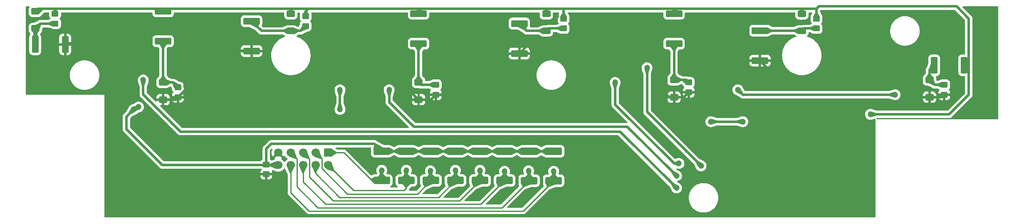
<source format=gbr>
%TF.GenerationSoftware,KiCad,Pcbnew,7.0.9*%
%TF.CreationDate,2024-06-20T14:31:36+03:00*%
%TF.ProjectId,_____ ____ __________,1f3b3042-3020-4443-9e42-3e2041323542,rev?*%
%TF.SameCoordinates,Original*%
%TF.FileFunction,Copper,L2,Bot*%
%TF.FilePolarity,Positive*%
%FSLAX46Y46*%
G04 Gerber Fmt 4.6, Leading zero omitted, Abs format (unit mm)*
G04 Created by KiCad (PCBNEW 7.0.9) date 2024-06-20 14:31:36*
%MOMM*%
%LPD*%
G01*
G04 APERTURE LIST*
G04 Aperture macros list*
%AMRoundRect*
0 Rectangle with rounded corners*
0 $1 Rounding radius*
0 $2 $3 $4 $5 $6 $7 $8 $9 X,Y pos of 4 corners*
0 Add a 4 corners polygon primitive as box body*
4,1,4,$2,$3,$4,$5,$6,$7,$8,$9,$2,$3,0*
0 Add four circle primitives for the rounded corners*
1,1,$1+$1,$2,$3*
1,1,$1+$1,$4,$5*
1,1,$1+$1,$6,$7*
1,1,$1+$1,$8,$9*
0 Add four rect primitives between the rounded corners*
20,1,$1+$1,$2,$3,$4,$5,0*
20,1,$1+$1,$4,$5,$6,$7,0*
20,1,$1+$1,$6,$7,$8,$9,0*
20,1,$1+$1,$8,$9,$2,$3,0*%
G04 Aperture macros list end*
%TA.AperFunction,ComponentPad*%
%ADD10RoundRect,0.250000X-0.600000X0.600000X-0.600000X-0.600000X0.600000X-0.600000X0.600000X0.600000X0*%
%TD*%
%TA.AperFunction,ComponentPad*%
%ADD11C,1.700000*%
%TD*%
%TA.AperFunction,SMDPad,CuDef*%
%ADD12RoundRect,0.250000X-0.450000X0.350000X-0.450000X-0.350000X0.450000X-0.350000X0.450000X0.350000X0*%
%TD*%
%TA.AperFunction,SMDPad,CuDef*%
%ADD13RoundRect,0.249999X-1.425001X0.450001X-1.425001X-0.450001X1.425001X-0.450001X1.425001X0.450001X0*%
%TD*%
%TA.AperFunction,SMDPad,CuDef*%
%ADD14RoundRect,0.250000X0.600000X-0.400000X0.600000X0.400000X-0.600000X0.400000X-0.600000X-0.400000X0*%
%TD*%
%TA.AperFunction,SMDPad,CuDef*%
%ADD15RoundRect,0.249999X1.425001X-0.512501X1.425001X0.512501X-1.425001X0.512501X-1.425001X-0.512501X0*%
%TD*%
%TA.AperFunction,SMDPad,CuDef*%
%ADD16RoundRect,0.249999X0.450001X1.425001X-0.450001X1.425001X-0.450001X-1.425001X0.450001X-1.425001X0*%
%TD*%
%TA.AperFunction,SMDPad,CuDef*%
%ADD17RoundRect,0.249999X-0.450001X-1.425001X0.450001X-1.425001X0.450001X1.425001X-0.450001X1.425001X0*%
%TD*%
%TA.AperFunction,ViaPad*%
%ADD18C,1.200000*%
%TD*%
%TA.AperFunction,Conductor*%
%ADD19C,0.500000*%
%TD*%
%TA.AperFunction,Conductor*%
%ADD20C,0.250000*%
%TD*%
G04 APERTURE END LIST*
D10*
%TO.P,J2,1,Pin_1*%
%TO.N,/OUT1*%
X92580000Y-80802500D03*
D11*
%TO.P,J2,2,Pin_2*%
%TO.N,/OUT2*%
X92580000Y-83342500D03*
%TO.P,J2,3,Pin_3*%
%TO.N,/OUT3*%
X90040000Y-80802500D03*
%TO.P,J2,4,Pin_4*%
%TO.N,/OUT4*%
X90040000Y-83342500D03*
%TO.P,J2,5,Pin_5*%
%TO.N,/OUT5*%
X87500000Y-80802500D03*
%TO.P,J2,6,Pin_6*%
%TO.N,/OUT6*%
X87500000Y-83342500D03*
%TO.P,J2,7,Pin_7*%
%TO.N,/OUT7*%
X84960000Y-80802500D03*
%TO.P,J2,8,Pin_8*%
%TO.N,/OUT8*%
X84960000Y-83342500D03*
%TO.P,J2,9,Pin_9*%
%TO.N,GNDA*%
X82420000Y-80802500D03*
%TO.P,J2,10,Pin_10*%
%TO.N,/+24_FT_1*%
X82420000Y-83342500D03*
%TD*%
D12*
%TO.P,C11,1*%
%TO.N,/+24_LED_1*%
X37000000Y-52500000D03*
%TO.P,C11,2*%
%TO.N,Net-(D1-K)*%
X37000000Y-54500000D03*
%TD*%
D13*
%TO.P,R5,1*%
%TO.N,Net-(D5-K)*%
X131500000Y-54500000D03*
%TO.P,R5,2*%
%TO.N,GNDA*%
X131500000Y-60600000D03*
%TD*%
D14*
%TO.P,D8,1,K*%
%TO.N,GNDA*%
X215000000Y-69500000D03*
%TO.P,D8,2,A*%
%TO.N,Net-(D8-A)*%
X215000000Y-66000000D03*
%TD*%
D12*
%TO.P,C16,1*%
%TO.N,Net-(D6-A)*%
X166000000Y-66500000D03*
%TO.P,C16,2*%
%TO.N,GNDA*%
X166000000Y-68500000D03*
%TD*%
%TO.P,C13,1*%
%TO.N,/+24_LED_1*%
X88000000Y-53000000D03*
%TO.P,C13,2*%
%TO.N,Net-(D3-K)*%
X88000000Y-55000000D03*
%TD*%
D15*
%TO.P,R18,1*%
%TO.N,/OUT2*%
X108500000Y-86475000D03*
%TO.P,R18,2*%
%TO.N,/+24_FT_1*%
X108500000Y-80500000D03*
%TD*%
%TO.P,R24,1*%
%TO.N,/OUT8*%
X138500000Y-86500000D03*
%TO.P,R24,2*%
%TO.N,/+24_FT_1*%
X138500000Y-80525000D03*
%TD*%
%TO.P,R21,1*%
%TO.N,/OUT5*%
X123500000Y-86475000D03*
%TO.P,R21,2*%
%TO.N,/+24_FT_1*%
X123500000Y-80500000D03*
%TD*%
%TO.P,R22,1*%
%TO.N,/OUT6*%
X128500000Y-86475000D03*
%TO.P,R22,2*%
%TO.N,/+24_FT_1*%
X128500000Y-80500000D03*
%TD*%
D13*
%TO.P,R6,1*%
%TO.N,/+24_LED_1*%
X163000000Y-52500000D03*
%TO.P,R6,2*%
%TO.N,Net-(D6-A)*%
X163000000Y-58600000D03*
%TD*%
D14*
%TO.P,D6,1,K*%
%TO.N,GNDA*%
X163000000Y-69500000D03*
%TO.P,D6,2,A*%
%TO.N,Net-(D6-A)*%
X163000000Y-66000000D03*
%TD*%
%TO.P,D4,1,K*%
%TO.N,GNDA*%
X111000000Y-70000000D03*
%TO.P,D4,2,A*%
%TO.N,Net-(D4-A)*%
X111000000Y-66500000D03*
%TD*%
D12*
%TO.P,C17,1*%
%TO.N,/+24_LED_1*%
X192000000Y-53500000D03*
%TO.P,C17,2*%
%TO.N,Net-(D7-K)*%
X192000000Y-55500000D03*
%TD*%
%TO.P,C18,1*%
%TO.N,Net-(D8-A)*%
X218000000Y-67000000D03*
%TO.P,C18,2*%
%TO.N,GNDA*%
X218000000Y-69000000D03*
%TD*%
%TO.P,C12,1*%
%TO.N,Net-(D2-A)*%
X62000000Y-67500000D03*
%TO.P,C12,2*%
%TO.N,GNDA*%
X62000000Y-69500000D03*
%TD*%
D16*
%TO.P,R8,1*%
%TO.N,/+24_LED_1*%
X222050000Y-63000000D03*
%TO.P,R8,2*%
%TO.N,Net-(D8-A)*%
X215950000Y-63000000D03*
%TD*%
D12*
%TO.P,C3,1*%
%TO.N,/+24_FT_1*%
X80000000Y-83200000D03*
%TO.P,C3,2*%
%TO.N,GNDA*%
X80000000Y-85200000D03*
%TD*%
D13*
%TO.P,R7,1*%
%TO.N,Net-(D7-K)*%
X180500000Y-55950000D03*
%TO.P,R7,2*%
%TO.N,GNDA*%
X180500000Y-62050000D03*
%TD*%
D15*
%TO.P,R19,1*%
%TO.N,/OUT3*%
X113500000Y-86475000D03*
%TO.P,R19,2*%
%TO.N,/+24_FT_1*%
X113500000Y-80500000D03*
%TD*%
D13*
%TO.P,R2,1*%
%TO.N,/+24_LED_1*%
X59000000Y-52000000D03*
%TO.P,R2,2*%
%TO.N,Net-(D2-A)*%
X59000000Y-58100000D03*
%TD*%
D17*
%TO.P,R1,1*%
%TO.N,Net-(D1-K)*%
X32950000Y-58750000D03*
%TO.P,R1,2*%
%TO.N,GNDA*%
X39050000Y-58750000D03*
%TD*%
D15*
%TO.P,R23,1*%
%TO.N,/OUT7*%
X133500000Y-86500000D03*
%TO.P,R23,2*%
%TO.N,/+24_FT_1*%
X133500000Y-80525000D03*
%TD*%
D14*
%TO.P,D2,1,K*%
%TO.N,GNDA*%
X59000000Y-70000000D03*
%TO.P,D2,2,A*%
%TO.N,Net-(D2-A)*%
X59000000Y-66500000D03*
%TD*%
%TO.P,D5,1,K*%
%TO.N,Net-(D5-K)*%
X137000000Y-56000000D03*
%TO.P,D5,2,A*%
%TO.N,/+24_LED_1*%
X137000000Y-52500000D03*
%TD*%
D13*
%TO.P,R4,1*%
%TO.N,/+24_LED_1*%
X111000000Y-52500000D03*
%TO.P,R4,2*%
%TO.N,Net-(D4-A)*%
X111000000Y-58600000D03*
%TD*%
D14*
%TO.P,D1,1,K*%
%TO.N,Net-(D1-K)*%
X33000000Y-55500000D03*
%TO.P,D1,2,A*%
%TO.N,/+24_LED_1*%
X33000000Y-52000000D03*
%TD*%
D12*
%TO.P,C15,1*%
%TO.N,/+24_LED_1*%
X140500000Y-53500000D03*
%TO.P,C15,2*%
%TO.N,Net-(D5-K)*%
X140500000Y-55500000D03*
%TD*%
D14*
%TO.P,D7,1,K*%
%TO.N,Net-(D7-K)*%
X189000000Y-56000000D03*
%TO.P,D7,2,A*%
%TO.N,/+24_LED_1*%
X189000000Y-52500000D03*
%TD*%
D15*
%TO.P,R20,1*%
%TO.N,/OUT4*%
X118500000Y-86475000D03*
%TO.P,R20,2*%
%TO.N,/+24_FT_1*%
X118500000Y-80500000D03*
%TD*%
D14*
%TO.P,D3,1,K*%
%TO.N,Net-(D3-K)*%
X85000000Y-56000000D03*
%TO.P,D3,2,A*%
%TO.N,/+24_LED_1*%
X85000000Y-52500000D03*
%TD*%
D13*
%TO.P,R3,1*%
%TO.N,Net-(D3-K)*%
X77000000Y-54000000D03*
%TO.P,R3,2*%
%TO.N,GNDA*%
X77000000Y-60100000D03*
%TD*%
D12*
%TO.P,C14,1*%
%TO.N,Net-(D4-A)*%
X114500000Y-67000000D03*
%TO.P,C14,2*%
%TO.N,GNDA*%
X114500000Y-69000000D03*
%TD*%
D15*
%TO.P,R17,1*%
%TO.N,/OUT1*%
X103500000Y-86475000D03*
%TO.P,R17,2*%
%TO.N,/+24_FT_1*%
X103500000Y-80500000D03*
%TD*%
D18*
%TO.N,GNDA*%
X226000000Y-62000000D03*
X68000000Y-80000000D03*
X218000000Y-71200000D03*
X86500000Y-72000000D03*
X93000000Y-59000000D03*
X61500000Y-72500000D03*
X164000000Y-91000000D03*
X141500000Y-78500000D03*
X64500000Y-72500000D03*
X114000000Y-65000000D03*
X178400000Y-64400000D03*
X220000000Y-54000000D03*
X50000000Y-84000000D03*
X129000000Y-78000000D03*
X38000000Y-63000000D03*
X74500000Y-72000000D03*
X183000000Y-72000000D03*
X160000000Y-93000000D03*
X168000000Y-55000000D03*
X49000000Y-78000000D03*
X106000000Y-82500000D03*
X118000000Y-55000000D03*
X121000000Y-73000000D03*
X120000000Y-64000000D03*
X116000000Y-84000000D03*
X68000000Y-88000000D03*
X98000000Y-65000000D03*
X106000000Y-84500000D03*
X63000000Y-80000000D03*
X195000000Y-78000000D03*
X100000000Y-83000000D03*
X150500000Y-93000000D03*
X205000000Y-66000000D03*
X73000000Y-80000000D03*
X93000000Y-61000000D03*
X114000000Y-73000000D03*
X147500000Y-91500000D03*
X88500000Y-75000000D03*
X99000000Y-54000000D03*
X155000000Y-93000000D03*
X218000000Y-59000000D03*
X99000000Y-73000000D03*
X148500000Y-78500000D03*
X131000000Y-84500000D03*
X107000000Y-54000000D03*
X181200000Y-60200000D03*
X80500000Y-75000000D03*
X151000000Y-54000000D03*
X129000000Y-73000000D03*
X145000000Y-67000000D03*
X165500000Y-73000000D03*
X154000000Y-82000000D03*
X72000000Y-63000000D03*
X226000000Y-72000000D03*
X85000000Y-75049500D03*
X100000000Y-81000000D03*
X62000000Y-87000000D03*
X183400000Y-53000000D03*
X163000000Y-74000000D03*
X177600000Y-57000000D03*
X178000000Y-89000000D03*
X144500000Y-93000000D03*
X195000000Y-58000000D03*
X201000000Y-54000000D03*
X63600000Y-69000000D03*
X127000000Y-67000000D03*
X175000000Y-84000000D03*
X141500000Y-81500000D03*
X108000000Y-78000000D03*
X63600000Y-67200000D03*
X126000000Y-59000000D03*
X169000000Y-60000000D03*
X55000000Y-54000000D03*
X104000000Y-65000000D03*
X121200000Y-78200000D03*
X61800000Y-65400000D03*
X179000000Y-78000000D03*
X146000000Y-73000000D03*
X73000000Y-55000000D03*
X111000000Y-82500000D03*
X173000000Y-67000000D03*
X126000000Y-82500000D03*
X203200000Y-67400000D03*
X152400000Y-69600000D03*
X56000000Y-73000000D03*
X117000000Y-78000000D03*
X184800000Y-57600000D03*
X146000000Y-55000000D03*
X70000000Y-75049500D03*
X49000000Y-56000000D03*
X215000000Y-54000000D03*
X153000000Y-91500000D03*
X39000000Y-56000000D03*
X59000000Y-80000000D03*
X138000000Y-73000000D03*
X139000000Y-53000000D03*
X75000000Y-88000000D03*
X130000000Y-65000000D03*
X157000000Y-54000000D03*
X77000000Y-67000000D03*
X136000000Y-78000000D03*
X121000000Y-84500000D03*
X145000000Y-79000000D03*
X226000000Y-54000000D03*
X76000000Y-75049500D03*
X188000000Y-84000000D03*
X172500000Y-72500000D03*
X147000000Y-60000000D03*
X168000000Y-64000000D03*
X65000000Y-55000000D03*
X81000000Y-72000000D03*
X173000000Y-59000000D03*
X121000000Y-82500000D03*
X55000000Y-88000000D03*
X178000000Y-67000000D03*
X116000000Y-82500000D03*
X131000000Y-82500000D03*
X111000000Y-84000000D03*
X155000000Y-60000000D03*
X178000000Y-92000000D03*
X204000000Y-59000000D03*
X210000000Y-61000000D03*
X116000000Y-69000000D03*
X177400000Y-60200000D03*
X136000000Y-84500000D03*
X68000000Y-72000000D03*
X159000000Y-77000000D03*
X163000000Y-93000000D03*
X187000000Y-78000000D03*
X175000000Y-71000000D03*
X33000000Y-64000000D03*
X67000000Y-75000000D03*
X68000000Y-67000000D03*
X140500000Y-93000000D03*
X33000000Y-67000000D03*
X160400000Y-69600000D03*
X141000000Y-58000000D03*
X104000000Y-60000000D03*
X181000000Y-84000000D03*
X219800000Y-69000000D03*
X36000000Y-56000000D03*
X200000000Y-62000000D03*
X136000000Y-82500000D03*
X111000000Y-73000000D03*
X136500000Y-93000000D03*
X167000000Y-75000000D03*
X190000000Y-72000000D03*
X43000000Y-56000000D03*
X126000000Y-84500000D03*
X141000000Y-84000000D03*
X82000000Y-53000000D03*
X156000000Y-73000000D03*
X105000000Y-73000000D03*
X38000000Y-67000000D03*
X78000000Y-80000000D03*
X158000000Y-91500000D03*
X103000000Y-78000000D03*
X91000000Y-72500000D03*
X95000000Y-54000000D03*
X154000000Y-87000000D03*
%TO.N,/OUT1*%
X103500000Y-84400000D03*
%TO.N,/+24_LED_1*%
X203000000Y-73000000D03*
%TO.N,/+24_FT_1*%
X176000000Y-68000000D03*
X53000000Y-72000000D03*
X54000000Y-71500000D03*
X208000000Y-69000000D03*
%TO.N,/OUT2*%
X108500000Y-84400000D03*
%TO.N,/OUT3*%
X113400000Y-84500000D03*
%TO.N,/OUT4*%
X118500000Y-84400000D03*
%TO.N,/OUT5*%
X123500000Y-84400000D03*
%TO.N,/OUT6*%
X128500000Y-84600000D03*
%TO.N,/OUT7*%
X133400000Y-84500000D03*
%TO.N,/OUT8*%
X138500000Y-84600000D03*
%TO.N,/PhotoTransistor2/OUT*%
X163500000Y-88000000D03*
X54950500Y-66000000D03*
%TO.N,/PhotoTransistor3/OUT*%
X95000000Y-72000000D03*
X95000000Y-68000000D03*
%TO.N,/PhotoTransistor4/OUT*%
X105000000Y-68000000D03*
X163500000Y-85500000D03*
%TO.N,/PhotoTransistor5/OUT*%
X157500000Y-63500000D03*
X168500000Y-83500000D03*
%TO.N,/PhotoTransistor6/OUT*%
X151000000Y-66500000D03*
X164000000Y-83000000D03*
%TO.N,/PhotoTransistor8/OUT*%
X177000000Y-74500000D03*
X170500000Y-74500000D03*
%TD*%
D19*
%TO.N,GNDA*%
X141500000Y-58500000D02*
X159000000Y-58500000D01*
X114500000Y-69000000D02*
X115500000Y-69000000D01*
X115500000Y-69000000D02*
X116000000Y-69000000D01*
X140500000Y-58500000D02*
X141000000Y-58000000D01*
X76900000Y-60000000D02*
X77000000Y-60100000D01*
X66500000Y-62000000D02*
X68500000Y-60000000D01*
X116000000Y-68500000D02*
X117000000Y-67500000D01*
X61500000Y-70000000D02*
X62000000Y-69500000D01*
X180500000Y-62050000D02*
X184975000Y-66525000D01*
X185950000Y-67500000D02*
X193500000Y-67500000D01*
X173950000Y-62050000D02*
X180500000Y-62050000D01*
X215000000Y-69500000D02*
X217500000Y-69500000D01*
X167500000Y-68500000D02*
X173950000Y-62050000D01*
X64300000Y-67200000D02*
X66500000Y-65000000D01*
X107500000Y-66500000D02*
X111000000Y-70000000D01*
X213500000Y-69500000D02*
X215000000Y-69500000D01*
X57500000Y-70000000D02*
X59000000Y-70000000D01*
X117000000Y-67500000D02*
X122500000Y-67500000D01*
X115500000Y-69000000D02*
X115500000Y-69000000D01*
X163000000Y-69500000D02*
X165000000Y-69500000D01*
X196000000Y-65000000D02*
X209000000Y-65000000D01*
X162000000Y-69500000D02*
X163000000Y-69500000D01*
X160000000Y-67500000D02*
X162000000Y-69500000D01*
X57000000Y-61000000D02*
X57000000Y-69500000D01*
X122500000Y-67500000D02*
X129400000Y-60600000D01*
X63600000Y-67900000D02*
X63600000Y-67200000D01*
X66500000Y-65000000D02*
X66500000Y-62000000D01*
X63600000Y-67200000D02*
X64300000Y-67200000D01*
X68500000Y-60000000D02*
X76900000Y-60000000D01*
X39050000Y-58500000D02*
X54500000Y-58500000D01*
X111000000Y-70000000D02*
X113500000Y-70000000D01*
X141000000Y-58000000D02*
X141500000Y-58500000D01*
X209000000Y-65000000D02*
X213500000Y-69500000D01*
X54500000Y-58500000D02*
X57000000Y-61000000D01*
X113500000Y-70000000D02*
X114500000Y-69000000D01*
X80500000Y-66500000D02*
X107500000Y-66500000D01*
X131500000Y-60600000D02*
X133600000Y-58500000D01*
X159000000Y-58500000D02*
X160000000Y-59500000D01*
X166000000Y-68500000D02*
X167500000Y-68500000D01*
X116000000Y-69000000D02*
X116000000Y-68500000D01*
X184975000Y-66525000D02*
X185950000Y-67500000D01*
X129400000Y-60600000D02*
X131500000Y-60600000D01*
X77000000Y-63000000D02*
X80500000Y-66500000D01*
X133600000Y-58500000D02*
X140500000Y-58500000D01*
X217500000Y-69500000D02*
X218000000Y-69000000D01*
X62000000Y-69500000D02*
X63600000Y-67900000D01*
X59000000Y-70000000D02*
X61500000Y-70000000D01*
X57000000Y-69500000D02*
X57500000Y-70000000D01*
X165000000Y-69500000D02*
X166000000Y-68500000D01*
X77000000Y-60100000D02*
X77000000Y-63000000D01*
X160000000Y-59500000D02*
X160000000Y-67500000D01*
X193500000Y-67500000D02*
X196000000Y-65000000D01*
D20*
%TO.N,/OUT1*%
X95802500Y-80802500D02*
X92580000Y-80802500D01*
X101475000Y-86475000D02*
X95802500Y-80802500D01*
X103500000Y-86475000D02*
X103500000Y-84400000D01*
X103500000Y-86475000D02*
X101475000Y-86475000D01*
D19*
%TO.N,/+24_LED_1*%
X223000000Y-63000000D02*
X223000000Y-53500000D01*
X85000000Y-51500000D02*
X88500000Y-51500000D01*
X192500000Y-51000000D02*
X192000000Y-51500000D01*
X223000000Y-69000000D02*
X223000000Y-63000000D01*
X222050000Y-63000000D02*
X223000000Y-63000000D01*
X192000000Y-53500000D02*
X192000000Y-51500000D01*
X37000000Y-52500000D02*
X37000000Y-51500000D01*
X140500000Y-53500000D02*
X140500000Y-51500000D01*
X85000000Y-52500000D02*
X85000000Y-51500000D01*
X88000000Y-52000000D02*
X88500000Y-51500000D01*
X111000000Y-52500000D02*
X111000000Y-51500000D01*
X88500000Y-51500000D02*
X111000000Y-51500000D01*
X33500000Y-51500000D02*
X37000000Y-51500000D01*
X163000000Y-52500000D02*
X163000000Y-51500000D01*
X163000000Y-51500000D02*
X189000000Y-51500000D01*
X203000000Y-73000000D02*
X219000000Y-73000000D01*
X220500000Y-51000000D02*
X192500000Y-51000000D01*
X223000000Y-53500000D02*
X220500000Y-51000000D01*
X111000000Y-51500000D02*
X137000000Y-51500000D01*
X189000000Y-53000000D02*
X189000000Y-51500000D01*
X88000000Y-53000000D02*
X88000000Y-52000000D01*
X33000000Y-52000000D02*
X33500000Y-51500000D01*
X37000000Y-51500000D02*
X85000000Y-51500000D01*
X137000000Y-52500000D02*
X137000000Y-51500000D01*
X137000000Y-51500000D02*
X140500000Y-51500000D01*
X140500000Y-51500000D02*
X163000000Y-51500000D01*
X219000000Y-73000000D02*
X223000000Y-69000000D01*
X189000000Y-51500000D02*
X192000000Y-51500000D01*
%TO.N,/+24_FT_1*%
X81000000Y-79000000D02*
X80000000Y-80000000D01*
X51500000Y-73500000D02*
X53000000Y-72000000D01*
X58842500Y-83342500D02*
X51500000Y-76000000D01*
X177000000Y-69000000D02*
X208000000Y-69000000D01*
X80000000Y-83342500D02*
X58842500Y-83342500D01*
X82420000Y-83342500D02*
X80000000Y-83342500D01*
X108500000Y-80500000D02*
X113500000Y-80500000D01*
X133500000Y-80525000D02*
X138500000Y-80525000D01*
X123500000Y-80500000D02*
X128500000Y-80500000D01*
X113500000Y-80500000D02*
X118500000Y-80500000D01*
X133475000Y-80500000D02*
X133500000Y-80525000D01*
X118500000Y-80500000D02*
X123500000Y-80500000D01*
X80000000Y-80000000D02*
X80000000Y-83342500D01*
X176000000Y-68000000D02*
X177000000Y-69000000D01*
X53500000Y-71500000D02*
X53000000Y-72000000D01*
X103500000Y-80500000D02*
X102000000Y-79000000D01*
X102000000Y-79000000D02*
X81000000Y-79000000D01*
X54000000Y-71500000D02*
X53500000Y-71500000D01*
X51500000Y-76000000D02*
X51500000Y-73500000D01*
X128500000Y-80500000D02*
X133475000Y-80500000D01*
X103500000Y-80500000D02*
X108500000Y-80500000D01*
D20*
%TO.N,/OUT2*%
X108500000Y-86475000D02*
X108500000Y-84400000D01*
X92580000Y-83342500D02*
X97737500Y-88500000D01*
X97737500Y-88500000D02*
X108000000Y-88500000D01*
X108000000Y-88500000D02*
X108500000Y-88000000D01*
X108500000Y-88000000D02*
X108500000Y-86475000D01*
%TO.N,/OUT3*%
X110775000Y-89200000D02*
X96500000Y-89200000D01*
X91300000Y-82062500D02*
X90040000Y-80802500D01*
X91300000Y-84000000D02*
X91300000Y-82062500D01*
X113500000Y-86475000D02*
X113500000Y-84600000D01*
X113500000Y-86475000D02*
X110775000Y-89200000D01*
X113500000Y-84600000D02*
X113400000Y-84500000D01*
X96500000Y-89200000D02*
X91300000Y-84000000D01*
%TO.N,/OUT4*%
X118500000Y-86475000D02*
X115075000Y-89900000D01*
X118500000Y-86475000D02*
X118500000Y-84400000D01*
X90040000Y-85040000D02*
X90040000Y-83342500D01*
X115075000Y-89900000D02*
X94900000Y-89900000D01*
X94900000Y-89900000D02*
X90040000Y-85040000D01*
%TO.N,/OUT5*%
X123500000Y-86475000D02*
X119375000Y-90600000D01*
X88800000Y-82102500D02*
X87500000Y-80802500D01*
X123500000Y-86475000D02*
X123500000Y-84400000D01*
X93600000Y-90600000D02*
X88800000Y-85800000D01*
X119375000Y-90600000D02*
X93600000Y-90600000D01*
X88800000Y-85800000D02*
X88800000Y-82102500D01*
%TO.N,/OUT6*%
X87500000Y-86750000D02*
X87500000Y-83342500D01*
X123675000Y-91300000D02*
X92050000Y-91300000D01*
X128500000Y-86475000D02*
X128500000Y-84600000D01*
X92050000Y-91300000D02*
X87500000Y-86750000D01*
X128500000Y-86475000D02*
X123675000Y-91300000D01*
%TO.N,/OUT7*%
X133500000Y-84600000D02*
X133400000Y-84500000D01*
X133500000Y-86500000D02*
X128000000Y-92000000D01*
X90500000Y-92000000D02*
X86200000Y-87700000D01*
X133500000Y-86500000D02*
X133500000Y-84600000D01*
X86200000Y-82042500D02*
X84960000Y-80802500D01*
X86200000Y-87700000D02*
X86200000Y-82042500D01*
X128000000Y-92000000D02*
X90500000Y-92000000D01*
%TO.N,/OUT8*%
X138500000Y-86500000D02*
X132300000Y-92700000D01*
X88700000Y-92700000D02*
X84960000Y-88960000D01*
X138500000Y-86500000D02*
X138500000Y-84600000D01*
X84960000Y-88960000D02*
X84960000Y-83342500D01*
X132300000Y-92700000D02*
X88700000Y-92700000D01*
D19*
%TO.N,Net-(D1-K)*%
X33000000Y-58450000D02*
X32950000Y-58500000D01*
X33000000Y-55500000D02*
X33000000Y-58450000D01*
X34000000Y-54500000D02*
X33000000Y-55500000D01*
X37000000Y-54500000D02*
X34000000Y-54500000D01*
%TO.N,Net-(D2-A)*%
X61000000Y-66500000D02*
X59000000Y-66500000D01*
X59000000Y-58100000D02*
X59000000Y-66500000D01*
X62000000Y-67500000D02*
X61000000Y-66500000D01*
%TO.N,Net-(D3-K)*%
X85500000Y-56500000D02*
X85000000Y-56000000D01*
X79000000Y-56000000D02*
X85000000Y-56000000D01*
X77000000Y-54000000D02*
X79000000Y-56000000D01*
X87000000Y-56000000D02*
X88000000Y-55000000D01*
X85000000Y-56000000D02*
X87000000Y-56000000D01*
%TO.N,Net-(D4-A)*%
X111500000Y-67000000D02*
X111000000Y-66500000D01*
X111000000Y-66500000D02*
X111000000Y-58600000D01*
X114500000Y-67000000D02*
X111500000Y-67000000D01*
%TO.N,Net-(D5-K)*%
X140500000Y-55500000D02*
X137500000Y-55500000D01*
X137500000Y-55500000D02*
X137000000Y-56000000D01*
X131500000Y-54500000D02*
X133000000Y-56000000D01*
X133000000Y-56000000D02*
X137000000Y-56000000D01*
%TO.N,Net-(D6-A)*%
X166000000Y-66500000D02*
X165500000Y-66000000D01*
X165500000Y-66000000D02*
X163000000Y-66000000D01*
X163000000Y-58600000D02*
X163000000Y-66000000D01*
%TO.N,Net-(D7-K)*%
X189500000Y-55500000D02*
X189000000Y-56000000D01*
X192000000Y-55500000D02*
X189500000Y-55500000D01*
X188950000Y-55950000D02*
X189000000Y-56000000D01*
X180500000Y-55950000D02*
X188950000Y-55950000D01*
%TO.N,Net-(D8-A)*%
X215000000Y-63950000D02*
X215000000Y-66000000D01*
X218000000Y-67000000D02*
X216000000Y-67000000D01*
X215950000Y-63000000D02*
X215000000Y-63950000D01*
X216000000Y-67000000D02*
X215000000Y-66000000D01*
%TO.N,/PhotoTransistor2/OUT*%
X54950500Y-68950500D02*
X62500000Y-76500000D01*
X152000000Y-76500000D02*
X163500000Y-88000000D01*
X54950500Y-66000000D02*
X54950500Y-68950500D01*
X62500000Y-76500000D02*
X152000000Y-76500000D01*
%TO.N,/PhotoTransistor3/OUT*%
X95000000Y-72000000D02*
X95000000Y-68000000D01*
%TO.N,/PhotoTransistor4/OUT*%
X105000000Y-70500000D02*
X110000000Y-75500000D01*
X110000000Y-75500000D02*
X148000000Y-75500000D01*
X153500000Y-75500000D02*
X163500000Y-85500000D01*
X148000000Y-75500000D02*
X153500000Y-75500000D01*
X105000000Y-68000000D02*
X105000000Y-70500000D01*
%TO.N,/PhotoTransistor5/OUT*%
X168500000Y-83500000D02*
X157500000Y-72500000D01*
X157500000Y-72500000D02*
X157500000Y-63500000D01*
%TO.N,/PhotoTransistor6/OUT*%
X151000000Y-71000000D02*
X163000000Y-83000000D01*
X163000000Y-83000000D02*
X164000000Y-83000000D01*
X151000000Y-66500000D02*
X151000000Y-71000000D01*
%TO.N,/PhotoTransistor8/OUT*%
X171500000Y-74500000D02*
X170500000Y-74500000D01*
X177000000Y-74500000D02*
X171500000Y-74500000D01*
%TD*%
%TA.AperFunction,Conductor*%
%TO.N,/OUT7*%
G36*
X133790634Y-84661510D02*
G01*
X133944162Y-84725381D01*
X133950484Y-84731722D01*
X133950723Y-84740013D01*
X133627727Y-85672239D01*
X133621781Y-85678935D01*
X133616672Y-85680109D01*
X133381876Y-85680109D01*
X133373603Y-85676682D01*
X133371654Y-85674101D01*
X132852052Y-84741066D01*
X132851021Y-84732171D01*
X132856582Y-84725152D01*
X132857767Y-84724578D01*
X133395507Y-84500868D01*
X133404458Y-84500855D01*
X133790634Y-84661510D01*
G37*
%TD.AperFunction*%
%TD*%
%TA.AperFunction,Conductor*%
%TO.N,/+24_FT_1*%
G36*
X207769111Y-68449664D02*
G01*
X207774495Y-68455540D01*
X207999130Y-68995506D01*
X207999144Y-69004461D01*
X207999130Y-69004494D01*
X207774495Y-69544459D01*
X207768154Y-69550781D01*
X207760192Y-69551129D01*
X206808199Y-69252571D01*
X206801330Y-69246825D01*
X206800000Y-69241407D01*
X206800000Y-68758592D01*
X206803427Y-68750319D01*
X206808196Y-68747429D01*
X207760192Y-68448870D01*
X207769111Y-68449664D01*
G37*
%TD.AperFunction*%
%TD*%
%TA.AperFunction,Conductor*%
%TO.N,/PhotoTransistor8/OUT*%
G36*
X171691802Y-74247429D02*
G01*
X171698670Y-74253174D01*
X171700000Y-74258592D01*
X171700000Y-74741407D01*
X171696573Y-74749680D01*
X171691801Y-74752571D01*
X170739807Y-75051129D01*
X170730888Y-75050335D01*
X170725504Y-75044459D01*
X170500868Y-74504492D01*
X170500855Y-74495541D01*
X170725505Y-73955538D01*
X170731845Y-73949218D01*
X170739807Y-73948870D01*
X171691802Y-74247429D01*
G37*
%TD.AperFunction*%
%TD*%
%TA.AperFunction,Conductor*%
%TO.N,Net-(D7-K)*%
G36*
X188306453Y-55371861D02*
G01*
X188309801Y-55373986D01*
X188669281Y-55699564D01*
X188991353Y-55991263D01*
X188995185Y-55999357D01*
X188992171Y-56007789D01*
X188991288Y-56008665D01*
X188304417Y-56621511D01*
X188295963Y-56624462D01*
X188291110Y-56623098D01*
X187506182Y-56203306D01*
X187500503Y-56196383D01*
X187500000Y-56192989D01*
X187500000Y-55707837D01*
X187503427Y-55699564D01*
X187507245Y-55697018D01*
X188297500Y-55371840D01*
X188306453Y-55371861D01*
G37*
%TD.AperFunction*%
%TD*%
%TA.AperFunction,Conductor*%
%TO.N,Net-(D6-A)*%
G36*
X163702737Y-65372377D02*
G01*
X164493308Y-65746830D01*
X164499318Y-65753469D01*
X164500000Y-65757404D01*
X164500000Y-66242595D01*
X164496573Y-66250868D01*
X164493308Y-66253169D01*
X163702737Y-66627622D01*
X163693794Y-66628066D01*
X163689875Y-66625720D01*
X163415577Y-66377291D01*
X163008573Y-66008670D01*
X163004742Y-66000578D01*
X163007756Y-65992146D01*
X163008564Y-65991337D01*
X163689875Y-65374278D01*
X163698307Y-65371265D01*
X163702737Y-65372377D01*
G37*
%TD.AperFunction*%
%TD*%
%TA.AperFunction,Conductor*%
%TO.N,Net-(D1-K)*%
G36*
X36459988Y-53925044D02*
G01*
X36993455Y-54491982D01*
X36996629Y-54500356D01*
X36993455Y-54508018D01*
X36459988Y-55074955D01*
X36451823Y-55078632D01*
X36446766Y-55077651D01*
X35706999Y-54753070D01*
X35700800Y-54746608D01*
X35700000Y-54742356D01*
X35700000Y-54257643D01*
X35703427Y-54249370D01*
X35706999Y-54246929D01*
X36446766Y-53922347D01*
X36455719Y-53922162D01*
X36459988Y-53925044D01*
G37*
%TD.AperFunction*%
%TD*%
%TA.AperFunction,Conductor*%
%TO.N,Net-(D1-K)*%
G36*
X34142335Y-54263160D02*
G01*
X34143295Y-54267802D01*
X34143295Y-54748081D01*
X34142681Y-54751820D01*
X33853102Y-55610341D01*
X33847211Y-55617085D01*
X33840388Y-55618188D01*
X33005883Y-55500966D01*
X32998167Y-55496422D01*
X32996557Y-55493492D01*
X32758918Y-54860429D01*
X32759219Y-54851481D01*
X32765228Y-54845580D01*
X34126954Y-54257061D01*
X34135907Y-54256926D01*
X34142335Y-54263160D01*
G37*
%TD.AperFunction*%
%TD*%
%TA.AperFunction,Conductor*%
%TO.N,Net-(D2-A)*%
G36*
X59251683Y-65203427D02*
G01*
X59253416Y-65205636D01*
X59645209Y-65852041D01*
X59646566Y-65860892D01*
X59643419Y-65866435D01*
X59008216Y-66492897D01*
X58999919Y-66496267D01*
X58991784Y-66492897D01*
X58924933Y-66426966D01*
X58356579Y-65866434D01*
X58353096Y-65858186D01*
X58354788Y-65852043D01*
X58746585Y-65205634D01*
X58753803Y-65200337D01*
X58756590Y-65200000D01*
X59243410Y-65200000D01*
X59251683Y-65203427D01*
G37*
%TD.AperFunction*%
%TD*%
%TA.AperFunction,Conductor*%
%TO.N,Net-(D3-K)*%
G36*
X84310124Y-55374279D02*
G01*
X84991425Y-55991328D01*
X84995257Y-55999422D01*
X84992243Y-56007854D01*
X84991425Y-56008672D01*
X84310124Y-56625720D01*
X84301692Y-56628734D01*
X84297262Y-56627622D01*
X83506692Y-56253169D01*
X83500682Y-56246530D01*
X83500000Y-56242595D01*
X83500000Y-55757404D01*
X83503427Y-55749131D01*
X83506690Y-55746831D01*
X84297262Y-55372376D01*
X84306205Y-55371933D01*
X84310124Y-55374279D01*
G37*
%TD.AperFunction*%
%TD*%
%TA.AperFunction,Conductor*%
%TO.N,Net-(D8-A)*%
G36*
X215251683Y-64703427D02*
G01*
X215253416Y-64705636D01*
X215645209Y-65352041D01*
X215646566Y-65360892D01*
X215643419Y-65366435D01*
X215008216Y-65992897D01*
X214999919Y-65996267D01*
X214991784Y-65992897D01*
X214924933Y-65926966D01*
X214356579Y-65366434D01*
X214353096Y-65358186D01*
X214354788Y-65352043D01*
X214746585Y-64705634D01*
X214753803Y-64700337D01*
X214756590Y-64700000D01*
X215243410Y-64700000D01*
X215251683Y-64703427D01*
G37*
%TD.AperFunction*%
%TD*%
%TA.AperFunction,Conductor*%
%TO.N,/OUT8*%
G36*
X84964489Y-83343365D02*
G01*
X85733892Y-83663042D01*
X85740217Y-83669381D01*
X85740208Y-83678336D01*
X85739950Y-83678913D01*
X85088186Y-85035866D01*
X85081515Y-85041839D01*
X85077639Y-85042500D01*
X84842361Y-85042500D01*
X84834088Y-85039073D01*
X84831814Y-85035866D01*
X84180049Y-83678913D01*
X84179557Y-83669971D01*
X84185530Y-83663300D01*
X84186095Y-83663047D01*
X84955511Y-83343364D01*
X84964466Y-83343356D01*
X84964489Y-83343365D01*
G37*
%TD.AperFunction*%
%TD*%
%TA.AperFunction,Conductor*%
%TO.N,/+24_FT_1*%
G36*
X82093010Y-82561545D02*
G01*
X82099108Y-82567767D01*
X82419134Y-83338011D01*
X82419143Y-83346966D01*
X82419134Y-83346989D01*
X82099108Y-84117232D01*
X82092769Y-84123557D01*
X82084058Y-84123646D01*
X80727455Y-83595402D01*
X80720989Y-83589206D01*
X80720000Y-83584499D01*
X80720000Y-83100500D01*
X80723427Y-83092227D01*
X80727455Y-83089597D01*
X82084058Y-82561353D01*
X82093010Y-82561545D01*
G37*
%TD.AperFunction*%
%TD*%
%TA.AperFunction,Conductor*%
%TO.N,/+24_LED_1*%
G36*
X192251258Y-52303427D02*
G01*
X192253305Y-52306188D01*
X192595707Y-52947293D01*
X192596582Y-52956205D01*
X192593259Y-52961461D01*
X192007872Y-53493840D01*
X191999446Y-53496871D01*
X191992128Y-53493840D01*
X191406740Y-52961461D01*
X191402925Y-52953359D01*
X191404291Y-52947296D01*
X191746695Y-52306187D01*
X191753615Y-52300505D01*
X191757015Y-52300000D01*
X192242985Y-52300000D01*
X192251258Y-52303427D01*
G37*
%TD.AperFunction*%
%TD*%
%TA.AperFunction,Conductor*%
%TO.N,/PhotoTransistor5/OUT*%
G36*
X158044459Y-63725504D02*
G01*
X158050781Y-63731845D01*
X158051129Y-63739807D01*
X157752571Y-64691801D01*
X157746825Y-64698670D01*
X157741407Y-64700000D01*
X157258593Y-64700000D01*
X157250320Y-64696573D01*
X157247429Y-64691801D01*
X156948870Y-63739807D01*
X156949664Y-63730888D01*
X156955538Y-63725505D01*
X157495507Y-63500868D01*
X157504458Y-63500855D01*
X158044459Y-63725504D01*
G37*
%TD.AperFunction*%
%TD*%
%TA.AperFunction,Conductor*%
%TO.N,/+24_FT_1*%
G36*
X125025957Y-79759375D02*
G01*
X125931344Y-80246687D01*
X125937005Y-80253625D01*
X125937499Y-80256989D01*
X125937499Y-80743010D01*
X125934072Y-80751283D01*
X125931344Y-80753312D01*
X125025957Y-81240624D01*
X125017048Y-81241528D01*
X125015276Y-81240834D01*
X123520515Y-80510512D01*
X123514586Y-80503802D01*
X123515139Y-80494864D01*
X123520515Y-80489488D01*
X124003259Y-80253625D01*
X125015278Y-79759164D01*
X125024214Y-79758612D01*
X125025957Y-79759375D01*
G37*
%TD.AperFunction*%
%TD*%
%TA.AperFunction,Conductor*%
%TO.N,/OUT3*%
G36*
X113790634Y-84661510D02*
G01*
X113944162Y-84725381D01*
X113950484Y-84731722D01*
X113950723Y-84740013D01*
X113627727Y-85672239D01*
X113621781Y-85678935D01*
X113616672Y-85680109D01*
X113381876Y-85680109D01*
X113373603Y-85676682D01*
X113371654Y-85674101D01*
X112852052Y-84741066D01*
X112851021Y-84732171D01*
X112856582Y-84725152D01*
X112857767Y-84724578D01*
X113395507Y-84500868D01*
X113404458Y-84500855D01*
X113790634Y-84661510D01*
G37*
%TD.AperFunction*%
%TD*%
%TA.AperFunction,Conductor*%
%TO.N,/+24_LED_1*%
G36*
X188718808Y-51264391D02*
G01*
X189353463Y-51749999D01*
X189474993Y-51842988D01*
X189479481Y-51850737D01*
X189477273Y-51859260D01*
X189007971Y-52490620D01*
X189000285Y-52495215D01*
X188991612Y-52493038D01*
X188240703Y-51936186D01*
X188236099Y-51928505D01*
X188238274Y-51919819D01*
X188243675Y-51915792D01*
X188700000Y-51750000D01*
X188700000Y-51273684D01*
X188703427Y-51265411D01*
X188711700Y-51261984D01*
X188718808Y-51264391D01*
G37*
%TD.AperFunction*%
%TD*%
%TA.AperFunction,Conductor*%
%TO.N,/+24_LED_1*%
G36*
X204191802Y-72747429D02*
G01*
X204198670Y-72753174D01*
X204200000Y-72758592D01*
X204200000Y-73241407D01*
X204196573Y-73249680D01*
X204191801Y-73252571D01*
X203239807Y-73551129D01*
X203230888Y-73550335D01*
X203225504Y-73544459D01*
X203000868Y-73004492D01*
X203000855Y-72995541D01*
X203225505Y-72455538D01*
X203231845Y-72449218D01*
X203239807Y-72448870D01*
X204191802Y-72747429D01*
G37*
%TD.AperFunction*%
%TD*%
%TA.AperFunction,Conductor*%
%TO.N,/OUT1*%
G36*
X93364822Y-80031402D02*
G01*
X94275049Y-80674004D01*
X94279830Y-80681574D01*
X94280000Y-80683561D01*
X94280000Y-80921438D01*
X94276573Y-80929711D01*
X94275048Y-80930996D01*
X93364823Y-81573596D01*
X93356088Y-81575568D01*
X93349807Y-81572316D01*
X92707661Y-80930996D01*
X92587287Y-80810776D01*
X92583856Y-80802508D01*
X92587277Y-80794233D01*
X93349808Y-80032682D01*
X93358083Y-80029261D01*
X93364822Y-80031402D01*
G37*
%TD.AperFunction*%
%TD*%
%TA.AperFunction,Conductor*%
%TO.N,/+24_LED_1*%
G36*
X37196787Y-51269180D02*
G01*
X37200000Y-51277234D01*
X37200000Y-51750000D01*
X37199999Y-51750000D01*
X37665595Y-52044601D01*
X37670754Y-52051920D01*
X37669226Y-52060744D01*
X37665739Y-52064282D01*
X37007715Y-52494304D01*
X36998915Y-52495961D01*
X36992331Y-52492006D01*
X36512861Y-51917211D01*
X36510195Y-51908663D01*
X36513792Y-51901231D01*
X37180246Y-51268746D01*
X37188606Y-51265538D01*
X37196787Y-51269180D01*
G37*
%TD.AperFunction*%
%TD*%
%TA.AperFunction,Conductor*%
%TO.N,Net-(D8-A)*%
G36*
X217459988Y-66425044D02*
G01*
X217993455Y-66991982D01*
X217996629Y-67000356D01*
X217993455Y-67008018D01*
X217459988Y-67574955D01*
X217451823Y-67578632D01*
X217446766Y-67577651D01*
X216706999Y-67253070D01*
X216700800Y-67246608D01*
X216700000Y-67242356D01*
X216700000Y-66757643D01*
X216703427Y-66749370D01*
X216706999Y-66746929D01*
X217446766Y-66422347D01*
X217455719Y-66422162D01*
X217459988Y-66425044D01*
G37*
%TD.AperFunction*%
%TD*%
%TA.AperFunction,Conductor*%
%TO.N,/OUT5*%
G36*
X123499096Y-86478536D02*
G01*
X123504999Y-86484690D01*
X123811363Y-87226661D01*
X123811353Y-87235615D01*
X123805014Y-87241940D01*
X123804991Y-87241950D01*
X122293926Y-87862099D01*
X122284971Y-87862070D01*
X122281211Y-87859548D01*
X122111496Y-87689833D01*
X122109058Y-87686267D01*
X121849036Y-87094564D01*
X121848846Y-87085613D01*
X121855041Y-87079148D01*
X121855697Y-87078882D01*
X123490149Y-86478173D01*
X123499096Y-86478536D01*
G37*
%TD.AperFunction*%
%TD*%
%TA.AperFunction,Conductor*%
%TO.N,/PhotoTransistor2/OUT*%
G36*
X55494959Y-66225504D02*
G01*
X55501281Y-66231845D01*
X55501629Y-66239807D01*
X55203071Y-67191801D01*
X55197325Y-67198670D01*
X55191907Y-67200000D01*
X54709093Y-67200000D01*
X54700820Y-67196573D01*
X54697929Y-67191801D01*
X54399370Y-66239807D01*
X54400164Y-66230888D01*
X54406038Y-66225505D01*
X54946007Y-66000868D01*
X54954958Y-66000855D01*
X55494959Y-66225504D01*
G37*
%TD.AperFunction*%
%TD*%
%TA.AperFunction,Conductor*%
%TO.N,/+24_FT_1*%
G36*
X106984718Y-79759163D02*
G01*
X107720708Y-80118759D01*
X108479484Y-80489488D01*
X108485413Y-80496198D01*
X108484860Y-80505136D01*
X108479484Y-80510512D01*
X106984723Y-81240834D01*
X106975785Y-81241387D01*
X106974042Y-81240624D01*
X106068656Y-80753312D01*
X106062995Y-80746374D01*
X106062501Y-80743010D01*
X106062501Y-80256989D01*
X106065928Y-80248716D01*
X106068656Y-80246687D01*
X106974043Y-79759374D01*
X106982951Y-79758471D01*
X106984718Y-79759163D01*
G37*
%TD.AperFunction*%
%TD*%
%TA.AperFunction,Conductor*%
%TO.N,/+24_FT_1*%
G36*
X176553401Y-67774479D02*
G01*
X176559277Y-67779863D01*
X176676284Y-68003792D01*
X176966534Y-68559277D01*
X177021325Y-68664135D01*
X177022119Y-68673054D01*
X177019228Y-68677826D01*
X176677826Y-69019228D01*
X176669553Y-69022655D01*
X176664136Y-69021325D01*
X176329782Y-68846620D01*
X175779863Y-68559277D01*
X175774117Y-68552408D01*
X175774465Y-68544446D01*
X175997437Y-68003791D01*
X176003759Y-67997451D01*
X176544447Y-67774465D01*
X176553401Y-67774479D01*
G37*
%TD.AperFunction*%
%TD*%
%TA.AperFunction,Conductor*%
%TO.N,Net-(D5-K)*%
G36*
X139959988Y-54925044D02*
G01*
X140493455Y-55491982D01*
X140496629Y-55500356D01*
X140493455Y-55508018D01*
X139959988Y-56074955D01*
X139951823Y-56078632D01*
X139946766Y-56077651D01*
X139206999Y-55753070D01*
X139200800Y-55746608D01*
X139200000Y-55742356D01*
X139200000Y-55257643D01*
X139203427Y-55249370D01*
X139206999Y-55246929D01*
X139946766Y-54922347D01*
X139955719Y-54922162D01*
X139959988Y-54925044D01*
G37*
%TD.AperFunction*%
%TD*%
%TA.AperFunction,Conductor*%
%TO.N,/+24_FT_1*%
G36*
X53988138Y-71254184D02*
G01*
X53992763Y-71261852D01*
X53992894Y-71263600D01*
X53992894Y-71745724D01*
X53990138Y-71753267D01*
X53432465Y-72414539D01*
X53424512Y-72418654D01*
X53415978Y-72415940D01*
X53415258Y-72415279D01*
X53002445Y-72003437D01*
X52999008Y-71995168D01*
X52999008Y-71995135D01*
X52999411Y-71753267D01*
X52999983Y-71410048D01*
X53003424Y-71401781D01*
X53009934Y-71398499D01*
X53979447Y-71252031D01*
X53988138Y-71254184D01*
G37*
%TD.AperFunction*%
%TD*%
%TA.AperFunction,Conductor*%
%TO.N,Net-(D7-K)*%
G36*
X182025636Y-55271535D02*
G01*
X182868569Y-55696756D01*
X182874412Y-55703542D01*
X182874999Y-55707202D01*
X182874999Y-56192797D01*
X182871572Y-56201070D01*
X182868569Y-56203243D01*
X182025639Y-56628463D01*
X182016709Y-56629130D01*
X182015590Y-56628696D01*
X181560460Y-56425018D01*
X180522861Y-55960678D01*
X180516710Y-55954172D01*
X180516962Y-55945221D01*
X180522861Y-55939321D01*
X182015591Y-55271302D01*
X182024541Y-55271051D01*
X182025636Y-55271535D01*
G37*
%TD.AperFunction*%
%TD*%
%TA.AperFunction,Conductor*%
%TO.N,/PhotoTransistor6/OUT*%
G36*
X163769057Y-82449699D02*
G01*
X163774518Y-82455622D01*
X163998844Y-82996218D01*
X163998849Y-83005173D01*
X163998839Y-83005196D01*
X163775117Y-83542964D01*
X163768776Y-83549286D01*
X163759821Y-83549272D01*
X163759280Y-83549031D01*
X162696748Y-83042480D01*
X162690755Y-83035827D01*
X162691222Y-83026884D01*
X162693507Y-83023649D01*
X163033356Y-82683800D01*
X163038047Y-82680937D01*
X163760133Y-82448967D01*
X163769057Y-82449699D01*
G37*
%TD.AperFunction*%
%TD*%
%TA.AperFunction,Conductor*%
%TO.N,/OUT4*%
G36*
X118499096Y-86478536D02*
G01*
X118504999Y-86484690D01*
X118811363Y-87226661D01*
X118811353Y-87235615D01*
X118805014Y-87241940D01*
X118804991Y-87241950D01*
X117293926Y-87862099D01*
X117284971Y-87862070D01*
X117281211Y-87859548D01*
X117111496Y-87689833D01*
X117109058Y-87686267D01*
X116849036Y-87094564D01*
X116848846Y-87085613D01*
X116855041Y-87079148D01*
X116855697Y-87078882D01*
X118490149Y-86478173D01*
X118499096Y-86478536D01*
G37*
%TD.AperFunction*%
%TD*%
%TA.AperFunction,Conductor*%
%TO.N,/+24_FT_1*%
G36*
X121984718Y-79759163D02*
G01*
X122720708Y-80118759D01*
X123479484Y-80489488D01*
X123485413Y-80496198D01*
X123484860Y-80505136D01*
X123479484Y-80510512D01*
X121984723Y-81240834D01*
X121975785Y-81241387D01*
X121974042Y-81240624D01*
X121068656Y-80753312D01*
X121062995Y-80746374D01*
X121062501Y-80743010D01*
X121062501Y-80256989D01*
X121065928Y-80248716D01*
X121068656Y-80246687D01*
X121974043Y-79759374D01*
X121982951Y-79758471D01*
X121984718Y-79759163D01*
G37*
%TD.AperFunction*%
%TD*%
%TA.AperFunction,Conductor*%
%TO.N,/+24_FT_1*%
G36*
X126984718Y-79759163D02*
G01*
X127720708Y-80118759D01*
X128479484Y-80489488D01*
X128485413Y-80496198D01*
X128484860Y-80505136D01*
X128479484Y-80510512D01*
X126984723Y-81240834D01*
X126975785Y-81241387D01*
X126974042Y-81240624D01*
X126068656Y-80753312D01*
X126062995Y-80746374D01*
X126062501Y-80743010D01*
X126062501Y-80256989D01*
X126065928Y-80248716D01*
X126068656Y-80246687D01*
X126974043Y-79759374D01*
X126982951Y-79758471D01*
X126984718Y-79759163D01*
G37*
%TD.AperFunction*%
%TD*%
%TA.AperFunction,Conductor*%
%TO.N,Net-(D2-A)*%
G36*
X61193332Y-66336216D02*
G01*
X62239187Y-66895009D01*
X62244869Y-66901930D01*
X62244489Y-66909790D01*
X62003062Y-67494996D01*
X61996739Y-67501337D01*
X61994661Y-67501982D01*
X61308943Y-67646641D01*
X61300141Y-67644996D01*
X61296005Y-67640307D01*
X60835771Y-66693176D01*
X60835237Y-66684237D01*
X60838019Y-66679791D01*
X61179548Y-66338262D01*
X61187820Y-66334836D01*
X61193332Y-66336216D01*
G37*
%TD.AperFunction*%
%TD*%
%TA.AperFunction,Conductor*%
%TO.N,/OUT1*%
G36*
X103627804Y-84953428D02*
G01*
X103628507Y-84954196D01*
X104255639Y-85704294D01*
X104258317Y-85712839D01*
X104254942Y-85720067D01*
X103508279Y-86467710D01*
X103500008Y-86471142D01*
X103491732Y-86467721D01*
X103491721Y-86467710D01*
X102745057Y-85720067D01*
X102741636Y-85711791D01*
X102744359Y-85704295D01*
X103371493Y-84954196D01*
X103379429Y-84950047D01*
X103380469Y-84950001D01*
X103619531Y-84950001D01*
X103627804Y-84953428D01*
G37*
%TD.AperFunction*%
%TD*%
%TA.AperFunction,Conductor*%
%TO.N,Net-(D3-K)*%
G36*
X78594870Y-54612856D02*
G01*
X78601361Y-54619022D01*
X78601590Y-54627974D01*
X78600749Y-54629716D01*
X78372505Y-55016915D01*
X78370699Y-55019247D01*
X78024228Y-55365718D01*
X78015955Y-55369145D01*
X78010610Y-55367853D01*
X76719627Y-54704917D01*
X76713833Y-54698089D01*
X76714156Y-54690047D01*
X76994936Y-54009846D01*
X77001260Y-54003507D01*
X77009950Y-54003391D01*
X78594870Y-54612856D01*
G37*
%TD.AperFunction*%
%TD*%
%TA.AperFunction,Conductor*%
%TO.N,/PhotoTransistor4/OUT*%
G36*
X162835860Y-84478673D02*
G01*
X163493256Y-84822173D01*
X163720136Y-84940722D01*
X163725882Y-84947591D01*
X163725534Y-84955553D01*
X163502562Y-85496207D01*
X163496240Y-85502548D01*
X163496207Y-85502562D01*
X162955553Y-85725534D01*
X162946598Y-85725520D01*
X162940722Y-85720136D01*
X162541214Y-84955553D01*
X162478673Y-84835861D01*
X162477880Y-84826945D01*
X162480769Y-84822175D01*
X162822174Y-84480770D01*
X162830446Y-84477344D01*
X162835860Y-84478673D01*
G37*
%TD.AperFunction*%
%TD*%
%TA.AperFunction,Conductor*%
%TO.N,/+24_FT_1*%
G36*
X120025957Y-79759375D02*
G01*
X120931344Y-80246687D01*
X120937005Y-80253625D01*
X120937499Y-80256989D01*
X120937499Y-80743010D01*
X120934072Y-80751283D01*
X120931344Y-80753312D01*
X120025957Y-81240624D01*
X120017048Y-81241528D01*
X120015276Y-81240834D01*
X118520515Y-80510512D01*
X118514586Y-80503802D01*
X118515139Y-80494864D01*
X118520515Y-80489488D01*
X119003259Y-80253625D01*
X120015278Y-79759164D01*
X120024214Y-79758612D01*
X120025957Y-79759375D01*
G37*
%TD.AperFunction*%
%TD*%
%TA.AperFunction,Conductor*%
%TO.N,Net-(D8-A)*%
G36*
X215849058Y-65884052D02*
G01*
X215853102Y-65889657D01*
X215964841Y-66220932D01*
X216106046Y-66639568D01*
X216142681Y-66748179D01*
X216143295Y-66751918D01*
X216143295Y-67232197D01*
X216139868Y-67240470D01*
X216131595Y-67243897D01*
X216126953Y-67242937D01*
X214765230Y-66654420D01*
X214758996Y-66647992D01*
X214758918Y-66639570D01*
X214996557Y-66006506D01*
X215002673Y-65999966D01*
X215005882Y-65999033D01*
X215840388Y-65881810D01*
X215849058Y-65884052D01*
G37*
%TD.AperFunction*%
%TD*%
%TA.AperFunction,Conductor*%
%TO.N,/+24_FT_1*%
G36*
X53583981Y-71083954D02*
G01*
X53997260Y-71495857D01*
X54000701Y-71504124D01*
X54000701Y-71504158D01*
X54000012Y-72089441D01*
X53996575Y-72097710D01*
X53989495Y-72101067D01*
X53174630Y-72183888D01*
X53166053Y-72181315D01*
X53165174Y-72180521D01*
X52823851Y-71839198D01*
X52820424Y-71830925D01*
X52823851Y-71822652D01*
X52823878Y-71822624D01*
X53144497Y-71504124D01*
X53567478Y-71083939D01*
X53575761Y-71080541D01*
X53583981Y-71083954D01*
G37*
%TD.AperFunction*%
%TD*%
%TA.AperFunction,Conductor*%
%TO.N,/OUT4*%
G36*
X118627804Y-84953428D02*
G01*
X118628507Y-84954196D01*
X119255639Y-85704294D01*
X119258317Y-85712839D01*
X119254942Y-85720067D01*
X118508279Y-86467710D01*
X118500008Y-86471142D01*
X118491732Y-86467721D01*
X118491721Y-86467710D01*
X117745057Y-85720067D01*
X117741636Y-85711791D01*
X117744359Y-85704295D01*
X118371493Y-84954196D01*
X118379429Y-84950047D01*
X118380469Y-84950001D01*
X118619531Y-84950001D01*
X118627804Y-84953428D01*
G37*
%TD.AperFunction*%
%TD*%
%TA.AperFunction,Conductor*%
%TO.N,/OUT2*%
G36*
X108508266Y-86482277D02*
G01*
X109254942Y-87229931D01*
X109258363Y-87238207D01*
X109255639Y-87245704D01*
X108628507Y-87995804D01*
X108620572Y-87999953D01*
X108619531Y-87999999D01*
X108380469Y-87999999D01*
X108372196Y-87996572D01*
X108371493Y-87995804D01*
X107744360Y-87245704D01*
X107741682Y-87237158D01*
X107745056Y-87229933D01*
X108491722Y-86482288D01*
X108499992Y-86478857D01*
X108508266Y-86482277D01*
G37*
%TD.AperFunction*%
%TD*%
%TA.AperFunction,Conductor*%
%TO.N,/OUT6*%
G36*
X128499096Y-86478536D02*
G01*
X128504999Y-86484690D01*
X128811363Y-87226661D01*
X128811353Y-87235615D01*
X128805014Y-87241940D01*
X128804991Y-87241950D01*
X127293926Y-87862099D01*
X127284971Y-87862070D01*
X127281211Y-87859548D01*
X127111496Y-87689833D01*
X127109058Y-87686267D01*
X126849036Y-87094564D01*
X126848846Y-87085613D01*
X126855041Y-87079148D01*
X126855697Y-87078882D01*
X128490149Y-86478173D01*
X128499096Y-86478536D01*
G37*
%TD.AperFunction*%
%TD*%
%TA.AperFunction,Conductor*%
%TO.N,/+24_LED_1*%
G36*
X140751258Y-52303427D02*
G01*
X140753305Y-52306188D01*
X141095707Y-52947293D01*
X141096582Y-52956205D01*
X141093259Y-52961461D01*
X140507872Y-53493840D01*
X140499446Y-53496871D01*
X140492128Y-53493840D01*
X139906740Y-52961461D01*
X139902925Y-52953359D01*
X139904291Y-52947296D01*
X140246695Y-52306187D01*
X140253615Y-52300505D01*
X140257015Y-52300000D01*
X140742985Y-52300000D01*
X140751258Y-52303427D01*
G37*
%TD.AperFunction*%
%TD*%
%TA.AperFunction,Conductor*%
%TO.N,/OUT1*%
G36*
X101984599Y-85734107D02*
G01*
X103475073Y-86463168D01*
X103480998Y-86469880D01*
X103480441Y-86478818D01*
X103473728Y-86484744D01*
X103473648Y-86484771D01*
X101841234Y-87031652D01*
X101832300Y-87031031D01*
X101829118Y-87028704D01*
X101301574Y-86484771D01*
X101102951Y-86279977D01*
X101099652Y-86271654D01*
X101103077Y-86263561D01*
X101270413Y-86096225D01*
X101273333Y-86094096D01*
X101974112Y-85734208D01*
X101983036Y-85733478D01*
X101984599Y-85734107D01*
G37*
%TD.AperFunction*%
%TD*%
%TA.AperFunction,Conductor*%
%TO.N,Net-(D4-A)*%
G36*
X111008265Y-58607277D02*
G01*
X111431846Y-59031463D01*
X111693341Y-59293331D01*
X111696762Y-59301606D01*
X111694904Y-59307925D01*
X111253454Y-59994626D01*
X111246097Y-59999732D01*
X111243612Y-59999999D01*
X110756388Y-59999999D01*
X110748115Y-59996572D01*
X110746546Y-59994626D01*
X110305095Y-59307925D01*
X110303504Y-59299113D01*
X110306658Y-59293331D01*
X110991722Y-58607289D01*
X110999992Y-58603857D01*
X111008265Y-58607277D01*
G37*
%TD.AperFunction*%
%TD*%
%TA.AperFunction,Conductor*%
%TO.N,/+24_FT_1*%
G36*
X131984583Y-79784097D02*
G01*
X133479484Y-80514488D01*
X133485413Y-80521198D01*
X133484860Y-80530136D01*
X133479484Y-80535512D01*
X131984862Y-81265766D01*
X131975924Y-81266319D01*
X131973967Y-81265438D01*
X131068441Y-80753359D01*
X131062926Y-80746304D01*
X131062500Y-80743175D01*
X131062500Y-80257161D01*
X131065927Y-80248888D01*
X131068876Y-80246742D01*
X131974123Y-79784190D01*
X131983050Y-79783478D01*
X131984583Y-79784097D01*
G37*
%TD.AperFunction*%
%TD*%
%TA.AperFunction,Conductor*%
%TO.N,Net-(D5-K)*%
G36*
X133094870Y-55112856D02*
G01*
X133101361Y-55119022D01*
X133101590Y-55127974D01*
X133100749Y-55129716D01*
X132872505Y-55516915D01*
X132870699Y-55519247D01*
X132524228Y-55865718D01*
X132515955Y-55869145D01*
X132510610Y-55867853D01*
X131219627Y-55204917D01*
X131213833Y-55198089D01*
X131214156Y-55190047D01*
X131494936Y-54509846D01*
X131501260Y-54503507D01*
X131509950Y-54503391D01*
X133094870Y-55112856D01*
G37*
%TD.AperFunction*%
%TD*%
%TA.AperFunction,Conductor*%
%TO.N,Net-(D6-A)*%
G36*
X163008265Y-58607277D02*
G01*
X163431846Y-59031463D01*
X163693341Y-59293331D01*
X163696762Y-59301606D01*
X163694904Y-59307925D01*
X163253454Y-59994626D01*
X163246097Y-59999732D01*
X163243612Y-59999999D01*
X162756388Y-59999999D01*
X162748115Y-59996572D01*
X162746546Y-59994626D01*
X162305095Y-59307925D01*
X162303504Y-59299113D01*
X162306658Y-59293331D01*
X162991722Y-58607289D01*
X162999992Y-58603857D01*
X163008265Y-58607277D01*
G37*
%TD.AperFunction*%
%TD*%
%TA.AperFunction,Conductor*%
%TO.N,/+24_FT_1*%
G36*
X116984718Y-79759163D02*
G01*
X117720708Y-80118759D01*
X118479484Y-80489488D01*
X118485413Y-80496198D01*
X118484860Y-80505136D01*
X118479484Y-80510512D01*
X116984723Y-81240834D01*
X116975785Y-81241387D01*
X116974042Y-81240624D01*
X116068656Y-80753312D01*
X116062995Y-80746374D01*
X116062501Y-80743010D01*
X116062501Y-80256989D01*
X116065928Y-80248716D01*
X116068656Y-80246687D01*
X116974043Y-79759374D01*
X116982951Y-79758471D01*
X116984718Y-79759163D01*
G37*
%TD.AperFunction*%
%TD*%
%TA.AperFunction,Conductor*%
%TO.N,/OUT5*%
G36*
X88282838Y-80481941D02*
G01*
X88289163Y-80488280D01*
X88289388Y-80488870D01*
X88788031Y-81909248D01*
X88787539Y-81918190D01*
X88785265Y-81921397D01*
X88618897Y-82087765D01*
X88610624Y-82091192D01*
X88606748Y-82090531D01*
X87186370Y-81591888D01*
X87179699Y-81585915D01*
X87179207Y-81576973D01*
X87179423Y-81576405D01*
X87497438Y-80806283D01*
X87503759Y-80799948D01*
X88273884Y-80481932D01*
X88282838Y-80481941D01*
G37*
%TD.AperFunction*%
%TD*%
%TA.AperFunction,Conductor*%
%TO.N,Net-(D5-K)*%
G36*
X136310124Y-55374279D02*
G01*
X136991425Y-55991328D01*
X136995257Y-55999422D01*
X136992243Y-56007854D01*
X136991425Y-56008672D01*
X136310124Y-56625720D01*
X136301692Y-56628734D01*
X136297262Y-56627622D01*
X135506692Y-56253169D01*
X135500682Y-56246530D01*
X135500000Y-56242595D01*
X135500000Y-55757404D01*
X135503427Y-55749131D01*
X135506690Y-55746831D01*
X136297262Y-55372376D01*
X136306205Y-55371933D01*
X136310124Y-55374279D01*
G37*
%TD.AperFunction*%
%TD*%
%TA.AperFunction,Conductor*%
%TO.N,/OUT7*%
G36*
X133627804Y-84978428D02*
G01*
X133628507Y-84979196D01*
X134255639Y-85729294D01*
X134258317Y-85737839D01*
X134254942Y-85745067D01*
X133508279Y-86492710D01*
X133500008Y-86496142D01*
X133491732Y-86492721D01*
X133491721Y-86492710D01*
X132745057Y-85745067D01*
X132741636Y-85736791D01*
X132744359Y-85729295D01*
X133371493Y-84979196D01*
X133379429Y-84975047D01*
X133380469Y-84975001D01*
X133619531Y-84975001D01*
X133627804Y-84978428D01*
G37*
%TD.AperFunction*%
%TD*%
%TA.AperFunction,Conductor*%
%TO.N,/OUT3*%
G36*
X113499096Y-86478536D02*
G01*
X113504999Y-86484690D01*
X113811363Y-87226661D01*
X113811353Y-87235615D01*
X113805014Y-87241940D01*
X113804991Y-87241950D01*
X112293926Y-87862099D01*
X112284971Y-87862070D01*
X112281211Y-87859548D01*
X112111496Y-87689833D01*
X112109058Y-87686267D01*
X111849036Y-87094564D01*
X111848846Y-87085613D01*
X111855041Y-87079148D01*
X111855697Y-87078882D01*
X113490149Y-86478173D01*
X113499096Y-86478536D01*
G37*
%TD.AperFunction*%
%TD*%
%TA.AperFunction,Conductor*%
%TO.N,/PhotoTransistor4/OUT*%
G36*
X105544459Y-68225504D02*
G01*
X105550781Y-68231845D01*
X105551129Y-68239807D01*
X105252571Y-69191801D01*
X105246825Y-69198670D01*
X105241407Y-69200000D01*
X104758593Y-69200000D01*
X104750320Y-69196573D01*
X104747429Y-69191801D01*
X104448870Y-68239807D01*
X104449664Y-68230888D01*
X104455538Y-68225505D01*
X104995507Y-68000868D01*
X105004458Y-68000855D01*
X105544459Y-68225504D01*
G37*
%TD.AperFunction*%
%TD*%
%TA.AperFunction,Conductor*%
%TO.N,/OUT6*%
G36*
X128627804Y-84953428D02*
G01*
X128628507Y-84954196D01*
X129255639Y-85704294D01*
X129258317Y-85712839D01*
X129254942Y-85720067D01*
X128508279Y-86467710D01*
X128500008Y-86471142D01*
X128491732Y-86467721D01*
X128491721Y-86467710D01*
X127745057Y-85720067D01*
X127741636Y-85711791D01*
X127744359Y-85704295D01*
X128371493Y-84954196D01*
X128379429Y-84950047D01*
X128380469Y-84950001D01*
X128619531Y-84950001D01*
X128627804Y-84953428D01*
G37*
%TD.AperFunction*%
%TD*%
%TA.AperFunction,Conductor*%
%TO.N,/+24_LED_1*%
G36*
X87972949Y-51690405D02*
G01*
X87974664Y-51691821D01*
X88317484Y-52034641D01*
X88318775Y-52036174D01*
X88620587Y-52464440D01*
X88622551Y-52473177D01*
X88618552Y-52480136D01*
X88007902Y-52993469D01*
X87999364Y-52996169D01*
X87991721Y-52992389D01*
X87473571Y-52423243D01*
X87470536Y-52414819D01*
X87472533Y-52408811D01*
X87956702Y-51693535D01*
X87964177Y-51688605D01*
X87972949Y-51690405D01*
G37*
%TD.AperFunction*%
%TD*%
%TA.AperFunction,Conductor*%
%TO.N,GNDA*%
G36*
X83534925Y-81563873D02*
G01*
X83588119Y-81487905D01*
X83642696Y-81444281D01*
X83712195Y-81437088D01*
X83774549Y-81468610D01*
X83791269Y-81487905D01*
X83921505Y-81673901D01*
X83921506Y-81673902D01*
X84088597Y-81840993D01*
X84088603Y-81840998D01*
X84274158Y-81970925D01*
X84317783Y-82025502D01*
X84324977Y-82095000D01*
X84293454Y-82157355D01*
X84274158Y-82174075D01*
X84088597Y-82304005D01*
X83921505Y-82471097D01*
X83791575Y-82656658D01*
X83736998Y-82700283D01*
X83667500Y-82707477D01*
X83605145Y-82675954D01*
X83588425Y-82656658D01*
X83458494Y-82471097D01*
X83291402Y-82304006D01*
X83291401Y-82304005D01*
X83105405Y-82173769D01*
X83061781Y-82119192D01*
X83054588Y-82049693D01*
X83086110Y-81987339D01*
X83105405Y-81970619D01*
X83181373Y-81917425D01*
X82552533Y-81288586D01*
X82562315Y-81287180D01*
X82693100Y-81227452D01*
X82801761Y-81133298D01*
X82879493Y-81012344D01*
X82903076Y-80932024D01*
X83534925Y-81563873D01*
G37*
%TD.AperFunction*%
%TA.AperFunction,Conductor*%
G36*
X81150968Y-80012911D02*
G01*
X81206902Y-80054782D01*
X81231319Y-80120247D01*
X81220017Y-80181497D01*
X81146571Y-80339002D01*
X81146566Y-80339016D01*
X81085432Y-80567173D01*
X81085430Y-80567184D01*
X81064843Y-80802498D01*
X81064843Y-80802501D01*
X81085430Y-81037815D01*
X81085432Y-81037826D01*
X81146566Y-81265983D01*
X81146570Y-81265992D01*
X81246400Y-81480079D01*
X81246402Y-81480083D01*
X81305072Y-81563873D01*
X81305073Y-81563873D01*
X81936922Y-80932023D01*
X81960507Y-81012344D01*
X82038239Y-81133298D01*
X82146900Y-81227452D01*
X82277685Y-81287180D01*
X82287466Y-81288586D01*
X81658625Y-81917425D01*
X81713843Y-81956089D01*
X81757467Y-82010666D01*
X81764660Y-82080165D01*
X81733138Y-82142519D01*
X81687712Y-82173213D01*
X81149111Y-82382937D01*
X81079498Y-82388919D01*
X81017702Y-82356316D01*
X81016437Y-82355069D01*
X80918657Y-82257289D01*
X80918656Y-82257288D01*
X80809402Y-82189900D01*
X80762679Y-82137953D01*
X80750500Y-82084362D01*
X80750500Y-80362229D01*
X80770185Y-80295190D01*
X80786819Y-80274548D01*
X80901084Y-80160283D01*
X81019956Y-80041410D01*
X81081277Y-80007927D01*
X81150968Y-80012911D01*
G37*
%TD.AperFunction*%
%TA.AperFunction,Conductor*%
G36*
X31733166Y-51019685D02*
G01*
X31778921Y-51072489D01*
X31788865Y-51141647D01*
X31771666Y-51189096D01*
X31715189Y-51280659D01*
X31715186Y-51280666D01*
X31660001Y-51447203D01*
X31660001Y-51447204D01*
X31660000Y-51447204D01*
X31649500Y-51549983D01*
X31649500Y-52450001D01*
X31649501Y-52450019D01*
X31660000Y-52552796D01*
X31660001Y-52552799D01*
X31693413Y-52653628D01*
X31715186Y-52719334D01*
X31807288Y-52868656D01*
X31931344Y-52992712D01*
X32080666Y-53084814D01*
X32247203Y-53139999D01*
X32349991Y-53150500D01*
X33650008Y-53150499D01*
X33752797Y-53139999D01*
X33919334Y-53084814D01*
X34068656Y-52992712D01*
X34192712Y-52868656D01*
X34284814Y-52719334D01*
X34297670Y-52680534D01*
X34326305Y-52633269D01*
X34660504Y-52288229D01*
X34721285Y-52253770D01*
X34749573Y-52250500D01*
X35675500Y-52250500D01*
X35742539Y-52270185D01*
X35788294Y-52322989D01*
X35799500Y-52374500D01*
X35799500Y-52900001D01*
X35799501Y-52900019D01*
X35810000Y-53002796D01*
X35810001Y-53002799D01*
X35865185Y-53169331D01*
X35865187Y-53169336D01*
X35877932Y-53189999D01*
X35956162Y-53316831D01*
X35957289Y-53318657D01*
X36014154Y-53375522D01*
X36047639Y-53436845D01*
X36042655Y-53506537D01*
X36000783Y-53562470D01*
X35976294Y-53576754D01*
X35625513Y-53730665D01*
X35606400Y-53739051D01*
X35556578Y-53749500D01*
X34063705Y-53749500D01*
X34045735Y-53748191D01*
X34021972Y-53744710D01*
X33976533Y-53748686D01*
X33969931Y-53749264D01*
X33964530Y-53749500D01*
X33956289Y-53749500D01*
X33934579Y-53752037D01*
X33923724Y-53753306D01*
X33912020Y-53754330D01*
X33847199Y-53760001D01*
X33840132Y-53761460D01*
X33840120Y-53761404D01*
X33832763Y-53763035D01*
X33832777Y-53763092D01*
X33825743Y-53764759D01*
X33753575Y-53791025D01*
X33680675Y-53815181D01*
X33674126Y-53818236D01*
X33674101Y-53818183D01*
X33667308Y-53821471D01*
X33667334Y-53821523D01*
X33660880Y-53824764D01*
X33596708Y-53866971D01*
X33531347Y-53907285D01*
X33525683Y-53911765D01*
X33525647Y-53911719D01*
X33519798Y-53916484D01*
X33519835Y-53916528D01*
X33514310Y-53921164D01*
X33461596Y-53977036D01*
X33448589Y-53990043D01*
X33410104Y-54016183D01*
X32662411Y-54339325D01*
X32613218Y-54349500D01*
X32349999Y-54349500D01*
X32349980Y-54349501D01*
X32247203Y-54360000D01*
X32247200Y-54360001D01*
X32080668Y-54415185D01*
X32080663Y-54415187D01*
X31931342Y-54507289D01*
X31807289Y-54631342D01*
X31715187Y-54780663D01*
X31715185Y-54780668D01*
X31698617Y-54830668D01*
X31660001Y-54947203D01*
X31660001Y-54947204D01*
X31660000Y-54947204D01*
X31649500Y-55049983D01*
X31649500Y-55950001D01*
X31649501Y-55950019D01*
X31660000Y-56052796D01*
X31660001Y-56052799D01*
X31700357Y-56174583D01*
X31715186Y-56219334D01*
X31807288Y-56368656D01*
X31931344Y-56492712D01*
X31958833Y-56509667D01*
X32005557Y-56561614D01*
X32016780Y-56630576D01*
X32001905Y-56675831D01*
X31840000Y-56964701D01*
X31838716Y-56967181D01*
X31836425Y-56971229D01*
X31815187Y-57005662D01*
X31815186Y-57005663D01*
X31781670Y-57106809D01*
X31760001Y-57172202D01*
X31760001Y-57172203D01*
X31760000Y-57172203D01*
X31749500Y-57274982D01*
X31749500Y-60225017D01*
X31760000Y-60327796D01*
X31785073Y-60403460D01*
X31815186Y-60494335D01*
X31907288Y-60643656D01*
X32031344Y-60767712D01*
X32180665Y-60859814D01*
X32347202Y-60914999D01*
X32449990Y-60925500D01*
X32449995Y-60925500D01*
X33450005Y-60925500D01*
X33450010Y-60925500D01*
X33552798Y-60914999D01*
X33719335Y-60859814D01*
X33868656Y-60767712D01*
X33992712Y-60643656D01*
X34084814Y-60494335D01*
X34139999Y-60327798D01*
X34150500Y-60225010D01*
X34150500Y-59000000D01*
X37850001Y-59000000D01*
X37850001Y-60224986D01*
X37860494Y-60327696D01*
X37860494Y-60327698D01*
X37915640Y-60494119D01*
X37915645Y-60494130D01*
X38007680Y-60643340D01*
X38007683Y-60643344D01*
X38131655Y-60767316D01*
X38131659Y-60767319D01*
X38280869Y-60859354D01*
X38280880Y-60859359D01*
X38447302Y-60914505D01*
X38550019Y-60924999D01*
X38799999Y-60924999D01*
X38800000Y-60924998D01*
X38800000Y-59000000D01*
X39300000Y-59000000D01*
X39300000Y-60924999D01*
X39549972Y-60924999D01*
X39549986Y-60924998D01*
X39652696Y-60914505D01*
X39652698Y-60914505D01*
X39819119Y-60859359D01*
X39819130Y-60859354D01*
X39968340Y-60767319D01*
X39968344Y-60767316D01*
X40092316Y-60643344D01*
X40092319Y-60643340D01*
X40184354Y-60494130D01*
X40184359Y-60494119D01*
X40239505Y-60327697D01*
X40249999Y-60224986D01*
X40250000Y-60224973D01*
X40250000Y-59000000D01*
X39300000Y-59000000D01*
X38800000Y-59000000D01*
X37850001Y-59000000D01*
X34150500Y-59000000D01*
X34150500Y-58600017D01*
X56824500Y-58600017D01*
X56835000Y-58702796D01*
X56890185Y-58869332D01*
X56890187Y-58869337D01*
X56922903Y-58922378D01*
X56982288Y-59018656D01*
X57106344Y-59142712D01*
X57255665Y-59234814D01*
X57422202Y-59289999D01*
X57524990Y-59300500D01*
X57953110Y-59300500D01*
X58020149Y-59320185D01*
X58057416Y-59357446D01*
X58229806Y-59625607D01*
X58249500Y-59692642D01*
X58249500Y-65015869D01*
X58231542Y-65080143D01*
X58012799Y-65441036D01*
X57971855Y-65482300D01*
X57931344Y-65507287D01*
X57807287Y-65631345D01*
X57715187Y-65780663D01*
X57715185Y-65780668D01*
X57687658Y-65863739D01*
X57660001Y-65947203D01*
X57660001Y-65947204D01*
X57660000Y-65947204D01*
X57649500Y-66049983D01*
X57649500Y-66950001D01*
X57649501Y-66950019D01*
X57660000Y-67052796D01*
X57660001Y-67052799D01*
X57715185Y-67219331D01*
X57715187Y-67219336D01*
X57749407Y-67274816D01*
X57807288Y-67368656D01*
X57931344Y-67492712D01*
X58080666Y-67584814D01*
X58247203Y-67639999D01*
X58349991Y-67650500D01*
X59650008Y-67650499D01*
X59752797Y-67639999D01*
X59919334Y-67584814D01*
X59919547Y-67584682D01*
X59925536Y-67581428D01*
X60448519Y-67333718D01*
X60517530Y-67322812D01*
X60581484Y-67350948D01*
X60613126Y-67391589D01*
X60713253Y-67597643D01*
X60770300Y-67715043D01*
X60787030Y-67749471D01*
X60799500Y-67803665D01*
X60799500Y-67900000D01*
X60799501Y-67900019D01*
X60810000Y-68002796D01*
X60810001Y-68002799D01*
X60848181Y-68118017D01*
X60865186Y-68169334D01*
X60914632Y-68249500D01*
X60957289Y-68318657D01*
X61051304Y-68412672D01*
X61084789Y-68473995D01*
X61079805Y-68543687D01*
X61051305Y-68588034D01*
X60957682Y-68681657D01*
X60865643Y-68830875D01*
X60865641Y-68830880D01*
X60810494Y-68997302D01*
X60810493Y-68997309D01*
X60800000Y-69100013D01*
X60800000Y-69250000D01*
X63199999Y-69250000D01*
X63199999Y-69100028D01*
X63199998Y-69100013D01*
X63189505Y-68997302D01*
X63134358Y-68830880D01*
X63134356Y-68830875D01*
X63042315Y-68681654D01*
X62948695Y-68588034D01*
X62915210Y-68526711D01*
X62920194Y-68457019D01*
X62948691Y-68412676D01*
X63042712Y-68318656D01*
X63134814Y-68169334D01*
X63189999Y-68002797D01*
X63200500Y-67900009D01*
X63200499Y-67099992D01*
X63198948Y-67084812D01*
X63189999Y-66997203D01*
X63189998Y-66997200D01*
X63170042Y-66936977D01*
X63134814Y-66830666D01*
X63042712Y-66681344D01*
X62918656Y-66557288D01*
X62821237Y-66497200D01*
X62769336Y-66465187D01*
X62769331Y-66465185D01*
X62723563Y-66450019D01*
X62602797Y-66410001D01*
X62602795Y-66410000D01*
X62500016Y-66399500D01*
X62500009Y-66399500D01*
X62415511Y-66399500D01*
X62357076Y-66384868D01*
X62353643Y-66383034D01*
X61469046Y-65910399D01*
X61447775Y-65896020D01*
X61415217Y-65868699D01*
X61409183Y-65864731D01*
X61409215Y-65864681D01*
X61402853Y-65860628D01*
X61402822Y-65860679D01*
X61396680Y-65856891D01*
X61396678Y-65856890D01*
X61396677Y-65856889D01*
X61357474Y-65838608D01*
X61327058Y-65824424D01*
X61282327Y-65801960D01*
X61258433Y-65789960D01*
X61258431Y-65789959D01*
X61258430Y-65789959D01*
X61251645Y-65787489D01*
X61251665Y-65787433D01*
X61244549Y-65784959D01*
X61244531Y-65785015D01*
X61237671Y-65782742D01*
X61209841Y-65776996D01*
X61162434Y-65767207D01*
X61112704Y-65755421D01*
X61087719Y-65749499D01*
X61080547Y-65748661D01*
X61080553Y-65748601D01*
X61073055Y-65747835D01*
X61073050Y-65747895D01*
X61065860Y-65747265D01*
X60989083Y-65749500D01*
X60652100Y-65749500D01*
X60599021Y-65737565D01*
X60026586Y-65466432D01*
X59974425Y-65419945D01*
X59973623Y-65418640D01*
X59968386Y-65410000D01*
X59791415Y-65118019D01*
X59768458Y-65080143D01*
X59750500Y-65015870D01*
X59750500Y-60350000D01*
X74825001Y-60350000D01*
X74825001Y-60599986D01*
X74835494Y-60702696D01*
X74835494Y-60702698D01*
X74890640Y-60869119D01*
X74890645Y-60869130D01*
X74982680Y-61018340D01*
X74982683Y-61018344D01*
X75106655Y-61142316D01*
X75106659Y-61142319D01*
X75255869Y-61234354D01*
X75255880Y-61234359D01*
X75422302Y-61289505D01*
X75525020Y-61299999D01*
X76749999Y-61299999D01*
X76750000Y-61299998D01*
X76750000Y-60350000D01*
X77250000Y-60350000D01*
X77250000Y-61299999D01*
X78474972Y-61299999D01*
X78474986Y-61299998D01*
X78577696Y-61289505D01*
X78577698Y-61289505D01*
X78744119Y-61234359D01*
X78744130Y-61234354D01*
X78893340Y-61142319D01*
X78893344Y-61142316D01*
X79017316Y-61018344D01*
X79017319Y-61018340D01*
X79109354Y-60869130D01*
X79109359Y-60869119D01*
X79164505Y-60702697D01*
X79174999Y-60599986D01*
X79175000Y-60599973D01*
X79175000Y-60350000D01*
X77250000Y-60350000D01*
X76750000Y-60350000D01*
X74825001Y-60350000D01*
X59750500Y-60350000D01*
X59750500Y-59850000D01*
X74825000Y-59850000D01*
X76750000Y-59850000D01*
X76750000Y-58900000D01*
X77250000Y-58900000D01*
X77250000Y-59850000D01*
X79174999Y-59850000D01*
X79174999Y-59600028D01*
X79174998Y-59600013D01*
X79164505Y-59497303D01*
X79164505Y-59497301D01*
X79109359Y-59330880D01*
X79109354Y-59330869D01*
X79017319Y-59181659D01*
X79017316Y-59181655D01*
X78893344Y-59057683D01*
X78893340Y-59057680D01*
X78744130Y-58965645D01*
X78744119Y-58965640D01*
X78577697Y-58910494D01*
X78474986Y-58900000D01*
X77250000Y-58900000D01*
X76750000Y-58900000D01*
X75525028Y-58900000D01*
X75525012Y-58900001D01*
X75422303Y-58910494D01*
X75422301Y-58910494D01*
X75255880Y-58965640D01*
X75255869Y-58965645D01*
X75106659Y-59057680D01*
X75106655Y-59057683D01*
X74982683Y-59181655D01*
X74982680Y-59181659D01*
X74890645Y-59330869D01*
X74890640Y-59330880D01*
X74835494Y-59497302D01*
X74825000Y-59600013D01*
X74825000Y-59850000D01*
X59750500Y-59850000D01*
X59750500Y-59692661D01*
X59770185Y-59625622D01*
X59770185Y-59625620D01*
X59942584Y-59357446D01*
X59995394Y-59311698D01*
X60046890Y-59300500D01*
X60475005Y-59300500D01*
X60475010Y-59300500D01*
X60577798Y-59289999D01*
X60744335Y-59234814D01*
X60893656Y-59142712D01*
X61017712Y-59018656D01*
X61109814Y-58869335D01*
X61164999Y-58702798D01*
X61175500Y-58600010D01*
X61175500Y-57599990D01*
X61164999Y-57497202D01*
X61109814Y-57330665D01*
X61017712Y-57181344D01*
X60893656Y-57057288D01*
X60788962Y-56992712D01*
X60744337Y-56965187D01*
X60744332Y-56965185D01*
X60742856Y-56964696D01*
X60577798Y-56910001D01*
X60577796Y-56910000D01*
X60475017Y-56899500D01*
X60475010Y-56899500D01*
X57524990Y-56899500D01*
X57524982Y-56899500D01*
X57422203Y-56910000D01*
X57422202Y-56910001D01*
X57339669Y-56937349D01*
X57255667Y-56965185D01*
X57255662Y-56965187D01*
X57106342Y-57057289D01*
X56982289Y-57181342D01*
X56890187Y-57330662D01*
X56890186Y-57330665D01*
X56835001Y-57497202D01*
X56835001Y-57497203D01*
X56835000Y-57497203D01*
X56824500Y-57599982D01*
X56824500Y-58600017D01*
X34150500Y-58600017D01*
X34150500Y-58500000D01*
X37850000Y-58500000D01*
X38800000Y-58500000D01*
X38800000Y-56575000D01*
X39300000Y-56575000D01*
X39300000Y-58500000D01*
X40249999Y-58500000D01*
X40249999Y-57275028D01*
X40249998Y-57275013D01*
X40239505Y-57172303D01*
X40239505Y-57172301D01*
X40184359Y-57005880D01*
X40184354Y-57005869D01*
X40092319Y-56856659D01*
X40092316Y-56856655D01*
X39968344Y-56732683D01*
X39968340Y-56732680D01*
X39819130Y-56640645D01*
X39819119Y-56640640D01*
X39652697Y-56585494D01*
X39549986Y-56575000D01*
X39300000Y-56575000D01*
X38800000Y-56575000D01*
X38550029Y-56575000D01*
X38550012Y-56575001D01*
X38447303Y-56585494D01*
X38447301Y-56585494D01*
X38280880Y-56640640D01*
X38280869Y-56640645D01*
X38131659Y-56732680D01*
X38131655Y-56732683D01*
X38007683Y-56856655D01*
X38007680Y-56856659D01*
X37915645Y-57005869D01*
X37915640Y-57005880D01*
X37860494Y-57172302D01*
X37850000Y-57275013D01*
X37850000Y-58500000D01*
X34150500Y-58500000D01*
X34150500Y-57274990D01*
X34139999Y-57172202D01*
X34098846Y-57048013D01*
X34093949Y-57030765D01*
X34090521Y-57018690D01*
X34090519Y-57018686D01*
X34090518Y-57018681D01*
X34086366Y-57009372D01*
X34085505Y-57007149D01*
X34082456Y-57000602D01*
X34066663Y-56965186D01*
X33955046Y-56714884D01*
X33945722Y-56645643D01*
X33962253Y-56600116D01*
X33987195Y-56558965D01*
X34028138Y-56517702D01*
X34068656Y-56492712D01*
X34192712Y-56368656D01*
X34284814Y-56219334D01*
X34339999Y-56052797D01*
X34350500Y-55950009D01*
X34350499Y-55737666D01*
X34357003Y-55698034D01*
X34372844Y-55651072D01*
X34393444Y-55589998D01*
X34479500Y-55334868D01*
X34519579Y-55277636D01*
X34584237Y-55251158D01*
X34596996Y-55250500D01*
X35556580Y-55250500D01*
X35606401Y-55260948D01*
X36243662Y-55540554D01*
X36318141Y-55563800D01*
X36397203Y-55589999D01*
X36499991Y-55600500D01*
X37500008Y-55600499D01*
X37500016Y-55600498D01*
X37500019Y-55600498D01*
X37556302Y-55594748D01*
X37602797Y-55589999D01*
X37769334Y-55534814D01*
X37918656Y-55442712D01*
X38042712Y-55318656D01*
X38134814Y-55169334D01*
X38189999Y-55002797D01*
X38200500Y-54900009D01*
X38200499Y-54099992D01*
X38199241Y-54087681D01*
X38189999Y-53997203D01*
X38189998Y-53997200D01*
X38182192Y-53973642D01*
X38134814Y-53830666D01*
X38042712Y-53681344D01*
X37949049Y-53587681D01*
X37915564Y-53526358D01*
X37920548Y-53456666D01*
X37949049Y-53412319D01*
X37992712Y-53368656D01*
X38042712Y-53318656D01*
X38134814Y-53169334D01*
X38189999Y-53002797D01*
X38200500Y-52900009D01*
X38200499Y-52374499D01*
X38220183Y-52307461D01*
X38272987Y-52261706D01*
X38324499Y-52250500D01*
X56700500Y-52250500D01*
X56767539Y-52270185D01*
X56813294Y-52322989D01*
X56824500Y-52374500D01*
X56824500Y-52500017D01*
X56835000Y-52602796D01*
X56861029Y-52681346D01*
X56890186Y-52769335D01*
X56982288Y-52918656D01*
X57106344Y-53042712D01*
X57255665Y-53134814D01*
X57422202Y-53189999D01*
X57524990Y-53200500D01*
X57524995Y-53200500D01*
X60475005Y-53200500D01*
X60475010Y-53200500D01*
X60577798Y-53189999D01*
X60744335Y-53134814D01*
X60893656Y-53042712D01*
X61017712Y-52918656D01*
X61109814Y-52769335D01*
X61164999Y-52602798D01*
X61175500Y-52500010D01*
X61175500Y-52374500D01*
X61195185Y-52307461D01*
X61247989Y-52261706D01*
X61299500Y-52250500D01*
X83525500Y-52250500D01*
X83592539Y-52270185D01*
X83638294Y-52322989D01*
X83649500Y-52374500D01*
X83649500Y-52950001D01*
X83649501Y-52950019D01*
X83660000Y-53052796D01*
X83660001Y-53052799D01*
X83715185Y-53219331D01*
X83715187Y-53219336D01*
X83746025Y-53269332D01*
X83807288Y-53368656D01*
X83931344Y-53492712D01*
X84080666Y-53584814D01*
X84247203Y-53639999D01*
X84349991Y-53650500D01*
X85650008Y-53650499D01*
X85752797Y-53639999D01*
X85919334Y-53584814D01*
X86068656Y-53492712D01*
X86192712Y-53368656D01*
X86284814Y-53219334D01*
X86339999Y-53052797D01*
X86350500Y-52950009D01*
X86350499Y-52374499D01*
X86370183Y-52307461D01*
X86422987Y-52261706D01*
X86474499Y-52250500D01*
X86720031Y-52250500D01*
X86787070Y-52270185D01*
X86832825Y-52322989D01*
X86842769Y-52392147D01*
X86837739Y-52413492D01*
X86810138Y-52496788D01*
X86810000Y-52497206D01*
X86799500Y-52599983D01*
X86799500Y-53400001D01*
X86799501Y-53400019D01*
X86810000Y-53502796D01*
X86810001Y-53502799D01*
X86865185Y-53669331D01*
X86865187Y-53669336D01*
X86877932Y-53689999D01*
X86957033Y-53818243D01*
X86957289Y-53818657D01*
X87050951Y-53912319D01*
X87084436Y-53973642D01*
X87079452Y-54043334D01*
X87050951Y-54087681D01*
X86957289Y-54181342D01*
X86865187Y-54330663D01*
X86865185Y-54330668D01*
X86855465Y-54360001D01*
X86810001Y-54497203D01*
X86810001Y-54497204D01*
X86810000Y-54497204D01*
X86799500Y-54599983D01*
X86799500Y-54696332D01*
X86787030Y-54750527D01*
X86613126Y-55108408D01*
X86566121Y-55160102D01*
X86498629Y-55178178D01*
X86448517Y-55166278D01*
X85925550Y-54918576D01*
X85919535Y-54915310D01*
X85919336Y-54915187D01*
X85919335Y-54915186D01*
X85919334Y-54915186D01*
X85903749Y-54910021D01*
X85854428Y-54892344D01*
X85825802Y-54882085D01*
X85821383Y-54880976D01*
X85808002Y-54877745D01*
X85808081Y-54877417D01*
X85797521Y-54874820D01*
X85752800Y-54860001D01*
X85650010Y-54849500D01*
X84349998Y-54849500D01*
X84349981Y-54849501D01*
X84247203Y-54860000D01*
X84247200Y-54860001D01*
X84080664Y-54915186D01*
X84080659Y-54915188D01*
X84080461Y-54915311D01*
X84074463Y-54918567D01*
X83400979Y-55237565D01*
X83347899Y-55249500D01*
X79362230Y-55249500D01*
X79295191Y-55229815D01*
X79274549Y-55213181D01*
X79072663Y-55011295D01*
X79039178Y-54949972D01*
X79044162Y-54880280D01*
X79054806Y-54858517D01*
X79071985Y-54830666D01*
X79109814Y-54769335D01*
X79164999Y-54602798D01*
X79175500Y-54500010D01*
X79175500Y-53499990D01*
X79164999Y-53397202D01*
X79109814Y-53230665D01*
X79017712Y-53081344D01*
X78893656Y-52957288D01*
X78800779Y-52900001D01*
X78744337Y-52865187D01*
X78744332Y-52865185D01*
X78742863Y-52864698D01*
X78577798Y-52810001D01*
X78577796Y-52810000D01*
X78475017Y-52799500D01*
X78475010Y-52799500D01*
X75524990Y-52799500D01*
X75524982Y-52799500D01*
X75422203Y-52810000D01*
X75422202Y-52810001D01*
X75359833Y-52830668D01*
X75255667Y-52865185D01*
X75255662Y-52865187D01*
X75106342Y-52957289D01*
X74982289Y-53081342D01*
X74890187Y-53230662D01*
X74890185Y-53230667D01*
X74885167Y-53245811D01*
X74835001Y-53397202D01*
X74835001Y-53397203D01*
X74835000Y-53397203D01*
X74824500Y-53499982D01*
X74824500Y-54500017D01*
X74835000Y-54602796D01*
X74890185Y-54769332D01*
X74890187Y-54769337D01*
X74918467Y-54815186D01*
X74982288Y-54918656D01*
X75106344Y-55042712D01*
X75255665Y-55134814D01*
X75422202Y-55189999D01*
X75524990Y-55200500D01*
X76548134Y-55200500D01*
X76604778Y-55214194D01*
X76839775Y-55334868D01*
X77714028Y-55783808D01*
X77745064Y-55806432D01*
X78424267Y-56485634D01*
X78436048Y-56499266D01*
X78450390Y-56518530D01*
X78490420Y-56552119D01*
X78494392Y-56555759D01*
X78500223Y-56561590D01*
X78500222Y-56561590D01*
X78517183Y-56575000D01*
X78525944Y-56581927D01*
X78584786Y-56631302D01*
X78584794Y-56631306D01*
X78590824Y-56635273D01*
X78590790Y-56635323D01*
X78597147Y-56639372D01*
X78597179Y-56639321D01*
X78603319Y-56643108D01*
X78603323Y-56643111D01*
X78630136Y-56655614D01*
X78672941Y-56675575D01*
X78722571Y-56700500D01*
X78741567Y-56710040D01*
X78741569Y-56710040D01*
X78748357Y-56712511D01*
X78748336Y-56712567D01*
X78755455Y-56715042D01*
X78755474Y-56714986D01*
X78762323Y-56717256D01*
X78762326Y-56717256D01*
X78762327Y-56717257D01*
X78837027Y-56732680D01*
X78837550Y-56732788D01*
X78912279Y-56750500D01*
X78919452Y-56751339D01*
X78919445Y-56751397D01*
X78926946Y-56752163D01*
X78926952Y-56752104D01*
X78934140Y-56752733D01*
X78934143Y-56752732D01*
X78934144Y-56752733D01*
X79010898Y-56750500D01*
X83347900Y-56750500D01*
X83400979Y-56762434D01*
X83609372Y-56861140D01*
X83805163Y-56953876D01*
X83857323Y-57000363D01*
X83876071Y-57067670D01*
X83855453Y-57134429D01*
X83802016Y-57179443D01*
X83793861Y-57182691D01*
X83775542Y-57189246D01*
X83544577Y-57271885D01*
X83537724Y-57274188D01*
X83533404Y-57275883D01*
X83467236Y-57299558D01*
X83467232Y-57299560D01*
X83111899Y-57467620D01*
X82774763Y-57669692D01*
X82459043Y-57903846D01*
X82167807Y-58167807D01*
X81903846Y-58459043D01*
X81669692Y-58774763D01*
X81467620Y-59111899D01*
X81299562Y-59467227D01*
X81299561Y-59467229D01*
X81167143Y-59837315D01*
X81071637Y-60218593D01*
X81030735Y-60494337D01*
X81013962Y-60607409D01*
X80994675Y-61000000D01*
X81013962Y-61392591D01*
X81013962Y-61392597D01*
X81013963Y-61392599D01*
X81033600Y-61524982D01*
X81071467Y-61780264D01*
X81071637Y-61781406D01*
X81167143Y-62162684D01*
X81299561Y-62532770D01*
X81299562Y-62532772D01*
X81467620Y-62888100D01*
X81658768Y-63207010D01*
X81669694Y-63225239D01*
X81903835Y-63540942D01*
X81903846Y-63540956D01*
X82167807Y-63832192D01*
X82459043Y-64096153D01*
X82459049Y-64096158D01*
X82774761Y-64330306D01*
X82774763Y-64330307D01*
X83111899Y-64532379D01*
X83111902Y-64532380D01*
X83111903Y-64532381D01*
X83467228Y-64700438D01*
X83533478Y-64724142D01*
X83537710Y-64725804D01*
X83537726Y-64725812D01*
X83542278Y-64727341D01*
X83544580Y-64728115D01*
X83837316Y-64832857D01*
X83909701Y-64850988D01*
X83914342Y-64852348D01*
X83915964Y-64852893D01*
X83925398Y-64855046D01*
X83931055Y-64856338D01*
X84218595Y-64928363D01*
X84218597Y-64928363D01*
X84218600Y-64928364D01*
X84296298Y-64939889D01*
X84300964Y-64940767D01*
X84304975Y-64941683D01*
X84326961Y-64944437D01*
X84607409Y-64986038D01*
X84689805Y-64990085D01*
X84694453Y-64990490D01*
X84700894Y-64991298D01*
X84728451Y-64991984D01*
X85000000Y-65005325D01*
X85086410Y-65001079D01*
X85090948Y-65001024D01*
X85099785Y-65001245D01*
X85131630Y-64998858D01*
X85392591Y-64986038D01*
X85482157Y-64972752D01*
X85486589Y-64972258D01*
X85497684Y-64971427D01*
X85532614Y-64965267D01*
X85781400Y-64928364D01*
X85873210Y-64905366D01*
X85877426Y-64904468D01*
X85890638Y-64902139D01*
X85927470Y-64891775D01*
X86162684Y-64832857D01*
X86255677Y-64799583D01*
X86259689Y-64798303D01*
X86274739Y-64794069D01*
X86312402Y-64779287D01*
X86532772Y-64700438D01*
X86625823Y-64656427D01*
X86629584Y-64654803D01*
X86644432Y-64648975D01*
X86646170Y-64648294D01*
X86646172Y-64648293D01*
X86683666Y-64629069D01*
X86888097Y-64532381D01*
X86979970Y-64477313D01*
X86983479Y-64475365D01*
X87001245Y-64466258D01*
X87037701Y-64442711D01*
X87225239Y-64330306D01*
X87314691Y-64263963D01*
X87317931Y-64261719D01*
X87336428Y-64249773D01*
X87370986Y-64222212D01*
X87540951Y-64096158D01*
X87626664Y-64018471D01*
X87629573Y-64015997D01*
X87648391Y-64000991D01*
X87680418Y-63969751D01*
X87832192Y-63832192D01*
X87912796Y-63743258D01*
X87915398Y-63740559D01*
X87934032Y-63722384D01*
X87955428Y-63696884D01*
X87962925Y-63687951D01*
X87996335Y-63651088D01*
X88096158Y-63540951D01*
X88098899Y-63537256D01*
X88126530Y-63499999D01*
X88170308Y-63440971D01*
X88172554Y-63438124D01*
X88190514Y-63416721D01*
X88215800Y-63379632D01*
X88330306Y-63225239D01*
X88396613Y-63114611D01*
X88398502Y-63111658D01*
X88415288Y-63087039D01*
X88436630Y-63047847D01*
X88532381Y-62888097D01*
X88589488Y-62767354D01*
X88591027Y-62764325D01*
X88606118Y-62736615D01*
X88623247Y-62695977D01*
X88700438Y-62532772D01*
X88746989Y-62402668D01*
X88748226Y-62399496D01*
X88749242Y-62397086D01*
X88761110Y-62368932D01*
X88773912Y-62327422D01*
X88832857Y-62162684D01*
X88867587Y-62024034D01*
X88868452Y-62020936D01*
X88878722Y-61987644D01*
X88886901Y-61947183D01*
X88887501Y-61944530D01*
X88928364Y-61781400D01*
X88950040Y-61635269D01*
X88950583Y-61632163D01*
X88957785Y-61596540D01*
X88961788Y-61556533D01*
X88962137Y-61553714D01*
X88986038Y-61392591D01*
X88993529Y-61240100D01*
X88993757Y-61237051D01*
X88997514Y-61199508D01*
X88998189Y-61145240D01*
X89005325Y-61000000D01*
X88998189Y-60854763D01*
X88997673Y-60813294D01*
X88997514Y-60800492D01*
X88993757Y-60762953D01*
X88993529Y-60759896D01*
X88986038Y-60607409D01*
X88962143Y-60446326D01*
X88961783Y-60443418D01*
X88957785Y-60403460D01*
X88950587Y-60367855D01*
X88950036Y-60364704D01*
X88947855Y-60350000D01*
X88928364Y-60218600D01*
X88887505Y-60055482D01*
X88886898Y-60052803D01*
X88878722Y-60012356D01*
X88868457Y-59979078D01*
X88867585Y-59975959D01*
X88832857Y-59837316D01*
X88832854Y-59837307D01*
X88832854Y-59837306D01*
X88773921Y-59672600D01*
X88761108Y-59631063D01*
X88748224Y-59600499D01*
X88746979Y-59597302D01*
X88700445Y-59467247D01*
X88700438Y-59467229D01*
X88700438Y-59467228D01*
X88700433Y-59467217D01*
X88700430Y-59467210D01*
X88635950Y-59330880D01*
X88623252Y-59304034D01*
X88606125Y-59263401D01*
X88606123Y-59263398D01*
X88606118Y-59263385D01*
X88591042Y-59235701D01*
X88589464Y-59232595D01*
X88565371Y-59181655D01*
X88532381Y-59111903D01*
X88525257Y-59100017D01*
X108824500Y-59100017D01*
X108835000Y-59202796D01*
X108867376Y-59300499D01*
X108890186Y-59369335D01*
X108982288Y-59518656D01*
X109106344Y-59642712D01*
X109255665Y-59734814D01*
X109422202Y-59789999D01*
X109524990Y-59800500D01*
X109953110Y-59800500D01*
X110020149Y-59820185D01*
X110057416Y-59857446D01*
X110229806Y-60125607D01*
X110249500Y-60192642D01*
X110249500Y-65015869D01*
X110231542Y-65080143D01*
X110012799Y-65441036D01*
X109971855Y-65482300D01*
X109931344Y-65507287D01*
X109807287Y-65631345D01*
X109715187Y-65780663D01*
X109715185Y-65780668D01*
X109687658Y-65863739D01*
X109660001Y-65947203D01*
X109660001Y-65947204D01*
X109660000Y-65947204D01*
X109649500Y-66049983D01*
X109649500Y-66950001D01*
X109649501Y-66950019D01*
X109660000Y-67052796D01*
X109660001Y-67052799D01*
X109715185Y-67219331D01*
X109715187Y-67219336D01*
X109749407Y-67274816D01*
X109807288Y-67368656D01*
X109931344Y-67492712D01*
X110080666Y-67584814D01*
X110247203Y-67639999D01*
X110349991Y-67650500D01*
X111091676Y-67650499D01*
X111144081Y-67662116D01*
X111172942Y-67675575D01*
X111241567Y-67710040D01*
X111241572Y-67710041D01*
X111248357Y-67712511D01*
X111248336Y-67712567D01*
X111255457Y-67715043D01*
X111255476Y-67714986D01*
X111262322Y-67717254D01*
X111262327Y-67717257D01*
X111262332Y-67717258D01*
X111262335Y-67717259D01*
X111337555Y-67732790D01*
X111337565Y-67732792D01*
X111412279Y-67750500D01*
X111412282Y-67750500D01*
X111412286Y-67750501D01*
X111419453Y-67751339D01*
X111419446Y-67751398D01*
X111426944Y-67752164D01*
X111426950Y-67752105D01*
X111434139Y-67752734D01*
X111434143Y-67752733D01*
X111434144Y-67752734D01*
X111510917Y-67750500D01*
X113056580Y-67750500D01*
X113106401Y-67760948D01*
X113138948Y-67775229D01*
X113476787Y-67923460D01*
X113530268Y-67968422D01*
X113550951Y-68035160D01*
X113532270Y-68102486D01*
X113514647Y-68124692D01*
X113457682Y-68181657D01*
X113365643Y-68330875D01*
X113365641Y-68330880D01*
X113310494Y-68497302D01*
X113310493Y-68497309D01*
X113300000Y-68600013D01*
X113300000Y-68750000D01*
X115699999Y-68750000D01*
X115699999Y-68600028D01*
X115699998Y-68600013D01*
X115689505Y-68497302D01*
X115634358Y-68330880D01*
X115634356Y-68330875D01*
X115542315Y-68181654D01*
X115448695Y-68088034D01*
X115415210Y-68026711D01*
X115420194Y-67957019D01*
X115448691Y-67912676D01*
X115542712Y-67818656D01*
X115634814Y-67669334D01*
X115689999Y-67502797D01*
X115700500Y-67400009D01*
X115700499Y-66599992D01*
X115689999Y-66497203D01*
X115634814Y-66330666D01*
X115542712Y-66181344D01*
X115418656Y-66057288D01*
X115269334Y-65965186D01*
X115102797Y-65910001D01*
X115102795Y-65910000D01*
X115000010Y-65899500D01*
X113999998Y-65899500D01*
X113999980Y-65899501D01*
X113897203Y-65910000D01*
X113897197Y-65910002D01*
X113771760Y-65951568D01*
X113768838Y-65952456D01*
X113743664Y-65959443D01*
X113587480Y-66027971D01*
X113144651Y-66222268D01*
X113106400Y-66239051D01*
X113056578Y-66249500D01*
X112474499Y-66249500D01*
X112407460Y-66229815D01*
X112361705Y-66177011D01*
X112350499Y-66125500D01*
X112350499Y-66049998D01*
X112350498Y-66049981D01*
X112339999Y-65947203D01*
X112339998Y-65947200D01*
X112324192Y-65899500D01*
X112284814Y-65780666D01*
X112192712Y-65631344D01*
X112068656Y-65507288D01*
X112068655Y-65507287D01*
X112028140Y-65482297D01*
X111987196Y-65441032D01*
X111930942Y-65348221D01*
X111847934Y-65211268D01*
X111768458Y-65080143D01*
X111750500Y-65015870D01*
X111750500Y-65000003D01*
X134994415Y-65000003D01*
X135002433Y-65137658D01*
X135002538Y-65141264D01*
X135002538Y-65174583D01*
X135006406Y-65207683D01*
X135006720Y-65211274D01*
X135014738Y-65348928D01*
X135014739Y-65348938D01*
X135038679Y-65484708D01*
X135039202Y-65488276D01*
X135043070Y-65521371D01*
X135043074Y-65521394D01*
X135050756Y-65553812D01*
X135051485Y-65557341D01*
X135075427Y-65693120D01*
X135075430Y-65693132D01*
X135075431Y-65693136D01*
X135086053Y-65728617D01*
X135114978Y-65825234D01*
X135115912Y-65828718D01*
X135123595Y-65861137D01*
X135123596Y-65861140D01*
X135134988Y-65892439D01*
X135136122Y-65895862D01*
X135175672Y-66027968D01*
X135230293Y-66154594D01*
X135231624Y-66157945D01*
X135243016Y-66189243D01*
X135243020Y-66189251D01*
X135257960Y-66219000D01*
X135259484Y-66222268D01*
X135314106Y-66348894D01*
X135314108Y-66348897D01*
X135314111Y-66348904D01*
X135343323Y-66399500D01*
X135383056Y-66468322D01*
X135384767Y-66471496D01*
X135399724Y-66501275D01*
X135418027Y-66529104D01*
X135419921Y-66532174D01*
X135488870Y-66651597D01*
X135520683Y-66694329D01*
X135571236Y-66762233D01*
X135573270Y-66765139D01*
X135581169Y-66777149D01*
X135591585Y-66792987D01*
X135591588Y-66792990D01*
X135613004Y-66818514D01*
X135615241Y-66821343D01*
X135697584Y-66931949D01*
X135697589Y-66931955D01*
X135792219Y-67032256D01*
X135794617Y-67034950D01*
X135816025Y-67060464D01*
X135816028Y-67060467D01*
X135816030Y-67060469D01*
X135840275Y-67083343D01*
X135842808Y-67085877D01*
X135937442Y-67186183D01*
X135937448Y-67186188D01*
X135937450Y-67186190D01*
X136043070Y-67274816D01*
X136045765Y-67277214D01*
X136053628Y-67284632D01*
X136070003Y-67300081D01*
X136089660Y-67314715D01*
X136096725Y-67319975D01*
X136099555Y-67322212D01*
X136205195Y-67410854D01*
X136320404Y-67486628D01*
X136323359Y-67488697D01*
X136350076Y-67508587D01*
X136378922Y-67525241D01*
X136378927Y-67525244D01*
X136381984Y-67527129D01*
X136497207Y-67602913D01*
X136620460Y-67664813D01*
X136623600Y-67666506D01*
X136652462Y-67683170D01*
X136683078Y-67696376D01*
X136686300Y-67697879D01*
X136809549Y-67759777D01*
X136939132Y-67806941D01*
X136942463Y-67808264D01*
X136960945Y-67816237D01*
X136973067Y-67821466D01*
X136973079Y-67821470D01*
X136985658Y-67825235D01*
X137005005Y-67831027D01*
X137008382Y-67832146D01*
X137137989Y-67879319D01*
X137272218Y-67911131D01*
X137275606Y-67912039D01*
X137307566Y-67921608D01*
X137307573Y-67921609D01*
X137307576Y-67921610D01*
X137311933Y-67922378D01*
X137340417Y-67927400D01*
X137343876Y-67928114D01*
X137451702Y-67953670D01*
X137478081Y-67959922D01*
X137478085Y-67959922D01*
X137478086Y-67959923D01*
X137615067Y-67975933D01*
X137618578Y-67976448D01*
X137651420Y-67982239D01*
X137651421Y-67982239D01*
X137651426Y-67982240D01*
X137684692Y-67984177D01*
X137688262Y-67984489D01*
X137825241Y-68000500D01*
X137825248Y-68000500D01*
X137963139Y-68000500D01*
X137966740Y-68000604D01*
X137984193Y-68001621D01*
X137999998Y-68002542D01*
X138000000Y-68002542D01*
X138000002Y-68002542D01*
X138015806Y-68001621D01*
X138033259Y-68000604D01*
X138036861Y-68000500D01*
X138174752Y-68000500D01*
X138174759Y-68000500D01*
X138311760Y-67984486D01*
X138315284Y-67984178D01*
X138348574Y-67982240D01*
X138348578Y-67982239D01*
X138348582Y-67982239D01*
X138359110Y-67980382D01*
X138381412Y-67976449D01*
X138384937Y-67975933D01*
X138521914Y-67959923D01*
X138521924Y-67959920D01*
X138521928Y-67959920D01*
X138594533Y-67942712D01*
X138656111Y-67928117D01*
X138659631Y-67927392D01*
X138659643Y-67927390D01*
X138692434Y-67921608D01*
X138724406Y-67912036D01*
X138727777Y-67911132D01*
X138862011Y-67879319D01*
X138991628Y-67832142D01*
X138994962Y-67831037D01*
X139026930Y-67821467D01*
X139057565Y-67808252D01*
X139060831Y-67806954D01*
X139190451Y-67759777D01*
X139313731Y-67697863D01*
X139316900Y-67696385D01*
X139347538Y-67683170D01*
X139376404Y-67666503D01*
X139379533Y-67664816D01*
X139502793Y-67602913D01*
X139618064Y-67527097D01*
X139621023Y-67525272D01*
X139649924Y-67508587D01*
X139676685Y-67488663D01*
X139679555Y-67486653D01*
X139794811Y-67410849D01*
X139900487Y-67322176D01*
X139903216Y-67320018D01*
X139929997Y-67300081D01*
X139954286Y-67277164D01*
X139956874Y-67274862D01*
X140062558Y-67186183D01*
X140157208Y-67085859D01*
X140159706Y-67083360D01*
X140183970Y-67060469D01*
X140205400Y-67034929D01*
X140207754Y-67032284D01*
X140302412Y-66931953D01*
X140384774Y-66821320D01*
X140386970Y-66818543D01*
X140408409Y-66792994D01*
X140426743Y-66765118D01*
X140428764Y-66762231D01*
X140511130Y-66651596D01*
X140580088Y-66532155D01*
X140581960Y-66529122D01*
X140600278Y-66501271D01*
X140615253Y-66471452D01*
X140616929Y-66468345D01*
X140685889Y-66348904D01*
X140740511Y-66222276D01*
X140742028Y-66219020D01*
X140756982Y-66189246D01*
X140756983Y-66189242D01*
X140756984Y-66189242D01*
X140761435Y-66177011D01*
X140768388Y-66157906D01*
X140769689Y-66154633D01*
X140824326Y-66027971D01*
X140863878Y-65895856D01*
X140865000Y-65892469D01*
X140876404Y-65861139D01*
X140884104Y-65828649D01*
X140885004Y-65825289D01*
X140924569Y-65693136D01*
X140924572Y-65693120D01*
X140924573Y-65693117D01*
X140935464Y-65631345D01*
X140948521Y-65557294D01*
X140949229Y-65553862D01*
X140956927Y-65521386D01*
X140960801Y-65488236D01*
X140961313Y-65484745D01*
X140985262Y-65348927D01*
X140993283Y-65211204D01*
X140993588Y-65207725D01*
X140997462Y-65174582D01*
X140998141Y-65127794D01*
X141004553Y-65017712D01*
X141005585Y-65000003D01*
X141005585Y-64999996D01*
X141001413Y-64928364D01*
X140998141Y-64872208D01*
X140997462Y-64825418D01*
X140993588Y-64792281D01*
X140993281Y-64788761D01*
X140985262Y-64651073D01*
X140961315Y-64515264D01*
X140960795Y-64511711D01*
X140956927Y-64478614D01*
X140949240Y-64446180D01*
X140948516Y-64442675D01*
X140928703Y-64330307D01*
X140924573Y-64306882D01*
X140924567Y-64306858D01*
X140911053Y-64261719D01*
X140885009Y-64174725D01*
X140884095Y-64171311D01*
X140876404Y-64138861D01*
X140876401Y-64138854D01*
X140865012Y-64107563D01*
X140865004Y-64107540D01*
X140863878Y-64104142D01*
X140824326Y-63972029D01*
X140775724Y-63859358D01*
X140769701Y-63845394D01*
X140768369Y-63842040D01*
X140756984Y-63810759D01*
X140756983Y-63810757D01*
X140756982Y-63810754D01*
X140742031Y-63780983D01*
X140740519Y-63777744D01*
X140685889Y-63651096D01*
X140616939Y-63531671D01*
X140615233Y-63528508D01*
X140600916Y-63500000D01*
X156394785Y-63500000D01*
X156413603Y-63703084D01*
X156424266Y-63740559D01*
X156464806Y-63883045D01*
X156466368Y-63890056D01*
X156466534Y-63891075D01*
X156743818Y-64775229D01*
X156743818Y-64775230D01*
X156749500Y-64812336D01*
X156749500Y-72436294D01*
X156748191Y-72454263D01*
X156744710Y-72478025D01*
X156749264Y-72530064D01*
X156749500Y-72535470D01*
X156749500Y-72543709D01*
X156753306Y-72576274D01*
X156760000Y-72652791D01*
X156761461Y-72659867D01*
X156761403Y-72659878D01*
X156763034Y-72667237D01*
X156763092Y-72667224D01*
X156764757Y-72674250D01*
X156791025Y-72746424D01*
X156815185Y-72819331D01*
X156818236Y-72825874D01*
X156818182Y-72825898D01*
X156821470Y-72832688D01*
X156821521Y-72832663D01*
X156824761Y-72839113D01*
X156824762Y-72839114D01*
X156824763Y-72839117D01*
X156866965Y-72903283D01*
X156907287Y-72968655D01*
X156911766Y-72974319D01*
X156911719Y-72974356D01*
X156916482Y-72980202D01*
X156916528Y-72980164D01*
X156921173Y-72985700D01*
X156977018Y-73038386D01*
X167041351Y-83102719D01*
X167063570Y-83132973D01*
X167463964Y-83899250D01*
X167492697Y-83954238D01*
X167508055Y-83981535D01*
X167511093Y-83985981D01*
X167510559Y-83986345D01*
X167520234Y-84001304D01*
X167560327Y-84081821D01*
X167683237Y-84244581D01*
X167833958Y-84381980D01*
X167833960Y-84381982D01*
X167933141Y-84443392D01*
X168007363Y-84489348D01*
X168197544Y-84563024D01*
X168398024Y-84600500D01*
X168398026Y-84600500D01*
X168601974Y-84600500D01*
X168601976Y-84600500D01*
X168802456Y-84563024D01*
X168992637Y-84489348D01*
X169166041Y-84381981D01*
X169316764Y-84244579D01*
X169439673Y-84081821D01*
X169530582Y-83899250D01*
X169586397Y-83703083D01*
X169605215Y-83500000D01*
X169586397Y-83296917D01*
X169530582Y-83100750D01*
X169439673Y-82918179D01*
X169340235Y-82786501D01*
X169316762Y-82755418D01*
X169166042Y-82618020D01*
X169166041Y-82618019D01*
X169092226Y-82572315D01*
X168992638Y-82510652D01*
X168978268Y-82505085D01*
X168957957Y-82494990D01*
X168954240Y-82492696D01*
X168132978Y-82063574D01*
X168102722Y-82041354D01*
X160561368Y-74500000D01*
X169394785Y-74500000D01*
X169413602Y-74703082D01*
X169469417Y-74899247D01*
X169469422Y-74899260D01*
X169560327Y-75081821D01*
X169683237Y-75244581D01*
X169833958Y-75381980D01*
X169833960Y-75381982D01*
X169933141Y-75443392D01*
X170007363Y-75489348D01*
X170197544Y-75563024D01*
X170398024Y-75600500D01*
X170398026Y-75600500D01*
X170601974Y-75600500D01*
X170601976Y-75600500D01*
X170802456Y-75563024D01*
X170857767Y-75541595D01*
X170882668Y-75534830D01*
X170891074Y-75533465D01*
X171775230Y-75256181D01*
X171812336Y-75250500D01*
X175687664Y-75250500D01*
X175724770Y-75256182D01*
X176608925Y-75533465D01*
X176644283Y-75543363D01*
X176644186Y-75543706D01*
X176657411Y-75547476D01*
X176697544Y-75563024D01*
X176898024Y-75600500D01*
X176898026Y-75600500D01*
X177101974Y-75600500D01*
X177101976Y-75600500D01*
X177302456Y-75563024D01*
X177492637Y-75489348D01*
X177666041Y-75381981D01*
X177816764Y-75244579D01*
X177939673Y-75081821D01*
X178030582Y-74899250D01*
X178086397Y-74703083D01*
X178105215Y-74500000D01*
X178086397Y-74296917D01*
X178030582Y-74100750D01*
X178001128Y-74041599D01*
X177970613Y-73980315D01*
X177939673Y-73918179D01*
X177820709Y-73760645D01*
X177816762Y-73755418D01*
X177666041Y-73618019D01*
X177666039Y-73618017D01*
X177492642Y-73510655D01*
X177492635Y-73510651D01*
X177397546Y-73473814D01*
X177302456Y-73436976D01*
X177101976Y-73399500D01*
X176898024Y-73399500D01*
X176829662Y-73412279D01*
X176697536Y-73436977D01*
X176642243Y-73458398D01*
X176617349Y-73465164D01*
X176608929Y-73466532D01*
X176608927Y-73466533D01*
X175724767Y-73743818D01*
X175687661Y-73749500D01*
X171812337Y-73749500D01*
X171775231Y-73743818D01*
X171758586Y-73738598D01*
X170891074Y-73466534D01*
X170878753Y-73463085D01*
X170855719Y-73456637D01*
X170855814Y-73456296D01*
X170842586Y-73452521D01*
X170802463Y-73436977D01*
X170670375Y-73412286D01*
X170601976Y-73399500D01*
X170398024Y-73399500D01*
X170197544Y-73436976D01*
X170197541Y-73436976D01*
X170197541Y-73436977D01*
X170007364Y-73510651D01*
X170007357Y-73510655D01*
X169833960Y-73618017D01*
X169833958Y-73618019D01*
X169683237Y-73755418D01*
X169560327Y-73918178D01*
X169469422Y-74100739D01*
X169469417Y-74100752D01*
X169413602Y-74296917D01*
X169394785Y-74499999D01*
X169394785Y-74500000D01*
X160561368Y-74500000D01*
X158286819Y-72225451D01*
X158253334Y-72164128D01*
X158250500Y-72137770D01*
X158250500Y-69750000D01*
X161650001Y-69750000D01*
X161650001Y-69949986D01*
X161660494Y-70052697D01*
X161715641Y-70219119D01*
X161715643Y-70219124D01*
X161807684Y-70368345D01*
X161931654Y-70492315D01*
X162080875Y-70584356D01*
X162080880Y-70584358D01*
X162247302Y-70639505D01*
X162247309Y-70639506D01*
X162350019Y-70649999D01*
X162749999Y-70649999D01*
X162750000Y-70649998D01*
X162750000Y-69750000D01*
X163250000Y-69750000D01*
X163250000Y-70649999D01*
X163649972Y-70649999D01*
X163649986Y-70649998D01*
X163752697Y-70639505D01*
X163919119Y-70584358D01*
X163919124Y-70584356D01*
X164068345Y-70492315D01*
X164192315Y-70368345D01*
X164284356Y-70219124D01*
X164284358Y-70219119D01*
X164339505Y-70052697D01*
X164339506Y-70052690D01*
X164349999Y-69949986D01*
X164350000Y-69949973D01*
X164350000Y-69750000D01*
X163250000Y-69750000D01*
X162750000Y-69750000D01*
X161650001Y-69750000D01*
X158250500Y-69750000D01*
X158250500Y-69250000D01*
X161650000Y-69250000D01*
X162750000Y-69250000D01*
X162750000Y-68350000D01*
X163250000Y-68350000D01*
X163250000Y-69250000D01*
X164349999Y-69250000D01*
X164349999Y-69050028D01*
X164349998Y-69050013D01*
X164339505Y-68947302D01*
X164284358Y-68780880D01*
X164284356Y-68780875D01*
X164265312Y-68750000D01*
X164800001Y-68750000D01*
X164800001Y-68899986D01*
X164810494Y-69002697D01*
X164865641Y-69169119D01*
X164865643Y-69169124D01*
X164957684Y-69318345D01*
X165081654Y-69442315D01*
X165230875Y-69534356D01*
X165230880Y-69534358D01*
X165397302Y-69589505D01*
X165397309Y-69589506D01*
X165500019Y-69599999D01*
X165749999Y-69599999D01*
X165750000Y-69599998D01*
X165750000Y-68750000D01*
X166250000Y-68750000D01*
X166250000Y-69599999D01*
X166499972Y-69599999D01*
X166499986Y-69599998D01*
X166602697Y-69589505D01*
X166769119Y-69534358D01*
X166769124Y-69534356D01*
X166918345Y-69442315D01*
X167042315Y-69318345D01*
X167134356Y-69169124D01*
X167134358Y-69169119D01*
X167189505Y-69002697D01*
X167189506Y-69002690D01*
X167199999Y-68899986D01*
X167200000Y-68899973D01*
X167200000Y-68750000D01*
X166250000Y-68750000D01*
X165750000Y-68750000D01*
X164800001Y-68750000D01*
X164265312Y-68750000D01*
X164192315Y-68631654D01*
X164068345Y-68507684D01*
X163919124Y-68415643D01*
X163919119Y-68415641D01*
X163752697Y-68360494D01*
X163752690Y-68360493D01*
X163649986Y-68350000D01*
X163250000Y-68350000D01*
X162750000Y-68350000D01*
X162350028Y-68350000D01*
X162350012Y-68350001D01*
X162247302Y-68360494D01*
X162080880Y-68415641D01*
X162080875Y-68415643D01*
X161931654Y-68507684D01*
X161807684Y-68631654D01*
X161715643Y-68780875D01*
X161715641Y-68780880D01*
X161660494Y-68947302D01*
X161660493Y-68947309D01*
X161650000Y-69050013D01*
X161650000Y-69250000D01*
X158250500Y-69250000D01*
X158250500Y-64812335D01*
X158256182Y-64775229D01*
X158279638Y-64700438D01*
X158332342Y-64532383D01*
X158533465Y-63891075D01*
X158535406Y-63884140D01*
X158541909Y-63860908D01*
X158541910Y-63860896D01*
X158542200Y-63859358D01*
X158543500Y-63853845D01*
X158586397Y-63703083D01*
X158605215Y-63500000D01*
X158600602Y-63450222D01*
X158586397Y-63296917D01*
X158530582Y-63100750D01*
X158526382Y-63092316D01*
X158458536Y-62956062D01*
X158439673Y-62918179D01*
X158364875Y-62819130D01*
X158316762Y-62755418D01*
X158166041Y-62618019D01*
X158166039Y-62618017D01*
X157992642Y-62510655D01*
X157992635Y-62510651D01*
X157895081Y-62472859D01*
X157802456Y-62436976D01*
X157601976Y-62399500D01*
X157398024Y-62399500D01*
X157197544Y-62436976D01*
X157197541Y-62436976D01*
X157197541Y-62436977D01*
X157007364Y-62510651D01*
X157007357Y-62510655D01*
X156833960Y-62618017D01*
X156833958Y-62618019D01*
X156683237Y-62755418D01*
X156560327Y-62918178D01*
X156469422Y-63100739D01*
X156469417Y-63100752D01*
X156413602Y-63296917D01*
X156394785Y-63499999D01*
X156394785Y-63500000D01*
X140600916Y-63500000D01*
X140600278Y-63498729D01*
X140581959Y-63470876D01*
X140580072Y-63467816D01*
X140569914Y-63450222D01*
X140511130Y-63348404D01*
X140511126Y-63348399D01*
X140428789Y-63237801D01*
X140426720Y-63234846D01*
X140420399Y-63225236D01*
X140408409Y-63207006D01*
X140386989Y-63181479D01*
X140384757Y-63178655D01*
X140302413Y-63068048D01*
X140302410Y-63068044D01*
X140207779Y-62967742D01*
X140205381Y-62965047D01*
X140183969Y-62939529D01*
X140183968Y-62939528D01*
X140159732Y-62916663D01*
X140157191Y-62914122D01*
X140062558Y-62813817D01*
X139992961Y-62755418D01*
X139956937Y-62725190D01*
X139954243Y-62722793D01*
X139940990Y-62710290D01*
X139929997Y-62699919D01*
X139903267Y-62680019D01*
X139900445Y-62677788D01*
X139794804Y-62589145D01*
X139679604Y-62513378D01*
X139676650Y-62511309D01*
X139649924Y-62491413D01*
X139621067Y-62474752D01*
X139617998Y-62472859D01*
X139502793Y-62397087D01*
X139379568Y-62335201D01*
X139376393Y-62333489D01*
X139347544Y-62316833D01*
X139347540Y-62316831D01*
X139347538Y-62316830D01*
X139316951Y-62303636D01*
X139313683Y-62302112D01*
X139257740Y-62274017D01*
X139190451Y-62240223D01*
X139157613Y-62228271D01*
X139060877Y-62193061D01*
X139057525Y-62191730D01*
X139034541Y-62181816D01*
X139026930Y-62178533D01*
X139026929Y-62178532D01*
X139026921Y-62178529D01*
X138995005Y-62168975D01*
X138991597Y-62167846D01*
X138862011Y-62120681D01*
X138862010Y-62120680D01*
X138862008Y-62120680D01*
X138727836Y-62088881D01*
X138724353Y-62087947D01*
X138692446Y-62078395D01*
X138692437Y-62078393D01*
X138692434Y-62078392D01*
X138692428Y-62078391D01*
X138692424Y-62078390D01*
X138659618Y-62072604D01*
X138656089Y-62071875D01*
X138521911Y-62040076D01*
X138521905Y-62040075D01*
X138384959Y-62024068D01*
X138381392Y-62023546D01*
X138348575Y-62017760D01*
X138315315Y-62015822D01*
X138311724Y-62015508D01*
X138216396Y-62004366D01*
X138174759Y-61999500D01*
X138036861Y-61999500D01*
X138033259Y-61999395D01*
X138015806Y-61998378D01*
X138000002Y-61997458D01*
X137999998Y-61997458D01*
X137984193Y-61998378D01*
X137966740Y-61999395D01*
X137963139Y-61999500D01*
X137825241Y-61999500D01*
X137796218Y-62002892D01*
X137688274Y-62015508D01*
X137684683Y-62015822D01*
X137651420Y-62017760D01*
X137618591Y-62023548D01*
X137615025Y-62024070D01*
X137478094Y-62040075D01*
X137478088Y-62040076D01*
X137343915Y-62071874D01*
X137340386Y-62072603D01*
X137307574Y-62078390D01*
X137307566Y-62078392D01*
X137275647Y-62087946D01*
X137272166Y-62088879D01*
X137138002Y-62120676D01*
X137137987Y-62120681D01*
X137008421Y-62167839D01*
X137004999Y-62168972D01*
X136973083Y-62178528D01*
X136973059Y-62178536D01*
X136942484Y-62191725D01*
X136939134Y-62193056D01*
X136809556Y-62240219D01*
X136809551Y-62240221D01*
X136686328Y-62302106D01*
X136683061Y-62303629D01*
X136652469Y-62316826D01*
X136652461Y-62316830D01*
X136623597Y-62333493D01*
X136620425Y-62335203D01*
X136497207Y-62397086D01*
X136497204Y-62397088D01*
X136381989Y-62472866D01*
X136378921Y-62474758D01*
X136350085Y-62491407D01*
X136350080Y-62491410D01*
X136350076Y-62491413D01*
X136343063Y-62496633D01*
X136323351Y-62511307D01*
X136320400Y-62513374D01*
X136205195Y-62589147D01*
X136205173Y-62589163D01*
X136099558Y-62677783D01*
X136096732Y-62680019D01*
X136070004Y-62699918D01*
X136045762Y-62722788D01*
X136043070Y-62725184D01*
X135937444Y-62813814D01*
X135842798Y-62914131D01*
X135840249Y-62916681D01*
X135816031Y-62939528D01*
X135794626Y-62965037D01*
X135792230Y-62967729D01*
X135697586Y-63068048D01*
X135615236Y-63178662D01*
X135613001Y-63181488D01*
X135591595Y-63207001D01*
X135591588Y-63207010D01*
X135573284Y-63234838D01*
X135571217Y-63237790D01*
X135488873Y-63348399D01*
X135488863Y-63348414D01*
X135419914Y-63467835D01*
X135418022Y-63470903D01*
X135399723Y-63498726D01*
X135399718Y-63498735D01*
X135384769Y-63528498D01*
X135383059Y-63531670D01*
X135314115Y-63651088D01*
X135314107Y-63651104D01*
X135259492Y-63777716D01*
X135257968Y-63780983D01*
X135243019Y-63810750D01*
X135243017Y-63810754D01*
X135231628Y-63842044D01*
X135230297Y-63845395D01*
X135175673Y-63972029D01*
X135136120Y-64104142D01*
X135134987Y-64107563D01*
X135123598Y-64138854D01*
X135115913Y-64171275D01*
X135114980Y-64174757D01*
X135075431Y-64306862D01*
X135075427Y-64306879D01*
X135051485Y-64442661D01*
X135050756Y-64446191D01*
X135043073Y-64478613D01*
X135043070Y-64478628D01*
X135039202Y-64511724D01*
X135038679Y-64515292D01*
X135014739Y-64651061D01*
X135014738Y-64651071D01*
X135006720Y-64788724D01*
X135006406Y-64792315D01*
X135002538Y-64825414D01*
X135002538Y-64858734D01*
X135002433Y-64862340D01*
X134994415Y-64999996D01*
X134994415Y-65000003D01*
X111750500Y-65000003D01*
X111750500Y-60850000D01*
X129325001Y-60850000D01*
X129325001Y-61099986D01*
X129335494Y-61202696D01*
X129335494Y-61202698D01*
X129390640Y-61369119D01*
X129390645Y-61369130D01*
X129482680Y-61518340D01*
X129482683Y-61518344D01*
X129606655Y-61642316D01*
X129606659Y-61642319D01*
X129755869Y-61734354D01*
X129755880Y-61734359D01*
X129922302Y-61789505D01*
X130025020Y-61799999D01*
X131249999Y-61799999D01*
X131250000Y-61799998D01*
X131250000Y-60850000D01*
X131750000Y-60850000D01*
X131750000Y-61799999D01*
X132974972Y-61799999D01*
X132974986Y-61799998D01*
X133077696Y-61789505D01*
X133077698Y-61789505D01*
X133244119Y-61734359D01*
X133244130Y-61734354D01*
X133393340Y-61642319D01*
X133393344Y-61642316D01*
X133517316Y-61518344D01*
X133517319Y-61518340D01*
X133609354Y-61369130D01*
X133609359Y-61369119D01*
X133664505Y-61202697D01*
X133674999Y-61099986D01*
X133675000Y-61099973D01*
X133675000Y-60850000D01*
X131750000Y-60850000D01*
X131250000Y-60850000D01*
X129325001Y-60850000D01*
X111750500Y-60850000D01*
X111750500Y-60350000D01*
X129325000Y-60350000D01*
X131250000Y-60350000D01*
X131250000Y-59400000D01*
X131750000Y-59400000D01*
X131750000Y-60350000D01*
X133674999Y-60350000D01*
X133674999Y-60100028D01*
X133674998Y-60100013D01*
X133664505Y-59997303D01*
X133664505Y-59997301D01*
X133609359Y-59830880D01*
X133609354Y-59830869D01*
X133517319Y-59681659D01*
X133517316Y-59681655D01*
X133393344Y-59557683D01*
X133393340Y-59557680D01*
X133244130Y-59465645D01*
X133244119Y-59465640D01*
X133077697Y-59410494D01*
X132974986Y-59400000D01*
X131750000Y-59400000D01*
X131250000Y-59400000D01*
X130025028Y-59400000D01*
X130025012Y-59400001D01*
X129922303Y-59410494D01*
X129922301Y-59410494D01*
X129755880Y-59465640D01*
X129755869Y-59465645D01*
X129606659Y-59557680D01*
X129606655Y-59557683D01*
X129482683Y-59681655D01*
X129482680Y-59681659D01*
X129390645Y-59830869D01*
X129390640Y-59830880D01*
X129335494Y-59997302D01*
X129325000Y-60100013D01*
X129325000Y-60350000D01*
X111750500Y-60350000D01*
X111750500Y-60192661D01*
X111770185Y-60125622D01*
X111770185Y-60125620D01*
X111942584Y-59857446D01*
X111995394Y-59811698D01*
X112046890Y-59800500D01*
X112475005Y-59800500D01*
X112475010Y-59800500D01*
X112577798Y-59789999D01*
X112744335Y-59734814D01*
X112893656Y-59642712D01*
X113017712Y-59518656D01*
X113109814Y-59369335D01*
X113164999Y-59202798D01*
X113175499Y-59100017D01*
X160824500Y-59100017D01*
X160835000Y-59202796D01*
X160867376Y-59300499D01*
X160890186Y-59369335D01*
X160982288Y-59518656D01*
X161106344Y-59642712D01*
X161255665Y-59734814D01*
X161422202Y-59789999D01*
X161524990Y-59800500D01*
X161953110Y-59800500D01*
X162020149Y-59820185D01*
X162057416Y-59857446D01*
X162229806Y-60125607D01*
X162249500Y-60192642D01*
X162249500Y-64515869D01*
X162231542Y-64580143D01*
X162012799Y-64941036D01*
X161971855Y-64982300D01*
X161931344Y-65007287D01*
X161807287Y-65131345D01*
X161715187Y-65280663D01*
X161715185Y-65280668D01*
X161692566Y-65348928D01*
X161660001Y-65447203D01*
X161660001Y-65447204D01*
X161660000Y-65447204D01*
X161649500Y-65549983D01*
X161649500Y-66450001D01*
X161649501Y-66450019D01*
X161660000Y-66552796D01*
X161660001Y-66552799D01*
X161692740Y-66651596D01*
X161715186Y-66719334D01*
X161807288Y-66868656D01*
X161931344Y-66992712D01*
X162080666Y-67084814D01*
X162247203Y-67139999D01*
X162349991Y-67150500D01*
X163650008Y-67150499D01*
X163752797Y-67139999D01*
X163919334Y-67084814D01*
X163919547Y-67084682D01*
X163925536Y-67081428D01*
X164469599Y-66823733D01*
X164538610Y-66812827D01*
X164602564Y-66840963D01*
X164615353Y-66853416D01*
X164821028Y-67084812D01*
X164829794Y-67094674D01*
X164854818Y-67138047D01*
X164865184Y-67169327D01*
X164865187Y-67169336D01*
X164875583Y-67186190D01*
X164954857Y-67314715D01*
X164957289Y-67318657D01*
X165051304Y-67412672D01*
X165084789Y-67473995D01*
X165079805Y-67543687D01*
X165051305Y-67588034D01*
X164957682Y-67681657D01*
X164865643Y-67830875D01*
X164865641Y-67830880D01*
X164810494Y-67997302D01*
X164810493Y-67997309D01*
X164800000Y-68100013D01*
X164800000Y-68250000D01*
X167199999Y-68250000D01*
X167199999Y-68100028D01*
X167199998Y-68100013D01*
X167189781Y-68000000D01*
X174894785Y-68000000D01*
X174913602Y-68203082D01*
X174969417Y-68399247D01*
X174969422Y-68399260D01*
X175060327Y-68581821D01*
X175183237Y-68744581D01*
X175333958Y-68881980D01*
X175333960Y-68881982D01*
X175363017Y-68899973D01*
X175507363Y-68989348D01*
X175521730Y-68994913D01*
X175542048Y-69005011D01*
X175545755Y-69007298D01*
X175545762Y-69007303D01*
X176344808Y-69424819D01*
X176367022Y-69436426D01*
X176397278Y-69458646D01*
X176424269Y-69485637D01*
X176436049Y-69499268D01*
X176450389Y-69518530D01*
X176450391Y-69518532D01*
X176490409Y-69552110D01*
X176494399Y-69555766D01*
X176500227Y-69561594D01*
X176525947Y-69581931D01*
X176584788Y-69631304D01*
X176590818Y-69635270D01*
X176590785Y-69635319D01*
X176597143Y-69639369D01*
X176597175Y-69639319D01*
X176603320Y-69643109D01*
X176603323Y-69643111D01*
X176672936Y-69675572D01*
X176741567Y-69710040D01*
X176741572Y-69710041D01*
X176748361Y-69712513D01*
X176748340Y-69712570D01*
X176755455Y-69715043D01*
X176755475Y-69714986D01*
X176762330Y-69717258D01*
X176837558Y-69732790D01*
X176912279Y-69750500D01*
X176912289Y-69750500D01*
X176919452Y-69751338D01*
X176919444Y-69751397D01*
X176926945Y-69752164D01*
X176926951Y-69752105D01*
X176934140Y-69752734D01*
X176934144Y-69752733D01*
X176934145Y-69752734D01*
X177010918Y-69750500D01*
X206687664Y-69750500D01*
X206724770Y-69756182D01*
X207608925Y-70033465D01*
X207644283Y-70043363D01*
X207644186Y-70043706D01*
X207657411Y-70047476D01*
X207697544Y-70063024D01*
X207898024Y-70100500D01*
X207898026Y-70100500D01*
X208101974Y-70100500D01*
X208101976Y-70100500D01*
X208302456Y-70063024D01*
X208492637Y-69989348D01*
X208666041Y-69881981D01*
X208810271Y-69750498D01*
X208810817Y-69750000D01*
X213650001Y-69750000D01*
X213650001Y-69949986D01*
X213660494Y-70052697D01*
X213715641Y-70219119D01*
X213715643Y-70219124D01*
X213807684Y-70368345D01*
X213931654Y-70492315D01*
X214080875Y-70584356D01*
X214080880Y-70584358D01*
X214247302Y-70639505D01*
X214247309Y-70639506D01*
X214350019Y-70649999D01*
X214749999Y-70649999D01*
X214750000Y-70649998D01*
X214750000Y-69750000D01*
X215250000Y-69750000D01*
X215250000Y-70649999D01*
X215649972Y-70649999D01*
X215649986Y-70649998D01*
X215752697Y-70639505D01*
X215919119Y-70584358D01*
X215919124Y-70584356D01*
X216068345Y-70492315D01*
X216192315Y-70368345D01*
X216284356Y-70219124D01*
X216284358Y-70219119D01*
X216339505Y-70052697D01*
X216339506Y-70052690D01*
X216349999Y-69949986D01*
X216350000Y-69949973D01*
X216350000Y-69750000D01*
X215250000Y-69750000D01*
X214750000Y-69750000D01*
X213650001Y-69750000D01*
X208810817Y-69750000D01*
X208816762Y-69744581D01*
X208816764Y-69744579D01*
X208939673Y-69581821D01*
X209030582Y-69399250D01*
X209073048Y-69250000D01*
X213650000Y-69250000D01*
X214750000Y-69250000D01*
X214750000Y-68350000D01*
X215250000Y-68350000D01*
X215250000Y-69250000D01*
X216349999Y-69250000D01*
X216800001Y-69250000D01*
X216800001Y-69399986D01*
X216810494Y-69502697D01*
X216865641Y-69669119D01*
X216865643Y-69669124D01*
X216957684Y-69818345D01*
X217081654Y-69942315D01*
X217230875Y-70034356D01*
X217230880Y-70034358D01*
X217397302Y-70089505D01*
X217397309Y-70089506D01*
X217500019Y-70099999D01*
X217749999Y-70099999D01*
X217750000Y-70099998D01*
X217750000Y-69250000D01*
X218250000Y-69250000D01*
X218250000Y-70099999D01*
X218499972Y-70099999D01*
X218499986Y-70099998D01*
X218602697Y-70089505D01*
X218769119Y-70034358D01*
X218769124Y-70034356D01*
X218918345Y-69942315D01*
X219042315Y-69818345D01*
X219134356Y-69669124D01*
X219134358Y-69669119D01*
X219189505Y-69502697D01*
X219189506Y-69502690D01*
X219199999Y-69399986D01*
X219200000Y-69399973D01*
X219200000Y-69250000D01*
X218250000Y-69250000D01*
X217750000Y-69250000D01*
X216800001Y-69250000D01*
X216349999Y-69250000D01*
X216349999Y-69050028D01*
X216349998Y-69050013D01*
X216339505Y-68947302D01*
X216284358Y-68780880D01*
X216284356Y-68780875D01*
X216192315Y-68631654D01*
X216068345Y-68507684D01*
X215919124Y-68415643D01*
X215919119Y-68415641D01*
X215752697Y-68360494D01*
X215752690Y-68360493D01*
X215649986Y-68350000D01*
X215250000Y-68350000D01*
X214750000Y-68350000D01*
X214350028Y-68350000D01*
X214350012Y-68350001D01*
X214247302Y-68360494D01*
X214080880Y-68415641D01*
X214080875Y-68415643D01*
X213931654Y-68507684D01*
X213807684Y-68631654D01*
X213715643Y-68780875D01*
X213715641Y-68780880D01*
X213660494Y-68947302D01*
X213660493Y-68947309D01*
X213650000Y-69050013D01*
X213650000Y-69250000D01*
X209073048Y-69250000D01*
X209086397Y-69203083D01*
X209105215Y-69000000D01*
X209086397Y-68796917D01*
X209030582Y-68600750D01*
X209030222Y-68600028D01*
X208951889Y-68442712D01*
X208939673Y-68418179D01*
X208816764Y-68255421D01*
X208816762Y-68255418D01*
X208666041Y-68118019D01*
X208666039Y-68118017D01*
X208492642Y-68010655D01*
X208492635Y-68010651D01*
X208383628Y-67968422D01*
X208302456Y-67936976D01*
X208101976Y-67899500D01*
X207898024Y-67899500D01*
X207835884Y-67911116D01*
X207697536Y-67936977D01*
X207642243Y-67958398D01*
X207617349Y-67965164D01*
X207608929Y-67966532D01*
X207608927Y-67966533D01*
X206724767Y-68243818D01*
X206687661Y-68249500D01*
X177450132Y-68249500D01*
X177383093Y-68229815D01*
X177340231Y-68182925D01*
X177339568Y-68181657D01*
X177007302Y-67545762D01*
X176991945Y-67518466D01*
X176991940Y-67518460D01*
X176991938Y-67518456D01*
X176988898Y-67514005D01*
X176989431Y-67513640D01*
X176979763Y-67498690D01*
X176939674Y-67418180D01*
X176816762Y-67255418D01*
X176666041Y-67118019D01*
X176666039Y-67118017D01*
X176492642Y-67010655D01*
X176492635Y-67010651D01*
X176336124Y-66950019D01*
X176302456Y-66936976D01*
X176101976Y-66899500D01*
X175898024Y-66899500D01*
X175697544Y-66936976D01*
X175697541Y-66936976D01*
X175697541Y-66936977D01*
X175507364Y-67010651D01*
X175507357Y-67010655D01*
X175333960Y-67118017D01*
X175333958Y-67118019D01*
X175183237Y-67255418D01*
X175060327Y-67418178D01*
X174969422Y-67600739D01*
X174969417Y-67600752D01*
X174913602Y-67796917D01*
X174894785Y-67999999D01*
X174894785Y-68000000D01*
X167189781Y-68000000D01*
X167189505Y-67997302D01*
X167134358Y-67830880D01*
X167134356Y-67830875D01*
X167042315Y-67681654D01*
X166948695Y-67588034D01*
X166915210Y-67526711D01*
X166920194Y-67457019D01*
X166948691Y-67412676D01*
X167042712Y-67318656D01*
X167134814Y-67169334D01*
X167189999Y-67002797D01*
X167200500Y-66900009D01*
X167200499Y-66450001D01*
X213649500Y-66450001D01*
X213649501Y-66450019D01*
X213660000Y-66552796D01*
X213660001Y-66552799D01*
X213692740Y-66651596D01*
X213715186Y-66719334D01*
X213807288Y-66868656D01*
X213931344Y-66992712D01*
X214080666Y-67084814D01*
X214247203Y-67139999D01*
X214349991Y-67150500D01*
X214613225Y-67150499D01*
X214662414Y-67160673D01*
X215400941Y-67479854D01*
X215444401Y-67514243D01*
X215445430Y-67513273D01*
X215450389Y-67518529D01*
X215450390Y-67518530D01*
X215490420Y-67552119D01*
X215494392Y-67555759D01*
X215500224Y-67561591D01*
X215500227Y-67561594D01*
X215525947Y-67581931D01*
X215584788Y-67631304D01*
X215590818Y-67635270D01*
X215590785Y-67635319D01*
X215597143Y-67639369D01*
X215597175Y-67639319D01*
X215603320Y-67643109D01*
X215603323Y-67643111D01*
X215672936Y-67675572D01*
X215741567Y-67710040D01*
X215741572Y-67710041D01*
X215748361Y-67712513D01*
X215748340Y-67712570D01*
X215755455Y-67715043D01*
X215755475Y-67714986D01*
X215762330Y-67717258D01*
X215837558Y-67732790D01*
X215912279Y-67750500D01*
X215912289Y-67750500D01*
X215919452Y-67751338D01*
X215919444Y-67751397D01*
X215926945Y-67752164D01*
X215926951Y-67752105D01*
X215934140Y-67752734D01*
X215934144Y-67752733D01*
X215934145Y-67752734D01*
X216010918Y-67750500D01*
X216556580Y-67750500D01*
X216606401Y-67760948D01*
X216638948Y-67775229D01*
X216976787Y-67923460D01*
X217030268Y-67968422D01*
X217050951Y-68035160D01*
X217032270Y-68102486D01*
X217014647Y-68124692D01*
X216957682Y-68181657D01*
X216865643Y-68330875D01*
X216865641Y-68330880D01*
X216810494Y-68497302D01*
X216810493Y-68497309D01*
X216800000Y-68600013D01*
X216800000Y-68750000D01*
X219199999Y-68750000D01*
X219199999Y-68600028D01*
X219199998Y-68600013D01*
X219189505Y-68497302D01*
X219134358Y-68330880D01*
X219134356Y-68330875D01*
X219042315Y-68181654D01*
X218948695Y-68088034D01*
X218915210Y-68026711D01*
X218920194Y-67957019D01*
X218948691Y-67912676D01*
X219042712Y-67818656D01*
X219134814Y-67669334D01*
X219189999Y-67502797D01*
X219200500Y-67400009D01*
X219200499Y-66599992D01*
X219189999Y-66497203D01*
X219134814Y-66330666D01*
X219042712Y-66181344D01*
X218918656Y-66057288D01*
X218769334Y-65965186D01*
X218602797Y-65910001D01*
X218602795Y-65910000D01*
X218500010Y-65899500D01*
X217499998Y-65899500D01*
X217499980Y-65899501D01*
X217397203Y-65910000D01*
X217397197Y-65910002D01*
X217271760Y-65951568D01*
X217268838Y-65952456D01*
X217243664Y-65959443D01*
X216641607Y-66223602D01*
X216572307Y-66232512D01*
X216509192Y-66202541D01*
X216474289Y-66149682D01*
X216466132Y-66125500D01*
X216407629Y-65952052D01*
X216357003Y-65801960D01*
X216350499Y-65762329D01*
X216350499Y-65549998D01*
X216350498Y-65549981D01*
X216339999Y-65447203D01*
X216336610Y-65436976D01*
X216303978Y-65338501D01*
X216301577Y-65268676D01*
X216337308Y-65208634D01*
X216399828Y-65177441D01*
X216421685Y-65175500D01*
X216450005Y-65175500D01*
X216450010Y-65175500D01*
X216552798Y-65164999D01*
X216719335Y-65109814D01*
X216868656Y-65017712D01*
X216992712Y-64893656D01*
X217084814Y-64744335D01*
X217139999Y-64577798D01*
X217150500Y-64475010D01*
X217150500Y-61524990D01*
X217139999Y-61422202D01*
X217084814Y-61255665D01*
X216992712Y-61106344D01*
X216868656Y-60982288D01*
X216760611Y-60915645D01*
X216719337Y-60890187D01*
X216719332Y-60890185D01*
X216655792Y-60869130D01*
X216552798Y-60835001D01*
X216552796Y-60835000D01*
X216450017Y-60824500D01*
X216450010Y-60824500D01*
X215449990Y-60824500D01*
X215449982Y-60824500D01*
X215347203Y-60835000D01*
X215347202Y-60835001D01*
X215270269Y-60860494D01*
X215180667Y-60890185D01*
X215180662Y-60890187D01*
X215031342Y-60982289D01*
X214907289Y-61106342D01*
X214815187Y-61255662D01*
X214815185Y-61255667D01*
X214800495Y-61299998D01*
X214760001Y-61422202D01*
X214760001Y-61422203D01*
X214760000Y-61422203D01*
X214749500Y-61524982D01*
X214749500Y-62654376D01*
X214743338Y-62692978D01*
X214533562Y-63333347D01*
X214493986Y-63390927D01*
X214489780Y-63394202D01*
X214481470Y-63400389D01*
X214481469Y-63400390D01*
X214447898Y-63440397D01*
X214444253Y-63444376D01*
X214438409Y-63450222D01*
X214418059Y-63475959D01*
X214368695Y-63534789D01*
X214364729Y-63540819D01*
X214364682Y-63540788D01*
X214360630Y-63547147D01*
X214360679Y-63547177D01*
X214356889Y-63553321D01*
X214324424Y-63622941D01*
X214289960Y-63691566D01*
X214287488Y-63698357D01*
X214287432Y-63698336D01*
X214284960Y-63705450D01*
X214285015Y-63705469D01*
X214282742Y-63712327D01*
X214280666Y-63722384D01*
X214267207Y-63787565D01*
X214254297Y-63842040D01*
X214249498Y-63862286D01*
X214248661Y-63869454D01*
X214248601Y-63869447D01*
X214247835Y-63876945D01*
X214247895Y-63876951D01*
X214247265Y-63884140D01*
X214249500Y-63960916D01*
X214249500Y-64515869D01*
X214231542Y-64580143D01*
X214012799Y-64941036D01*
X213971855Y-64982300D01*
X213931344Y-65007287D01*
X213807287Y-65131345D01*
X213715187Y-65280663D01*
X213715185Y-65280668D01*
X213692566Y-65348928D01*
X213660001Y-65447203D01*
X213660001Y-65447204D01*
X213660000Y-65447204D01*
X213649500Y-65549983D01*
X213649500Y-66450001D01*
X167200499Y-66450001D01*
X167200499Y-66099992D01*
X167195391Y-66049992D01*
X167189999Y-65997203D01*
X167189998Y-65997200D01*
X167179390Y-65965187D01*
X167134814Y-65830666D01*
X167042712Y-65681344D01*
X166918656Y-65557288D01*
X166806704Y-65488236D01*
X166769336Y-65465187D01*
X166769331Y-65465185D01*
X166724984Y-65450490D01*
X166602797Y-65410001D01*
X166602795Y-65410000D01*
X166500016Y-65399500D01*
X166500009Y-65399500D01*
X166188384Y-65399500D01*
X166164116Y-65396419D01*
X166164020Y-65396948D01*
X166159663Y-65396150D01*
X165944739Y-65372472D01*
X165903920Y-65358440D01*
X165903221Y-65359941D01*
X165896678Y-65356889D01*
X165896677Y-65356889D01*
X165857253Y-65338505D01*
X165827058Y-65324424D01*
X165792894Y-65307267D01*
X165758433Y-65289960D01*
X165758431Y-65289959D01*
X165758430Y-65289959D01*
X165751645Y-65287489D01*
X165751665Y-65287433D01*
X165744549Y-65284959D01*
X165744531Y-65285015D01*
X165737671Y-65282742D01*
X165709841Y-65276996D01*
X165662434Y-65267207D01*
X165612704Y-65255421D01*
X165587719Y-65249499D01*
X165580547Y-65248661D01*
X165580553Y-65248601D01*
X165573055Y-65247835D01*
X165573050Y-65247895D01*
X165565860Y-65247265D01*
X165489083Y-65249500D01*
X164831889Y-65249500D01*
X164825101Y-65249127D01*
X164816646Y-65248196D01*
X164802572Y-65247042D01*
X164801057Y-65246960D01*
X164794250Y-65246593D01*
X164794243Y-65246593D01*
X164794241Y-65246593D01*
X164734078Y-65248196D01*
X164712982Y-65248758D01*
X164711915Y-65248907D01*
X164703359Y-65249500D01*
X164652100Y-65249500D01*
X164599021Y-65237565D01*
X164026586Y-64966432D01*
X163974425Y-64919945D01*
X163973623Y-64918640D01*
X163965033Y-64904468D01*
X163768458Y-64580143D01*
X163750500Y-64515870D01*
X163750500Y-62300000D01*
X178325001Y-62300000D01*
X178325001Y-62549986D01*
X178335494Y-62652696D01*
X178335494Y-62652698D01*
X178390640Y-62819119D01*
X178390645Y-62819130D01*
X178482680Y-62968340D01*
X178482683Y-62968344D01*
X178606655Y-63092316D01*
X178606659Y-63092319D01*
X178755869Y-63184354D01*
X178755880Y-63184359D01*
X178922302Y-63239505D01*
X179025020Y-63249999D01*
X180249999Y-63249999D01*
X180250000Y-63249998D01*
X180250000Y-62300000D01*
X180750000Y-62300000D01*
X180750000Y-63249999D01*
X181974972Y-63249999D01*
X181974986Y-63249998D01*
X182077696Y-63239505D01*
X182077698Y-63239505D01*
X182244119Y-63184359D01*
X182244130Y-63184354D01*
X182393340Y-63092319D01*
X182393344Y-63092316D01*
X182517316Y-62968344D01*
X182517319Y-62968340D01*
X182609354Y-62819130D01*
X182609359Y-62819119D01*
X182664505Y-62652697D01*
X182674999Y-62549986D01*
X182675000Y-62549973D01*
X182675000Y-62300000D01*
X180750000Y-62300000D01*
X180250000Y-62300000D01*
X178325001Y-62300000D01*
X163750500Y-62300000D01*
X163750500Y-61800000D01*
X178325000Y-61800000D01*
X180250000Y-61800000D01*
X180250000Y-60850000D01*
X180750000Y-60850000D01*
X180750000Y-61800000D01*
X182674999Y-61800000D01*
X182674999Y-61550028D01*
X182674998Y-61550013D01*
X182664505Y-61447303D01*
X182664505Y-61447301D01*
X182609359Y-61280880D01*
X182609354Y-61280869D01*
X182517319Y-61131659D01*
X182517316Y-61131655D01*
X182393344Y-61007683D01*
X182393340Y-61007680D01*
X182244130Y-60915645D01*
X182244119Y-60915640D01*
X182077697Y-60860494D01*
X181974986Y-60850000D01*
X180750000Y-60850000D01*
X180250000Y-60850000D01*
X179025028Y-60850000D01*
X179025012Y-60850001D01*
X178922303Y-60860494D01*
X178922301Y-60860494D01*
X178755880Y-60915640D01*
X178755869Y-60915645D01*
X178606659Y-61007680D01*
X178606655Y-61007683D01*
X178482683Y-61131655D01*
X178482680Y-61131659D01*
X178390645Y-61280869D01*
X178390640Y-61280880D01*
X178335494Y-61447302D01*
X178325000Y-61550013D01*
X178325000Y-61800000D01*
X163750500Y-61800000D01*
X163750500Y-60192661D01*
X163770185Y-60125622D01*
X163770185Y-60125620D01*
X163942584Y-59857446D01*
X163995394Y-59811698D01*
X164046890Y-59800500D01*
X164475005Y-59800500D01*
X164475010Y-59800500D01*
X164577798Y-59789999D01*
X164744335Y-59734814D01*
X164893656Y-59642712D01*
X165017712Y-59518656D01*
X165109814Y-59369335D01*
X165164999Y-59202798D01*
X165175500Y-59100010D01*
X165175500Y-58099990D01*
X165164999Y-57997202D01*
X165109814Y-57830665D01*
X165017712Y-57681344D01*
X164893656Y-57557288D01*
X164749429Y-57468328D01*
X164744337Y-57465187D01*
X164744332Y-57465185D01*
X164742863Y-57464698D01*
X164577798Y-57410001D01*
X164577796Y-57410000D01*
X164475017Y-57399500D01*
X164475010Y-57399500D01*
X161524990Y-57399500D01*
X161524982Y-57399500D01*
X161422203Y-57410000D01*
X161422202Y-57410001D01*
X161339669Y-57437349D01*
X161255667Y-57465185D01*
X161255662Y-57465187D01*
X161106342Y-57557289D01*
X160982289Y-57681342D01*
X160890187Y-57830662D01*
X160890186Y-57830665D01*
X160835001Y-57997202D01*
X160835001Y-57997203D01*
X160835000Y-57997203D01*
X160824500Y-58099982D01*
X160824500Y-59100017D01*
X113175499Y-59100017D01*
X113175500Y-59100010D01*
X113175500Y-58099990D01*
X113164999Y-57997202D01*
X113109814Y-57830665D01*
X113017712Y-57681344D01*
X112893656Y-57557288D01*
X112749429Y-57468328D01*
X112744337Y-57465187D01*
X112744332Y-57465185D01*
X112742863Y-57464698D01*
X112577798Y-57410001D01*
X112577796Y-57410000D01*
X112475017Y-57399500D01*
X112475010Y-57399500D01*
X109524990Y-57399500D01*
X109524982Y-57399500D01*
X109422203Y-57410000D01*
X109422202Y-57410001D01*
X109339669Y-57437349D01*
X109255667Y-57465185D01*
X109255662Y-57465187D01*
X109106342Y-57557289D01*
X108982289Y-57681342D01*
X108890187Y-57830662D01*
X108890186Y-57830665D01*
X108835001Y-57997202D01*
X108835001Y-57997203D01*
X108835000Y-57997203D01*
X108824500Y-58099982D01*
X108824500Y-59100017D01*
X88525257Y-59100017D01*
X88465309Y-59000000D01*
X88436632Y-58952155D01*
X88415287Y-58912959D01*
X88398537Y-58888392D01*
X88396596Y-58885360D01*
X88332246Y-58777997D01*
X88330304Y-58774757D01*
X88215807Y-58620377D01*
X88190517Y-58583282D01*
X88172593Y-58561922D01*
X88170288Y-58559001D01*
X88145272Y-58525272D01*
X88096158Y-58459049D01*
X87972136Y-58322212D01*
X87962926Y-58312050D01*
X87934025Y-58277608D01*
X87915428Y-58259470D01*
X87912778Y-58256721D01*
X87832192Y-58167808D01*
X87832188Y-58167805D01*
X87832186Y-58167802D01*
X87680424Y-58030253D01*
X87648394Y-57999011D01*
X87648380Y-57998999D01*
X87629609Y-57984030D01*
X87626638Y-57981504D01*
X87545919Y-57908345D01*
X87540949Y-57903840D01*
X87371010Y-57777804D01*
X87336431Y-57750229D01*
X87336423Y-57750223D01*
X87317951Y-57738292D01*
X87314656Y-57736010D01*
X87225242Y-57669695D01*
X87037716Y-57557297D01*
X87020635Y-57546265D01*
X87001251Y-57533745D01*
X87001244Y-57533741D01*
X86983526Y-57524658D01*
X86979935Y-57522664D01*
X86888097Y-57467619D01*
X86683688Y-57370940D01*
X86646166Y-57351704D01*
X86629614Y-57345208D01*
X86625771Y-57343547D01*
X86576614Y-57320298D01*
X86532788Y-57299569D01*
X86532777Y-57299564D01*
X86532772Y-57299562D01*
X86532766Y-57299559D01*
X86532752Y-57299554D01*
X86312406Y-57220714D01*
X86274735Y-57205929D01*
X86259735Y-57201709D01*
X86255638Y-57200402D01*
X86206141Y-57182692D01*
X86149652Y-57141573D01*
X86124360Y-57076441D01*
X86138297Y-57007976D01*
X86187036Y-56957913D01*
X86194819Y-56953883D01*
X86599019Y-56762435D01*
X86652098Y-56750500D01*
X86936295Y-56750500D01*
X86954265Y-56751809D01*
X86978023Y-56755289D01*
X87030068Y-56750735D01*
X87035470Y-56750500D01*
X87043704Y-56750500D01*
X87043709Y-56750500D01*
X87055327Y-56749141D01*
X87076276Y-56746693D01*
X87089028Y-56745577D01*
X87152797Y-56739999D01*
X87152805Y-56739996D01*
X87159866Y-56738539D01*
X87159878Y-56738598D01*
X87167243Y-56736965D01*
X87167229Y-56736906D01*
X87174246Y-56735241D01*
X87174255Y-56735241D01*
X87246423Y-56708974D01*
X87319334Y-56684814D01*
X87319343Y-56684807D01*
X87325882Y-56681760D01*
X87325908Y-56681816D01*
X87332690Y-56678532D01*
X87332663Y-56678478D01*
X87339106Y-56675240D01*
X87339117Y-56675237D01*
X87403283Y-56633034D01*
X87468656Y-56592712D01*
X87468666Y-56592701D01*
X87471273Y-56590641D01*
X87489754Y-56578534D01*
X88357076Y-56115130D01*
X88415511Y-56100499D01*
X88500002Y-56100499D01*
X88500008Y-56100499D01*
X88602797Y-56089999D01*
X88769334Y-56034814D01*
X88918656Y-55942712D01*
X89042712Y-55818656D01*
X89134814Y-55669334D01*
X89189999Y-55502797D01*
X89200500Y-55400009D01*
X89200499Y-54599992D01*
X89199241Y-54587681D01*
X89189999Y-54497203D01*
X89189998Y-54497200D01*
X89169998Y-54436845D01*
X89134814Y-54330666D01*
X89042712Y-54181344D01*
X88949049Y-54087681D01*
X88915564Y-54026358D01*
X88920548Y-53956666D01*
X88949049Y-53912319D01*
X88994397Y-53866971D01*
X89042712Y-53818656D01*
X89134814Y-53669334D01*
X89189999Y-53502797D01*
X89200500Y-53400009D01*
X89200499Y-52599992D01*
X89189999Y-52497203D01*
X89162264Y-52413504D01*
X89159862Y-52343676D01*
X89195594Y-52283634D01*
X89258114Y-52252441D01*
X89279970Y-52250500D01*
X108700500Y-52250500D01*
X108767539Y-52270185D01*
X108813294Y-52322989D01*
X108824500Y-52374500D01*
X108824500Y-53000017D01*
X108835000Y-53102796D01*
X108880539Y-53240223D01*
X108890186Y-53269335D01*
X108982288Y-53418656D01*
X109106344Y-53542712D01*
X109255665Y-53634814D01*
X109422202Y-53689999D01*
X109524990Y-53700500D01*
X109524995Y-53700500D01*
X112475005Y-53700500D01*
X112475010Y-53700500D01*
X112577798Y-53689999D01*
X112744335Y-53634814D01*
X112893656Y-53542712D01*
X113017712Y-53418656D01*
X113109814Y-53269335D01*
X113164999Y-53102798D01*
X113175500Y-53000010D01*
X113175500Y-52374500D01*
X113195185Y-52307461D01*
X113247989Y-52261706D01*
X113299500Y-52250500D01*
X135525500Y-52250500D01*
X135592539Y-52270185D01*
X135638294Y-52322989D01*
X135649500Y-52374500D01*
X135649500Y-52950001D01*
X135649501Y-52950019D01*
X135660000Y-53052796D01*
X135660001Y-53052799D01*
X135715185Y-53219331D01*
X135715187Y-53219336D01*
X135746025Y-53269332D01*
X135807288Y-53368656D01*
X135931344Y-53492712D01*
X136080666Y-53584814D01*
X136247203Y-53639999D01*
X136349991Y-53650500D01*
X137650008Y-53650499D01*
X137752797Y-53639999D01*
X137919334Y-53584814D01*
X138068656Y-53492712D01*
X138192712Y-53368656D01*
X138284814Y-53219334D01*
X138339999Y-53052797D01*
X138350500Y-52950009D01*
X138350499Y-52374499D01*
X138370183Y-52307461D01*
X138422987Y-52261706D01*
X138474499Y-52250500D01*
X139496554Y-52250500D01*
X139563593Y-52270185D01*
X139609348Y-52322989D01*
X139619292Y-52392147D01*
X139605932Y-52432917D01*
X139500227Y-52630836D01*
X139478534Y-52660097D01*
X139457285Y-52681346D01*
X139365189Y-52830659D01*
X139365185Y-52830668D01*
X139352597Y-52868656D01*
X139310001Y-52997203D01*
X139310001Y-52997204D01*
X139310000Y-52997204D01*
X139299500Y-53099983D01*
X139299500Y-53900001D01*
X139299501Y-53900019D01*
X139310000Y-54002796D01*
X139310001Y-54002799D01*
X139365185Y-54169331D01*
X139365187Y-54169336D01*
X139457289Y-54318657D01*
X139514154Y-54375522D01*
X139547639Y-54436845D01*
X139542655Y-54506537D01*
X139500783Y-54562470D01*
X139476295Y-54576754D01*
X139386753Y-54616041D01*
X139138732Y-54724865D01*
X139106400Y-54739051D01*
X139056578Y-54749500D01*
X137563705Y-54749500D01*
X137545735Y-54748191D01*
X137521972Y-54744710D01*
X137476533Y-54748686D01*
X137469931Y-54749264D01*
X137464530Y-54749500D01*
X137456289Y-54749500D01*
X137434579Y-54752037D01*
X137423724Y-54753306D01*
X137408419Y-54754645D01*
X137347199Y-54760001D01*
X137340132Y-54761460D01*
X137340120Y-54761404D01*
X137332763Y-54763035D01*
X137332777Y-54763092D01*
X137325743Y-54764759D01*
X137253575Y-54791025D01*
X137180675Y-54815181D01*
X137174126Y-54818236D01*
X137174101Y-54818183D01*
X137167304Y-54821473D01*
X137167330Y-54821525D01*
X137160879Y-54824764D01*
X137154281Y-54829104D01*
X137087453Y-54849493D01*
X137086147Y-54849500D01*
X136349998Y-54849500D01*
X136349980Y-54849501D01*
X136247203Y-54860000D01*
X136247200Y-54860001D01*
X136080664Y-54915186D01*
X136080659Y-54915188D01*
X136080461Y-54915311D01*
X136074463Y-54918567D01*
X135400979Y-55237565D01*
X135347899Y-55249500D01*
X133786949Y-55249500D01*
X133719910Y-55229815D01*
X133674155Y-55177011D01*
X133664454Y-55109546D01*
X133664311Y-55109532D01*
X133664369Y-55108957D01*
X133664211Y-55107853D01*
X133664844Y-55104306D01*
X133664997Y-55102802D01*
X133664999Y-55102798D01*
X133675500Y-55000010D01*
X133675500Y-53999990D01*
X133664999Y-53897202D01*
X133609814Y-53730665D01*
X133517712Y-53581344D01*
X133393656Y-53457288D01*
X133296053Y-53397086D01*
X133244337Y-53365187D01*
X133244332Y-53365185D01*
X133242863Y-53364698D01*
X133077798Y-53310001D01*
X133077796Y-53310000D01*
X132975017Y-53299500D01*
X132975010Y-53299500D01*
X130024990Y-53299500D01*
X130024982Y-53299500D01*
X129922203Y-53310000D01*
X129922202Y-53310001D01*
X129874702Y-53325741D01*
X129755667Y-53365185D01*
X129755662Y-53365187D01*
X129606342Y-53457289D01*
X129482289Y-53581342D01*
X129390187Y-53730662D01*
X129390185Y-53730667D01*
X129379441Y-53763092D01*
X129335001Y-53897202D01*
X129335001Y-53897203D01*
X129335000Y-53897203D01*
X129324500Y-53999982D01*
X129324500Y-55000017D01*
X129335000Y-55102796D01*
X129377090Y-55229815D01*
X129390186Y-55269335D01*
X129482288Y-55418656D01*
X129606344Y-55542712D01*
X129755665Y-55634814D01*
X129922202Y-55689999D01*
X130024990Y-55700500D01*
X131048134Y-55700500D01*
X131104778Y-55714194D01*
X131256843Y-55792281D01*
X132214029Y-56283808D01*
X132245065Y-56306432D01*
X132424267Y-56485634D01*
X132436048Y-56499266D01*
X132450390Y-56518530D01*
X132490420Y-56552119D01*
X132494392Y-56555759D01*
X132500223Y-56561590D01*
X132500222Y-56561590D01*
X132517183Y-56575000D01*
X132525944Y-56581927D01*
X132584786Y-56631302D01*
X132584794Y-56631306D01*
X132590824Y-56635273D01*
X132590790Y-56635323D01*
X132597137Y-56639366D01*
X132597169Y-56639316D01*
X132603318Y-56643108D01*
X132603320Y-56643109D01*
X132603323Y-56643111D01*
X132672930Y-56675569D01*
X132741567Y-56710040D01*
X132741576Y-56710042D01*
X132748355Y-56712510D01*
X132748334Y-56712567D01*
X132755451Y-56715040D01*
X132755470Y-56714984D01*
X132762330Y-56717257D01*
X132837028Y-56732680D01*
X132837532Y-56732784D01*
X132912279Y-56750500D01*
X132912288Y-56750500D01*
X132919452Y-56751338D01*
X132919445Y-56751397D01*
X132926946Y-56752163D01*
X132926952Y-56752104D01*
X132934140Y-56752733D01*
X132934143Y-56752732D01*
X132934144Y-56752733D01*
X133010898Y-56750500D01*
X135347900Y-56750500D01*
X135400979Y-56762434D01*
X136045412Y-57067670D01*
X136074453Y-57081425D01*
X136080465Y-57084690D01*
X136080666Y-57084814D01*
X136080665Y-57084814D01*
X136096263Y-57089982D01*
X136174188Y-57117911D01*
X136174192Y-57117912D01*
X136178622Y-57119024D01*
X136187481Y-57121163D01*
X136192066Y-57122270D01*
X136191984Y-57122609D01*
X136202508Y-57125188D01*
X136247203Y-57139999D01*
X136349991Y-57150500D01*
X137650008Y-57150499D01*
X137752797Y-57139999D01*
X137919334Y-57084814D01*
X138068656Y-56992712D01*
X138192712Y-56868656D01*
X138284814Y-56719334D01*
X138339999Y-56552797D01*
X138350500Y-56450009D01*
X138350500Y-56374500D01*
X138370185Y-56307461D01*
X138422989Y-56261706D01*
X138474500Y-56250500D01*
X139056580Y-56250500D01*
X139106401Y-56260948D01*
X139743662Y-56540554D01*
X139818141Y-56563800D01*
X139897203Y-56589999D01*
X139999991Y-56600500D01*
X141000008Y-56600499D01*
X141000016Y-56600498D01*
X141000019Y-56600498D01*
X141076238Y-56592712D01*
X141102797Y-56589999D01*
X141269334Y-56534814D01*
X141418656Y-56442712D01*
X141542712Y-56318656D01*
X141634814Y-56169334D01*
X141689999Y-56002797D01*
X141700500Y-55900009D01*
X141700499Y-55099992D01*
X141689999Y-54997203D01*
X141634814Y-54830666D01*
X141542712Y-54681344D01*
X141449049Y-54587681D01*
X141415564Y-54526358D01*
X141420548Y-54456666D01*
X141449049Y-54412319D01*
X141485846Y-54375522D01*
X141542712Y-54318656D01*
X141634814Y-54169334D01*
X141689999Y-54002797D01*
X141700500Y-53900009D01*
X141700499Y-53099992D01*
X141699268Y-53087946D01*
X141689999Y-52997203D01*
X141689998Y-52997200D01*
X141657792Y-52900009D01*
X141634814Y-52830666D01*
X141542712Y-52681344D01*
X141521468Y-52660100D01*
X141499771Y-52630836D01*
X141428400Y-52497203D01*
X141394065Y-52432915D01*
X141379847Y-52364509D01*
X141404869Y-52299274D01*
X141461188Y-52257922D01*
X141503444Y-52250500D01*
X160700500Y-52250500D01*
X160767539Y-52270185D01*
X160813294Y-52322989D01*
X160824500Y-52374500D01*
X160824500Y-53000017D01*
X160835000Y-53102796D01*
X160880539Y-53240223D01*
X160890186Y-53269335D01*
X160982288Y-53418656D01*
X161106344Y-53542712D01*
X161255665Y-53634814D01*
X161422202Y-53689999D01*
X161524990Y-53700500D01*
X161524995Y-53700500D01*
X164475005Y-53700500D01*
X164475010Y-53700500D01*
X164577798Y-53689999D01*
X164744335Y-53634814D01*
X164893656Y-53542712D01*
X165017712Y-53418656D01*
X165109814Y-53269335D01*
X165164999Y-53102798D01*
X165175500Y-53000010D01*
X165175500Y-52374500D01*
X165195185Y-52307461D01*
X165247989Y-52261706D01*
X165299500Y-52250500D01*
X187525500Y-52250500D01*
X187592539Y-52270185D01*
X187638294Y-52322989D01*
X187649500Y-52374500D01*
X187649500Y-52950001D01*
X187649501Y-52950019D01*
X187660000Y-53052796D01*
X187660001Y-53052799D01*
X187715185Y-53219331D01*
X187715187Y-53219336D01*
X187746025Y-53269332D01*
X187807288Y-53368656D01*
X187931344Y-53492712D01*
X188080666Y-53584814D01*
X188247203Y-53639999D01*
X188349991Y-53650500D01*
X188592472Y-53650499D01*
X188654473Y-53667112D01*
X188672956Y-53677783D01*
X188700719Y-53693812D01*
X188868790Y-53744130D01*
X189043935Y-53754331D01*
X189216711Y-53723865D01*
X189363285Y-53660640D01*
X189412398Y-53650499D01*
X189650002Y-53650499D01*
X189650008Y-53650499D01*
X189752797Y-53639999D01*
X189919334Y-53584814D01*
X190068656Y-53492712D01*
X190192712Y-53368656D01*
X190284814Y-53219334D01*
X190339999Y-53052797D01*
X190350500Y-52950009D01*
X190350499Y-52374499D01*
X190370183Y-52307461D01*
X190422987Y-52261706D01*
X190474499Y-52250500D01*
X190996554Y-52250500D01*
X191063593Y-52270185D01*
X191109348Y-52322989D01*
X191119292Y-52392147D01*
X191105932Y-52432917D01*
X191000227Y-52630836D01*
X190978534Y-52660097D01*
X190957285Y-52681346D01*
X190865189Y-52830659D01*
X190865185Y-52830668D01*
X190852597Y-52868656D01*
X190810001Y-52997203D01*
X190810001Y-52997204D01*
X190810000Y-52997204D01*
X190799500Y-53099983D01*
X190799500Y-53900001D01*
X190799501Y-53900019D01*
X190810000Y-54002796D01*
X190810001Y-54002799D01*
X190865185Y-54169331D01*
X190865187Y-54169336D01*
X190957289Y-54318657D01*
X191014154Y-54375522D01*
X191047639Y-54436845D01*
X191042655Y-54506537D01*
X191000783Y-54562470D01*
X190976295Y-54576754D01*
X190886753Y-54616041D01*
X190638732Y-54724865D01*
X190606400Y-54739051D01*
X190556578Y-54749500D01*
X189563705Y-54749500D01*
X189545735Y-54748191D01*
X189521972Y-54744710D01*
X189476533Y-54748686D01*
X189469931Y-54749264D01*
X189464530Y-54749500D01*
X189456289Y-54749500D01*
X189434579Y-54752037D01*
X189423724Y-54753306D01*
X189408419Y-54754645D01*
X189347199Y-54760001D01*
X189340132Y-54761460D01*
X189340120Y-54761404D01*
X189332763Y-54763035D01*
X189332777Y-54763092D01*
X189325743Y-54764759D01*
X189253575Y-54791025D01*
X189180675Y-54815181D01*
X189174126Y-54818236D01*
X189174101Y-54818183D01*
X189167304Y-54821473D01*
X189167330Y-54821525D01*
X189160879Y-54824764D01*
X189154281Y-54829104D01*
X189087453Y-54849493D01*
X189086147Y-54849500D01*
X188349998Y-54849500D01*
X188349980Y-54849501D01*
X188247200Y-54860001D01*
X188141703Y-54894959D01*
X188137397Y-54896215D01*
X188105143Y-54904368D01*
X187606551Y-55109532D01*
X187420205Y-55186211D01*
X187410581Y-55190171D01*
X187363395Y-55199500D01*
X183034699Y-55199500D01*
X182978850Y-55186211D01*
X182251118Y-54819103D01*
X182246492Y-54816516D01*
X182244342Y-54815189D01*
X182244337Y-54815187D01*
X182244336Y-54815186D01*
X182244335Y-54815186D01*
X182244101Y-54815108D01*
X182238541Y-54812964D01*
X182235924Y-54811807D01*
X182235895Y-54811793D01*
X182228903Y-54808702D01*
X182228894Y-54808698D01*
X182228898Y-54808700D01*
X182153308Y-54782226D01*
X182153305Y-54782225D01*
X182153304Y-54782225D01*
X182153302Y-54782224D01*
X182153294Y-54782223D01*
X182153032Y-54782193D01*
X182128245Y-54776717D01*
X182077799Y-54760001D01*
X181975017Y-54749500D01*
X181975010Y-54749500D01*
X179024990Y-54749500D01*
X179024982Y-54749500D01*
X178922203Y-54760000D01*
X178922202Y-54760001D01*
X178859833Y-54780668D01*
X178755667Y-54815185D01*
X178755662Y-54815187D01*
X178606342Y-54907289D01*
X178482289Y-55031342D01*
X178390187Y-55180662D01*
X178390185Y-55180667D01*
X178377539Y-55218831D01*
X178335001Y-55347202D01*
X178335001Y-55347203D01*
X178335000Y-55347203D01*
X178324500Y-55449982D01*
X178324500Y-56450017D01*
X178335000Y-56552796D01*
X178390185Y-56719332D01*
X178390187Y-56719337D01*
X178409408Y-56750499D01*
X178482288Y-56868656D01*
X178606344Y-56992712D01*
X178755665Y-57084814D01*
X178922202Y-57139999D01*
X179024990Y-57150500D01*
X179024995Y-57150500D01*
X181975005Y-57150500D01*
X181975010Y-57150500D01*
X182077798Y-57139999D01*
X182244335Y-57084814D01*
X182246493Y-57083482D01*
X182251120Y-57080894D01*
X182253307Y-57079790D01*
X182253312Y-57079789D01*
X182901648Y-56752733D01*
X182978848Y-56713789D01*
X183034697Y-56700500D01*
X187332891Y-56700500D01*
X187391369Y-56715155D01*
X187755691Y-56910001D01*
X187829887Y-56949682D01*
X187879720Y-56998656D01*
X187895164Y-57066797D01*
X187871317Y-57132471D01*
X187815749Y-57174827D01*
X187813182Y-57175778D01*
X187544577Y-57271885D01*
X187537724Y-57274188D01*
X187533404Y-57275883D01*
X187467236Y-57299558D01*
X187467232Y-57299560D01*
X187111899Y-57467620D01*
X186774763Y-57669692D01*
X186459043Y-57903846D01*
X186167807Y-58167807D01*
X185903846Y-58459043D01*
X185669692Y-58774763D01*
X185467620Y-59111899D01*
X185299562Y-59467227D01*
X185299561Y-59467229D01*
X185167143Y-59837315D01*
X185071637Y-60218593D01*
X185030735Y-60494337D01*
X185013962Y-60607409D01*
X184994675Y-61000000D01*
X185013962Y-61392591D01*
X185013962Y-61392597D01*
X185013963Y-61392599D01*
X185033600Y-61524982D01*
X185071467Y-61780264D01*
X185071637Y-61781406D01*
X185167143Y-62162684D01*
X185299561Y-62532770D01*
X185299562Y-62532772D01*
X185467620Y-62888100D01*
X185658768Y-63207010D01*
X185669694Y-63225239D01*
X185903835Y-63540942D01*
X185903846Y-63540956D01*
X186167807Y-63832192D01*
X186459043Y-64096153D01*
X186459049Y-64096158D01*
X186774761Y-64330306D01*
X186774763Y-64330307D01*
X187111899Y-64532379D01*
X187111902Y-64532380D01*
X187111903Y-64532381D01*
X187467228Y-64700438D01*
X187533478Y-64724142D01*
X187537710Y-64725804D01*
X187537726Y-64725812D01*
X187542278Y-64727341D01*
X187544580Y-64728115D01*
X187837316Y-64832857D01*
X187909701Y-64850988D01*
X187914342Y-64852348D01*
X187915964Y-64852893D01*
X187925398Y-64855046D01*
X187931055Y-64856338D01*
X188218595Y-64928363D01*
X188218597Y-64928363D01*
X188218600Y-64928364D01*
X188296298Y-64939889D01*
X188300964Y-64940767D01*
X188304975Y-64941683D01*
X188326961Y-64944437D01*
X188607409Y-64986038D01*
X188689805Y-64990085D01*
X188694453Y-64990490D01*
X188700894Y-64991298D01*
X188728451Y-64991984D01*
X189000000Y-65005325D01*
X189086410Y-65001079D01*
X189090948Y-65001024D01*
X189099785Y-65001245D01*
X189131630Y-64998858D01*
X189392591Y-64986038D01*
X189482157Y-64972752D01*
X189486589Y-64972258D01*
X189497684Y-64971427D01*
X189532614Y-64965267D01*
X189781400Y-64928364D01*
X189873210Y-64905366D01*
X189877426Y-64904468D01*
X189890638Y-64902139D01*
X189927470Y-64891775D01*
X190162684Y-64832857D01*
X190255677Y-64799583D01*
X190259689Y-64798303D01*
X190274739Y-64794069D01*
X190312402Y-64779287D01*
X190532772Y-64700438D01*
X190625823Y-64656427D01*
X190629584Y-64654803D01*
X190644432Y-64648975D01*
X190646170Y-64648294D01*
X190646172Y-64648293D01*
X190683666Y-64629069D01*
X190888097Y-64532381D01*
X190979970Y-64477313D01*
X190983479Y-64475365D01*
X191001245Y-64466258D01*
X191037701Y-64442711D01*
X191225239Y-64330306D01*
X191314691Y-64263963D01*
X191317931Y-64261719D01*
X191336428Y-64249773D01*
X191370986Y-64222212D01*
X191540951Y-64096158D01*
X191626664Y-64018471D01*
X191629573Y-64015997D01*
X191648391Y-64000991D01*
X191680418Y-63969751D01*
X191832192Y-63832192D01*
X191912796Y-63743258D01*
X191915398Y-63740559D01*
X191934032Y-63722384D01*
X191955428Y-63696884D01*
X191962925Y-63687951D01*
X191996335Y-63651088D01*
X192096158Y-63540951D01*
X192098899Y-63537256D01*
X192126530Y-63499999D01*
X192170308Y-63440971D01*
X192172554Y-63438124D01*
X192190514Y-63416721D01*
X192215800Y-63379632D01*
X192330306Y-63225239D01*
X192396613Y-63114611D01*
X192398502Y-63111658D01*
X192415288Y-63087039D01*
X192436630Y-63047847D01*
X192532381Y-62888097D01*
X192589488Y-62767354D01*
X192591027Y-62764325D01*
X192606118Y-62736615D01*
X192623247Y-62695977D01*
X192700438Y-62532772D01*
X192746989Y-62402668D01*
X192748226Y-62399496D01*
X192749242Y-62397086D01*
X192761110Y-62368932D01*
X192773912Y-62327422D01*
X192832857Y-62162684D01*
X192867587Y-62024034D01*
X192868452Y-62020936D01*
X192878722Y-61987644D01*
X192886901Y-61947183D01*
X192887501Y-61944530D01*
X192928364Y-61781400D01*
X192950040Y-61635269D01*
X192950583Y-61632163D01*
X192957785Y-61596540D01*
X192961788Y-61556533D01*
X192962137Y-61553714D01*
X192986038Y-61392591D01*
X192993529Y-61240100D01*
X192993757Y-61237051D01*
X192997514Y-61199508D01*
X192998189Y-61145240D01*
X193005325Y-61000000D01*
X192998189Y-60854763D01*
X192997673Y-60813294D01*
X192997514Y-60800492D01*
X192993757Y-60762953D01*
X192993529Y-60759896D01*
X192986038Y-60607409D01*
X192962143Y-60446326D01*
X192961783Y-60443418D01*
X192957785Y-60403460D01*
X192950587Y-60367855D01*
X192950036Y-60364704D01*
X192947855Y-60350000D01*
X192928364Y-60218600D01*
X192887505Y-60055482D01*
X192886898Y-60052803D01*
X192878722Y-60012356D01*
X192868457Y-59979078D01*
X192867585Y-59975959D01*
X192832857Y-59837316D01*
X192832854Y-59837307D01*
X192832854Y-59837306D01*
X192773921Y-59672600D01*
X192761108Y-59631063D01*
X192748224Y-59600499D01*
X192746979Y-59597302D01*
X192700445Y-59467247D01*
X192700438Y-59467229D01*
X192700438Y-59467228D01*
X192700433Y-59467217D01*
X192700430Y-59467210D01*
X192635950Y-59330880D01*
X192623252Y-59304034D01*
X192606125Y-59263401D01*
X192606123Y-59263398D01*
X192606118Y-59263385D01*
X192591042Y-59235701D01*
X192589464Y-59232595D01*
X192565371Y-59181655D01*
X192532381Y-59111903D01*
X192465309Y-59000000D01*
X192436632Y-58952155D01*
X192415287Y-58912959D01*
X192398537Y-58888392D01*
X192396596Y-58885360D01*
X192332246Y-58777997D01*
X192330304Y-58774757D01*
X192215807Y-58620377D01*
X192190517Y-58583282D01*
X192172593Y-58561922D01*
X192170288Y-58559001D01*
X192145272Y-58525272D01*
X192096158Y-58459049D01*
X191972136Y-58322212D01*
X191962926Y-58312050D01*
X191934025Y-58277608D01*
X191915428Y-58259470D01*
X191912778Y-58256721D01*
X191832192Y-58167808D01*
X191832188Y-58167805D01*
X191832186Y-58167802D01*
X191680424Y-58030253D01*
X191648394Y-57999011D01*
X191648380Y-57998999D01*
X191629609Y-57984030D01*
X191626638Y-57981504D01*
X191545919Y-57908345D01*
X191540949Y-57903840D01*
X191371010Y-57777804D01*
X191336431Y-57750229D01*
X191336423Y-57750223D01*
X191317951Y-57738292D01*
X191314656Y-57736010D01*
X191225242Y-57669695D01*
X191037716Y-57557297D01*
X191020635Y-57546265D01*
X191001251Y-57533745D01*
X191001244Y-57533741D01*
X190983526Y-57524658D01*
X190979935Y-57522664D01*
X190888097Y-57467619D01*
X190683688Y-57370940D01*
X190646166Y-57351704D01*
X190629614Y-57345208D01*
X190625771Y-57343547D01*
X190576614Y-57320298D01*
X190532788Y-57299569D01*
X190532777Y-57299564D01*
X190532772Y-57299562D01*
X190532766Y-57299559D01*
X190532752Y-57299554D01*
X190312406Y-57220714D01*
X190274737Y-57205930D01*
X190264732Y-57203115D01*
X190259730Y-57201708D01*
X190255639Y-57200402D01*
X190162682Y-57167142D01*
X190162666Y-57167138D01*
X190160316Y-57166549D01*
X190159879Y-57166292D01*
X190159772Y-57166260D01*
X190159779Y-57166234D01*
X190100073Y-57131158D01*
X190068527Y-57068816D01*
X190075694Y-56999314D01*
X190102775Y-56958592D01*
X190192712Y-56868656D01*
X190284814Y-56719334D01*
X190339999Y-56552797D01*
X190350500Y-56450009D01*
X190350500Y-56374500D01*
X190370185Y-56307461D01*
X190422989Y-56261706D01*
X190474500Y-56250500D01*
X190556580Y-56250500D01*
X190606401Y-56260948D01*
X191243662Y-56540554D01*
X191318141Y-56563800D01*
X191397203Y-56589999D01*
X191499991Y-56600500D01*
X192500008Y-56600499D01*
X192500016Y-56600498D01*
X192500019Y-56600498D01*
X192576238Y-56592712D01*
X192602797Y-56589999D01*
X192769334Y-56534814D01*
X192918656Y-56442712D01*
X193042712Y-56318656D01*
X193134814Y-56169334D01*
X193189999Y-56002797D01*
X193190285Y-56000000D01*
X206994415Y-56000000D01*
X207000268Y-56100499D01*
X207002433Y-56137658D01*
X207002538Y-56141264D01*
X207002538Y-56174583D01*
X207006406Y-56207683D01*
X207006720Y-56211274D01*
X207014738Y-56348928D01*
X207014739Y-56348938D01*
X207038679Y-56484708D01*
X207039202Y-56488276D01*
X207043070Y-56521371D01*
X207043074Y-56521394D01*
X207050756Y-56553812D01*
X207051485Y-56557341D01*
X207075427Y-56693120D01*
X207075430Y-56693132D01*
X207075431Y-56693136D01*
X207083275Y-56719336D01*
X207114978Y-56825234D01*
X207115912Y-56828718D01*
X207123595Y-56861137D01*
X207123596Y-56861140D01*
X207134988Y-56892439D01*
X207136122Y-56895862D01*
X207175672Y-57027968D01*
X207230293Y-57154594D01*
X207231624Y-57157945D01*
X207243016Y-57189243D01*
X207243020Y-57189251D01*
X207257960Y-57219000D01*
X207259484Y-57222268D01*
X207314106Y-57348894D01*
X207314108Y-57348897D01*
X207314111Y-57348904D01*
X207343323Y-57399500D01*
X207383056Y-57468322D01*
X207384767Y-57471496D01*
X207399724Y-57501275D01*
X207418027Y-57529104D01*
X207419921Y-57532174D01*
X207488870Y-57651597D01*
X207520683Y-57694329D01*
X207571236Y-57762233D01*
X207573270Y-57765139D01*
X207581169Y-57777149D01*
X207591585Y-57792987D01*
X207591588Y-57792990D01*
X207613004Y-57818514D01*
X207615241Y-57821343D01*
X207697584Y-57931949D01*
X207697589Y-57931955D01*
X207792219Y-58032256D01*
X207794617Y-58034950D01*
X207816025Y-58060464D01*
X207816028Y-58060467D01*
X207816030Y-58060469D01*
X207840275Y-58083343D01*
X207842808Y-58085877D01*
X207937442Y-58186183D01*
X207937448Y-58186188D01*
X207937450Y-58186190D01*
X208043070Y-58274816D01*
X208045765Y-58277214D01*
X208053628Y-58284632D01*
X208070003Y-58300081D01*
X208086080Y-58312050D01*
X208096725Y-58319975D01*
X208099555Y-58322212D01*
X208205195Y-58410854D01*
X208320404Y-58486628D01*
X208323359Y-58488697D01*
X208350076Y-58508587D01*
X208378922Y-58525241D01*
X208378927Y-58525244D01*
X208381984Y-58527129D01*
X208497207Y-58602913D01*
X208620460Y-58664813D01*
X208623600Y-58666506D01*
X208652462Y-58683170D01*
X208683078Y-58696376D01*
X208686300Y-58697879D01*
X208809549Y-58759777D01*
X208939132Y-58806941D01*
X208942463Y-58808264D01*
X208960945Y-58816237D01*
X208973067Y-58821466D01*
X208973079Y-58821470D01*
X208985658Y-58825235D01*
X209005005Y-58831027D01*
X209008382Y-58832146D01*
X209137989Y-58879319D01*
X209272218Y-58911131D01*
X209275606Y-58912039D01*
X209307566Y-58921608D01*
X209307573Y-58921609D01*
X209307576Y-58921610D01*
X209311933Y-58922378D01*
X209340417Y-58927400D01*
X209343876Y-58928114D01*
X209445310Y-58952155D01*
X209478081Y-58959922D01*
X209478085Y-58959922D01*
X209478086Y-58959923D01*
X209615067Y-58975933D01*
X209618578Y-58976448D01*
X209651420Y-58982239D01*
X209651421Y-58982239D01*
X209651426Y-58982240D01*
X209684692Y-58984177D01*
X209688262Y-58984489D01*
X209825241Y-59000500D01*
X209825248Y-59000500D01*
X209963139Y-59000500D01*
X209966740Y-59000604D01*
X209984193Y-59001621D01*
X209999998Y-59002542D01*
X210000000Y-59002542D01*
X210000002Y-59002542D01*
X210015806Y-59001621D01*
X210033259Y-59000604D01*
X210036861Y-59000500D01*
X210174752Y-59000500D01*
X210174759Y-59000500D01*
X210311760Y-58984486D01*
X210315284Y-58984178D01*
X210348574Y-58982240D01*
X210348578Y-58982239D01*
X210348582Y-58982239D01*
X210359110Y-58980382D01*
X210381412Y-58976449D01*
X210384937Y-58975933D01*
X210521914Y-58959923D01*
X210521924Y-58959920D01*
X210521928Y-58959920D01*
X210576274Y-58947039D01*
X210656111Y-58928117D01*
X210659631Y-58927392D01*
X210659643Y-58927390D01*
X210692434Y-58921608D01*
X210724406Y-58912036D01*
X210727777Y-58911132D01*
X210862011Y-58879319D01*
X210991628Y-58832142D01*
X210994962Y-58831037D01*
X211026930Y-58821467D01*
X211057565Y-58808252D01*
X211060831Y-58806954D01*
X211190451Y-58759777D01*
X211313731Y-58697863D01*
X211316900Y-58696385D01*
X211347538Y-58683170D01*
X211376404Y-58666503D01*
X211379533Y-58664816D01*
X211502793Y-58602913D01*
X211618064Y-58527097D01*
X211621023Y-58525272D01*
X211649924Y-58508587D01*
X211676685Y-58488663D01*
X211679555Y-58486653D01*
X211794811Y-58410849D01*
X211900487Y-58322176D01*
X211903216Y-58320018D01*
X211929997Y-58300081D01*
X211954286Y-58277164D01*
X211956874Y-58274862D01*
X212062558Y-58186183D01*
X212157208Y-58085859D01*
X212159706Y-58083360D01*
X212183970Y-58060469D01*
X212205400Y-58034929D01*
X212207754Y-58032284D01*
X212302412Y-57931953D01*
X212384774Y-57821320D01*
X212386970Y-57818543D01*
X212408409Y-57792994D01*
X212426743Y-57765118D01*
X212428764Y-57762231D01*
X212511130Y-57651596D01*
X212580088Y-57532155D01*
X212581960Y-57529122D01*
X212600278Y-57501271D01*
X212615253Y-57471452D01*
X212616929Y-57468345D01*
X212685889Y-57348904D01*
X212740511Y-57222276D01*
X212742028Y-57219020D01*
X212756982Y-57189246D01*
X212756983Y-57189242D01*
X212756984Y-57189242D01*
X212762230Y-57174827D01*
X212768388Y-57157906D01*
X212769689Y-57154633D01*
X212824326Y-57027971D01*
X212863878Y-56895856D01*
X212865000Y-56892469D01*
X212876404Y-56861139D01*
X212884104Y-56828649D01*
X212885004Y-56825289D01*
X212924569Y-56693136D01*
X212924572Y-56693120D01*
X212924573Y-56693117D01*
X212933390Y-56643108D01*
X212948521Y-56557294D01*
X212949229Y-56553862D01*
X212956927Y-56521386D01*
X212960801Y-56488236D01*
X212961313Y-56484745D01*
X212985262Y-56348927D01*
X212993283Y-56211204D01*
X212993588Y-56207725D01*
X212997462Y-56174582D01*
X212998141Y-56127794D01*
X213005585Y-56000000D01*
X212998141Y-55872208D01*
X212997462Y-55825418D01*
X212993588Y-55792281D01*
X212993281Y-55788761D01*
X212985262Y-55651073D01*
X212961315Y-55515264D01*
X212960795Y-55511711D01*
X212959753Y-55502795D01*
X212956927Y-55478614D01*
X212949240Y-55446180D01*
X212948516Y-55442675D01*
X212929507Y-55334868D01*
X212924573Y-55306882D01*
X212924567Y-55306858D01*
X212885009Y-55174725D01*
X212884095Y-55171311D01*
X212876404Y-55138861D01*
X212876401Y-55138854D01*
X212865734Y-55109546D01*
X212865004Y-55107540D01*
X212863878Y-55104142D01*
X212824326Y-54972029D01*
X212769701Y-54845394D01*
X212768369Y-54842040D01*
X212756984Y-54810759D01*
X212756983Y-54810757D01*
X212756982Y-54810754D01*
X212742031Y-54780983D01*
X212740519Y-54777744D01*
X212685889Y-54651096D01*
X212616939Y-54531671D01*
X212615233Y-54528508D01*
X212615228Y-54528498D01*
X212600278Y-54498729D01*
X212581959Y-54470876D01*
X212580072Y-54467816D01*
X212565578Y-54442712D01*
X212513061Y-54351748D01*
X212511129Y-54348402D01*
X212428789Y-54237801D01*
X212426720Y-54234846D01*
X212421809Y-54227380D01*
X212408409Y-54207006D01*
X212386989Y-54181479D01*
X212384757Y-54178655D01*
X212302413Y-54068048D01*
X212302410Y-54068044D01*
X212207779Y-53967742D01*
X212205381Y-53965047D01*
X212183969Y-53939529D01*
X212183968Y-53939528D01*
X212159732Y-53916663D01*
X212157191Y-53914122D01*
X212062558Y-53813817D01*
X211980201Y-53744711D01*
X211956937Y-53725190D01*
X211954243Y-53722793D01*
X211940990Y-53710290D01*
X211929997Y-53699919D01*
X211903267Y-53680019D01*
X211900445Y-53677788D01*
X211794804Y-53589145D01*
X211679604Y-53513378D01*
X211676650Y-53511309D01*
X211649924Y-53491413D01*
X211621067Y-53474752D01*
X211617998Y-53472859D01*
X211609447Y-53467235D01*
X211502793Y-53397087D01*
X211389380Y-53340129D01*
X211379568Y-53335201D01*
X211376393Y-53333489D01*
X211347544Y-53316833D01*
X211347540Y-53316831D01*
X211347538Y-53316830D01*
X211316951Y-53303636D01*
X211313683Y-53302112D01*
X211248412Y-53269332D01*
X211190451Y-53240223D01*
X211157613Y-53228271D01*
X211060877Y-53193061D01*
X211057525Y-53191730D01*
X211026932Y-53178534D01*
X211026921Y-53178529D01*
X210995005Y-53168975D01*
X210991597Y-53167846D01*
X210862011Y-53120681D01*
X210862010Y-53120680D01*
X210862008Y-53120680D01*
X210727836Y-53088881D01*
X210724353Y-53087947D01*
X210692446Y-53078395D01*
X210692437Y-53078393D01*
X210692434Y-53078392D01*
X210692428Y-53078391D01*
X210692424Y-53078390D01*
X210659618Y-53072604D01*
X210656089Y-53071875D01*
X210521911Y-53040076D01*
X210521905Y-53040075D01*
X210384959Y-53024068D01*
X210381392Y-53023546D01*
X210348575Y-53017760D01*
X210315315Y-53015822D01*
X210311724Y-53015508D01*
X210216396Y-53004366D01*
X210174759Y-52999500D01*
X210036861Y-52999500D01*
X210033259Y-52999395D01*
X210015806Y-52998378D01*
X210000002Y-52997458D01*
X209999998Y-52997458D01*
X209984193Y-52998378D01*
X209966740Y-52999395D01*
X209963139Y-52999500D01*
X209825241Y-52999500D01*
X209797051Y-53002795D01*
X209688274Y-53015508D01*
X209684683Y-53015822D01*
X209651420Y-53017760D01*
X209618591Y-53023548D01*
X209615025Y-53024070D01*
X209478094Y-53040075D01*
X209478088Y-53040076D01*
X209343915Y-53071874D01*
X209340386Y-53072603D01*
X209307574Y-53078390D01*
X209307566Y-53078392D01*
X209275647Y-53087946D01*
X209272166Y-53088879D01*
X209138002Y-53120676D01*
X209137987Y-53120681D01*
X209008421Y-53167839D01*
X209004999Y-53168972D01*
X208973083Y-53178528D01*
X208973059Y-53178536D01*
X208942484Y-53191725D01*
X208939134Y-53193056D01*
X208809556Y-53240219D01*
X208809551Y-53240221D01*
X208686328Y-53302106D01*
X208683061Y-53303629D01*
X208652469Y-53316826D01*
X208652461Y-53316830D01*
X208623597Y-53333493D01*
X208620425Y-53335203D01*
X208497207Y-53397086D01*
X208497204Y-53397088D01*
X208381989Y-53472866D01*
X208378921Y-53474758D01*
X208350085Y-53491407D01*
X208350080Y-53491410D01*
X208350076Y-53491413D01*
X208343063Y-53496633D01*
X208323351Y-53511307D01*
X208320400Y-53513374D01*
X208205195Y-53589147D01*
X208205173Y-53589163D01*
X208099558Y-53677783D01*
X208096732Y-53680019D01*
X208070004Y-53699918D01*
X208045762Y-53722788D01*
X208043070Y-53725184D01*
X207937444Y-53813814D01*
X207842798Y-53914131D01*
X207840249Y-53916681D01*
X207816031Y-53939528D01*
X207794626Y-53965037D01*
X207792230Y-53967729D01*
X207697586Y-54068048D01*
X207615236Y-54178662D01*
X207613001Y-54181488D01*
X207591595Y-54207001D01*
X207591588Y-54207010D01*
X207573284Y-54234838D01*
X207571217Y-54237790D01*
X207488873Y-54348399D01*
X207488863Y-54348414D01*
X207419914Y-54467835D01*
X207418022Y-54470903D01*
X207399723Y-54498726D01*
X207399718Y-54498735D01*
X207384769Y-54528498D01*
X207383059Y-54531670D01*
X207314115Y-54651088D01*
X207314107Y-54651104D01*
X207259492Y-54777716D01*
X207257968Y-54780983D01*
X207243019Y-54810750D01*
X207243017Y-54810754D01*
X207231628Y-54842044D01*
X207230297Y-54845395D01*
X207175673Y-54972029D01*
X207136120Y-55104142D01*
X207134987Y-55107563D01*
X207123598Y-55138854D01*
X207115913Y-55171275D01*
X207114980Y-55174757D01*
X207075431Y-55306862D01*
X207075427Y-55306879D01*
X207051485Y-55442661D01*
X207050756Y-55446191D01*
X207043073Y-55478613D01*
X207043070Y-55478628D01*
X207039202Y-55511724D01*
X207038679Y-55515292D01*
X207014739Y-55651061D01*
X207014738Y-55651071D01*
X207006720Y-55788724D01*
X207006406Y-55792315D01*
X207002538Y-55825414D01*
X207002538Y-55858734D01*
X207002433Y-55862336D01*
X206994415Y-56000000D01*
X193190285Y-56000000D01*
X193200500Y-55900009D01*
X193200499Y-55099992D01*
X193189999Y-54997203D01*
X193134814Y-54830666D01*
X193042712Y-54681344D01*
X192949049Y-54587681D01*
X192915564Y-54526358D01*
X192920548Y-54456666D01*
X192949049Y-54412319D01*
X192985846Y-54375522D01*
X193042712Y-54318656D01*
X193134814Y-54169334D01*
X193189999Y-54002797D01*
X193200500Y-53900009D01*
X193200499Y-53099992D01*
X193199268Y-53087946D01*
X193189999Y-52997203D01*
X193189998Y-52997200D01*
X193157792Y-52900009D01*
X193134814Y-52830666D01*
X193042712Y-52681344D01*
X193021465Y-52660097D01*
X192999769Y-52630833D01*
X192929899Y-52500010D01*
X192846405Y-52343676D01*
X192765122Y-52191483D01*
X192750500Y-52133067D01*
X192750500Y-51874500D01*
X192770185Y-51807461D01*
X192822989Y-51761706D01*
X192874500Y-51750500D01*
X220137770Y-51750500D01*
X220204809Y-51770185D01*
X220225451Y-51786819D01*
X222213181Y-53774549D01*
X222246666Y-53835872D01*
X222249500Y-53862230D01*
X222249500Y-60700500D01*
X222229815Y-60767539D01*
X222177011Y-60813294D01*
X222125500Y-60824500D01*
X221549982Y-60824500D01*
X221447203Y-60835000D01*
X221447202Y-60835001D01*
X221370269Y-60860494D01*
X221280667Y-60890185D01*
X221280662Y-60890187D01*
X221131342Y-60982289D01*
X221007289Y-61106342D01*
X220915187Y-61255662D01*
X220915185Y-61255667D01*
X220900495Y-61299998D01*
X220860001Y-61422202D01*
X220860001Y-61422203D01*
X220860000Y-61422203D01*
X220849500Y-61524982D01*
X220849500Y-64475017D01*
X220860000Y-64577796D01*
X220915185Y-64744332D01*
X220915187Y-64744337D01*
X220934242Y-64775230D01*
X221007288Y-64893656D01*
X221131344Y-65017712D01*
X221280665Y-65109814D01*
X221447202Y-65164999D01*
X221549990Y-65175500D01*
X222125500Y-65175500D01*
X222192539Y-65195185D01*
X222238294Y-65247989D01*
X222249500Y-65299500D01*
X222249500Y-68637770D01*
X222229815Y-68704809D01*
X222213181Y-68725451D01*
X218725451Y-72213181D01*
X218664128Y-72246666D01*
X218637770Y-72249500D01*
X204312337Y-72249500D01*
X204275231Y-72243818D01*
X204216665Y-72225451D01*
X203391074Y-71966534D01*
X203355719Y-71956637D01*
X203355814Y-71956296D01*
X203342586Y-71952521D01*
X203302463Y-71936977D01*
X203211817Y-71920032D01*
X203101976Y-71899500D01*
X202898024Y-71899500D01*
X202697544Y-71936976D01*
X202697541Y-71936976D01*
X202697541Y-71936977D01*
X202507364Y-72010651D01*
X202507357Y-72010655D01*
X202333960Y-72118017D01*
X202333958Y-72118019D01*
X202183237Y-72255418D01*
X202060327Y-72418178D01*
X201969422Y-72600739D01*
X201969417Y-72600752D01*
X201913602Y-72796917D01*
X201894785Y-72999999D01*
X201894785Y-73000000D01*
X201913602Y-73203082D01*
X201969417Y-73399247D01*
X201969422Y-73399260D01*
X202060327Y-73581821D01*
X202183237Y-73744581D01*
X202333958Y-73881980D01*
X202333960Y-73881982D01*
X202432571Y-73943039D01*
X202507363Y-73989348D01*
X202697544Y-74063024D01*
X202898024Y-74100500D01*
X202898026Y-74100500D01*
X203101974Y-74100500D01*
X203101976Y-74100500D01*
X203302456Y-74063024D01*
X203357767Y-74041595D01*
X203382668Y-74034830D01*
X203391074Y-74033465D01*
X203838896Y-73893021D01*
X203908752Y-73891743D01*
X203968211Y-73928436D01*
X203998394Y-73991450D01*
X204000000Y-74011340D01*
X204000000Y-93876000D01*
X203980315Y-93943039D01*
X203927511Y-93988794D01*
X203876000Y-94000000D01*
X47124000Y-94000000D01*
X47056961Y-93980315D01*
X47011206Y-93927511D01*
X47000000Y-93876000D01*
X47000000Y-85450000D01*
X78800001Y-85450000D01*
X78800001Y-85599986D01*
X78810494Y-85702697D01*
X78865641Y-85869119D01*
X78865643Y-85869124D01*
X78957684Y-86018345D01*
X79081654Y-86142315D01*
X79230875Y-86234356D01*
X79230880Y-86234358D01*
X79397302Y-86289505D01*
X79397309Y-86289506D01*
X79500019Y-86299999D01*
X79749999Y-86299999D01*
X79750000Y-86299998D01*
X79750000Y-85450000D01*
X80250000Y-85450000D01*
X80250000Y-86299999D01*
X80499972Y-86299999D01*
X80499986Y-86299998D01*
X80602697Y-86289505D01*
X80769119Y-86234358D01*
X80769124Y-86234356D01*
X80918345Y-86142315D01*
X81042315Y-86018345D01*
X81134356Y-85869124D01*
X81134358Y-85869119D01*
X81189505Y-85702697D01*
X81189506Y-85702690D01*
X81199999Y-85599986D01*
X81200000Y-85599973D01*
X81200000Y-85450000D01*
X80250000Y-85450000D01*
X79750000Y-85450000D01*
X78800001Y-85450000D01*
X47000000Y-85450000D01*
X47000000Y-75978025D01*
X50744710Y-75978025D01*
X50749264Y-76030064D01*
X50749500Y-76035470D01*
X50749500Y-76043709D01*
X50753306Y-76076274D01*
X50760000Y-76152791D01*
X50761461Y-76159867D01*
X50761403Y-76159878D01*
X50763034Y-76167237D01*
X50763092Y-76167224D01*
X50764757Y-76174250D01*
X50791025Y-76246424D01*
X50815185Y-76319331D01*
X50818236Y-76325874D01*
X50818182Y-76325898D01*
X50821470Y-76332688D01*
X50821521Y-76332663D01*
X50824761Y-76339113D01*
X50824762Y-76339114D01*
X50824763Y-76339117D01*
X50865370Y-76400858D01*
X50866965Y-76403283D01*
X50907287Y-76468655D01*
X50911766Y-76474319D01*
X50911719Y-76474356D01*
X50916482Y-76480202D01*
X50916528Y-76480164D01*
X50921173Y-76485700D01*
X50977017Y-76538385D01*
X58266770Y-83828138D01*
X58278551Y-83841770D01*
X58292888Y-83861028D01*
X58332909Y-83894611D01*
X58336897Y-83898266D01*
X58342716Y-83904085D01*
X58342720Y-83904088D01*
X58342723Y-83904091D01*
X58368459Y-83924440D01*
X58427286Y-83973802D01*
X58427287Y-83973802D01*
X58427289Y-83973804D01*
X58433318Y-83977770D01*
X58433285Y-83977819D01*
X58439647Y-83981872D01*
X58439679Y-83981821D01*
X58445819Y-83985608D01*
X58445823Y-83985611D01*
X58457648Y-83991125D01*
X58515441Y-84018075D01*
X58560235Y-84040571D01*
X58584067Y-84052540D01*
X58584069Y-84052540D01*
X58590857Y-84055011D01*
X58590836Y-84055067D01*
X58597955Y-84057542D01*
X58597974Y-84057486D01*
X58604823Y-84059756D01*
X58604826Y-84059756D01*
X58604827Y-84059757D01*
X58651561Y-84069406D01*
X58680050Y-84075288D01*
X58754779Y-84093000D01*
X58761952Y-84093839D01*
X58761945Y-84093897D01*
X58769446Y-84094663D01*
X58769452Y-84094604D01*
X58776640Y-84095233D01*
X58776643Y-84095232D01*
X58776644Y-84095233D01*
X58853398Y-84093000D01*
X78946977Y-84093000D01*
X79014016Y-84112685D01*
X79059771Y-84165489D01*
X79069715Y-84234647D01*
X79040690Y-84298203D01*
X79034658Y-84304681D01*
X78957684Y-84381654D01*
X78865643Y-84530875D01*
X78865641Y-84530880D01*
X78810494Y-84697302D01*
X78810493Y-84697309D01*
X78800000Y-84800013D01*
X78800000Y-84950000D01*
X81199999Y-84950000D01*
X81199999Y-84800028D01*
X81199998Y-84800013D01*
X81189505Y-84697302D01*
X81134359Y-84530882D01*
X81131322Y-84524370D01*
X81120829Y-84455292D01*
X81149347Y-84391508D01*
X81207822Y-84353267D01*
X81277690Y-84352711D01*
X81288696Y-84356413D01*
X81900632Y-84594693D01*
X81900637Y-84594695D01*
X81916466Y-84599999D01*
X81929814Y-84604472D01*
X81936325Y-84607071D01*
X81945313Y-84611262D01*
X81956337Y-84616403D01*
X82184592Y-84677563D01*
X82372918Y-84694039D01*
X82419999Y-84698159D01*
X82420000Y-84698159D01*
X82420001Y-84698159D01*
X82459234Y-84694726D01*
X82655408Y-84677563D01*
X82883663Y-84616403D01*
X83097830Y-84516535D01*
X83291401Y-84380995D01*
X83458495Y-84213901D01*
X83584687Y-84033679D01*
X83639264Y-83990055D01*
X83708762Y-83982861D01*
X83771117Y-84014384D01*
X83798037Y-84051116D01*
X84309420Y-85115799D01*
X84322275Y-85142561D01*
X84334500Y-85196248D01*
X84334500Y-88877255D01*
X84332775Y-88892872D01*
X84333061Y-88892899D01*
X84332326Y-88900665D01*
X84334500Y-88969814D01*
X84334500Y-88999343D01*
X84334501Y-88999360D01*
X84335368Y-89006231D01*
X84335826Y-89012050D01*
X84337290Y-89058624D01*
X84337291Y-89058627D01*
X84342880Y-89077867D01*
X84346824Y-89096911D01*
X84349336Y-89116792D01*
X84366490Y-89160119D01*
X84368382Y-89165647D01*
X84381381Y-89210388D01*
X84391580Y-89227634D01*
X84400136Y-89245100D01*
X84403983Y-89254815D01*
X84407514Y-89263732D01*
X84434898Y-89301423D01*
X84438106Y-89306307D01*
X84461827Y-89346416D01*
X84461833Y-89346424D01*
X84475990Y-89360580D01*
X84488628Y-89375376D01*
X84500405Y-89391586D01*
X84500406Y-89391587D01*
X84536309Y-89421288D01*
X84540620Y-89425210D01*
X86409244Y-91293834D01*
X88199194Y-93083784D01*
X88209019Y-93096048D01*
X88209240Y-93095866D01*
X88214210Y-93101873D01*
X88214213Y-93101876D01*
X88214214Y-93101877D01*
X88264651Y-93149241D01*
X88285530Y-93170120D01*
X88291004Y-93174366D01*
X88295442Y-93178156D01*
X88329418Y-93210062D01*
X88329422Y-93210064D01*
X88346973Y-93219713D01*
X88363231Y-93230392D01*
X88379064Y-93242674D01*
X88401015Y-93252172D01*
X88421837Y-93261183D01*
X88427081Y-93263752D01*
X88467908Y-93286197D01*
X88487312Y-93291179D01*
X88505710Y-93297478D01*
X88524105Y-93305438D01*
X88570129Y-93312726D01*
X88575832Y-93313907D01*
X88620981Y-93325500D01*
X88641016Y-93325500D01*
X88660413Y-93327026D01*
X88680196Y-93330160D01*
X88726584Y-93325775D01*
X88732422Y-93325500D01*
X132217257Y-93325500D01*
X132232877Y-93327224D01*
X132232904Y-93326939D01*
X132240660Y-93327671D01*
X132240667Y-93327673D01*
X132309814Y-93325500D01*
X132339350Y-93325500D01*
X132346228Y-93324630D01*
X132352041Y-93324172D01*
X132398627Y-93322709D01*
X132417869Y-93317117D01*
X132436912Y-93313174D01*
X132456792Y-93310664D01*
X132500122Y-93293507D01*
X132505646Y-93291617D01*
X132509396Y-93290527D01*
X132550390Y-93278618D01*
X132567629Y-93268422D01*
X132585103Y-93259862D01*
X132603727Y-93252488D01*
X132603727Y-93252487D01*
X132603732Y-93252486D01*
X132641449Y-93225082D01*
X132646305Y-93221892D01*
X132686420Y-93198170D01*
X132700589Y-93183999D01*
X132715379Y-93171368D01*
X132731587Y-93159594D01*
X132761299Y-93123676D01*
X132765212Y-93119376D01*
X135884586Y-90000003D01*
X165994415Y-90000003D01*
X166002433Y-90137658D01*
X166002538Y-90141264D01*
X166002538Y-90174583D01*
X166006406Y-90207683D01*
X166006720Y-90211274D01*
X166014738Y-90348928D01*
X166014739Y-90348938D01*
X166038679Y-90484708D01*
X166039202Y-90488276D01*
X166043070Y-90521371D01*
X166043074Y-90521394D01*
X166050756Y-90553812D01*
X166051485Y-90557341D01*
X166075427Y-90693120D01*
X166075430Y-90693132D01*
X166075431Y-90693136D01*
X166086053Y-90728617D01*
X166114978Y-90825234D01*
X166115912Y-90828718D01*
X166123595Y-90861137D01*
X166123596Y-90861140D01*
X166134988Y-90892439D01*
X166136122Y-90895862D01*
X166175672Y-91027968D01*
X166230293Y-91154594D01*
X166231624Y-91157945D01*
X166243016Y-91189243D01*
X166243020Y-91189251D01*
X166257960Y-91219000D01*
X166259484Y-91222268D01*
X166314106Y-91348894D01*
X166314108Y-91348897D01*
X166314111Y-91348904D01*
X166352987Y-91416241D01*
X166383056Y-91468322D01*
X166384767Y-91471496D01*
X166399724Y-91501275D01*
X166418027Y-91529104D01*
X166419921Y-91532174D01*
X166488870Y-91651597D01*
X166520683Y-91694329D01*
X166571236Y-91762233D01*
X166573270Y-91765139D01*
X166581169Y-91777149D01*
X166591585Y-91792987D01*
X166591588Y-91792990D01*
X166613004Y-91818514D01*
X166615241Y-91821343D01*
X166697584Y-91931949D01*
X166697589Y-91931955D01*
X166792219Y-92032256D01*
X166794617Y-92034950D01*
X166816025Y-92060464D01*
X166816028Y-92060467D01*
X166816030Y-92060469D01*
X166840275Y-92083343D01*
X166842808Y-92085877D01*
X166937442Y-92186183D01*
X166937448Y-92186188D01*
X166937450Y-92186190D01*
X167043070Y-92274816D01*
X167045765Y-92277214D01*
X167053628Y-92284632D01*
X167070003Y-92300081D01*
X167089660Y-92314715D01*
X167096725Y-92319975D01*
X167099555Y-92322212D01*
X167205195Y-92410854D01*
X167320404Y-92486628D01*
X167323359Y-92488697D01*
X167350076Y-92508587D01*
X167378922Y-92525241D01*
X167378927Y-92525244D01*
X167381984Y-92527129D01*
X167497207Y-92602913D01*
X167620460Y-92664813D01*
X167623600Y-92666506D01*
X167652462Y-92683170D01*
X167683078Y-92696376D01*
X167686300Y-92697879D01*
X167809549Y-92759777D01*
X167939132Y-92806941D01*
X167942463Y-92808264D01*
X167960945Y-92816237D01*
X167973067Y-92821466D01*
X167973079Y-92821470D01*
X167985658Y-92825235D01*
X168005005Y-92831027D01*
X168008382Y-92832146D01*
X168137989Y-92879319D01*
X168272218Y-92911131D01*
X168275606Y-92912039D01*
X168307566Y-92921608D01*
X168307573Y-92921609D01*
X168307576Y-92921610D01*
X168311933Y-92922378D01*
X168340417Y-92927400D01*
X168343876Y-92928114D01*
X168451702Y-92953670D01*
X168478081Y-92959922D01*
X168478085Y-92959922D01*
X168478086Y-92959923D01*
X168615067Y-92975933D01*
X168618578Y-92976448D01*
X168651420Y-92982239D01*
X168651421Y-92982239D01*
X168651426Y-92982240D01*
X168684692Y-92984177D01*
X168688262Y-92984489D01*
X168825241Y-93000500D01*
X168825248Y-93000500D01*
X168963139Y-93000500D01*
X168966740Y-93000604D01*
X168984193Y-93001621D01*
X168999998Y-93002542D01*
X169000000Y-93002542D01*
X169000002Y-93002542D01*
X169015806Y-93001621D01*
X169033259Y-93000604D01*
X169036861Y-93000500D01*
X169174752Y-93000500D01*
X169174759Y-93000500D01*
X169311760Y-92984486D01*
X169315284Y-92984178D01*
X169348574Y-92982240D01*
X169348578Y-92982239D01*
X169348582Y-92982239D01*
X169359110Y-92980382D01*
X169381412Y-92976449D01*
X169384937Y-92975933D01*
X169521914Y-92959923D01*
X169521924Y-92959920D01*
X169521928Y-92959920D01*
X169576274Y-92947039D01*
X169656111Y-92928117D01*
X169659631Y-92927392D01*
X169659643Y-92927390D01*
X169692434Y-92921608D01*
X169724406Y-92912036D01*
X169727777Y-92911132D01*
X169862011Y-92879319D01*
X169991628Y-92832142D01*
X169994962Y-92831037D01*
X170026930Y-92821467D01*
X170057565Y-92808252D01*
X170060831Y-92806954D01*
X170190451Y-92759777D01*
X170313731Y-92697863D01*
X170316900Y-92696385D01*
X170347538Y-92683170D01*
X170376404Y-92666503D01*
X170379533Y-92664816D01*
X170502793Y-92602913D01*
X170618064Y-92527097D01*
X170621023Y-92525272D01*
X170649924Y-92508587D01*
X170676685Y-92488663D01*
X170679555Y-92486653D01*
X170794811Y-92410849D01*
X170900487Y-92322176D01*
X170903216Y-92320018D01*
X170929997Y-92300081D01*
X170954286Y-92277164D01*
X170956874Y-92274862D01*
X171062558Y-92186183D01*
X171157208Y-92085859D01*
X171159706Y-92083360D01*
X171183970Y-92060469D01*
X171205400Y-92034929D01*
X171207754Y-92032284D01*
X171302412Y-91931953D01*
X171384774Y-91821320D01*
X171386970Y-91818543D01*
X171408409Y-91792994D01*
X171426743Y-91765118D01*
X171428764Y-91762231D01*
X171511130Y-91651596D01*
X171580088Y-91532155D01*
X171581960Y-91529122D01*
X171600278Y-91501271D01*
X171615253Y-91471452D01*
X171616929Y-91468345D01*
X171685889Y-91348904D01*
X171740511Y-91222276D01*
X171742028Y-91219020D01*
X171756982Y-91189246D01*
X171756983Y-91189242D01*
X171756984Y-91189242D01*
X171760607Y-91179284D01*
X171768388Y-91157906D01*
X171769689Y-91154633D01*
X171824326Y-91027971D01*
X171863878Y-90895856D01*
X171865000Y-90892469D01*
X171876404Y-90861139D01*
X171884104Y-90828649D01*
X171885004Y-90825289D01*
X171924569Y-90693136D01*
X171924572Y-90693120D01*
X171924573Y-90693117D01*
X171934259Y-90638181D01*
X171948521Y-90557294D01*
X171949229Y-90553862D01*
X171956927Y-90521386D01*
X171960801Y-90488236D01*
X171961313Y-90484745D01*
X171985262Y-90348927D01*
X171993283Y-90211204D01*
X171993588Y-90207725D01*
X171997462Y-90174582D01*
X171998141Y-90127794D01*
X172005585Y-90000000D01*
X171998141Y-89872208D01*
X171997462Y-89825418D01*
X171993588Y-89792281D01*
X171993281Y-89788761D01*
X171985262Y-89651073D01*
X171961315Y-89515264D01*
X171960795Y-89511711D01*
X171956927Y-89478614D01*
X171949240Y-89446180D01*
X171948516Y-89442675D01*
X171934041Y-89360580D01*
X171924573Y-89306882D01*
X171924567Y-89306858D01*
X171924402Y-89306307D01*
X171885009Y-89174725D01*
X171884095Y-89171311D01*
X171876404Y-89138861D01*
X171876401Y-89138854D01*
X171873901Y-89131985D01*
X171865004Y-89107540D01*
X171863878Y-89104142D01*
X171824326Y-88972029D01*
X171769701Y-88845394D01*
X171768369Y-88842040D01*
X171756984Y-88810759D01*
X171756983Y-88810757D01*
X171756982Y-88810754D01*
X171742031Y-88780983D01*
X171740519Y-88777744D01*
X171685889Y-88651096D01*
X171616939Y-88531671D01*
X171615233Y-88528508D01*
X171600281Y-88498735D01*
X171600278Y-88498729D01*
X171581959Y-88470876D01*
X171580072Y-88467816D01*
X171572232Y-88454237D01*
X171511130Y-88348404D01*
X171511126Y-88348399D01*
X171446947Y-88262191D01*
X171428781Y-88237790D01*
X171426720Y-88234846D01*
X171421809Y-88227380D01*
X171408409Y-88207006D01*
X171386989Y-88181479D01*
X171384757Y-88178655D01*
X171302413Y-88068048D01*
X171302410Y-88068044D01*
X171207779Y-87967742D01*
X171205381Y-87965047D01*
X171183969Y-87939529D01*
X171183968Y-87939528D01*
X171159732Y-87916663D01*
X171157191Y-87914122D01*
X171062558Y-87813817D01*
X170972203Y-87738000D01*
X170956937Y-87725190D01*
X170954243Y-87722793D01*
X170940990Y-87710290D01*
X170929997Y-87699919D01*
X170903267Y-87680019D01*
X170900445Y-87677788D01*
X170794804Y-87589145D01*
X170679604Y-87513378D01*
X170676650Y-87511309D01*
X170649924Y-87491413D01*
X170621067Y-87474752D01*
X170617998Y-87472859D01*
X170592604Y-87456157D01*
X170502793Y-87397087D01*
X170379568Y-87335201D01*
X170376393Y-87333489D01*
X170347544Y-87316833D01*
X170347540Y-87316831D01*
X170347538Y-87316830D01*
X170316951Y-87303636D01*
X170313683Y-87302112D01*
X170241624Y-87265923D01*
X170190451Y-87240223D01*
X170157613Y-87228271D01*
X170060877Y-87193061D01*
X170057525Y-87191730D01*
X170026932Y-87178534D01*
X170026921Y-87178529D01*
X169995005Y-87168975D01*
X169991597Y-87167846D01*
X169862011Y-87120681D01*
X169862010Y-87120680D01*
X169862008Y-87120680D01*
X169727836Y-87088881D01*
X169724353Y-87087947D01*
X169692446Y-87078395D01*
X169692437Y-87078393D01*
X169692434Y-87078392D01*
X169692428Y-87078391D01*
X169692424Y-87078390D01*
X169659618Y-87072604D01*
X169656089Y-87071875D01*
X169521911Y-87040076D01*
X169521905Y-87040075D01*
X169384959Y-87024068D01*
X169381392Y-87023546D01*
X169348575Y-87017760D01*
X169315315Y-87015822D01*
X169311724Y-87015508D01*
X169216396Y-87004366D01*
X169174759Y-86999500D01*
X169036861Y-86999500D01*
X169033259Y-86999395D01*
X169015806Y-86998378D01*
X169000002Y-86997458D01*
X168999998Y-86997458D01*
X168984193Y-86998378D01*
X168966740Y-86999395D01*
X168963139Y-86999500D01*
X168825241Y-86999500D01*
X168796218Y-87002892D01*
X168688274Y-87015508D01*
X168684683Y-87015822D01*
X168651420Y-87017760D01*
X168618591Y-87023548D01*
X168615025Y-87024070D01*
X168478094Y-87040075D01*
X168478088Y-87040076D01*
X168343915Y-87071874D01*
X168340386Y-87072603D01*
X168307574Y-87078390D01*
X168307566Y-87078392D01*
X168275647Y-87087946D01*
X168272166Y-87088879D01*
X168138002Y-87120676D01*
X168137987Y-87120681D01*
X168008421Y-87167839D01*
X168004999Y-87168972D01*
X167973083Y-87178528D01*
X167973059Y-87178536D01*
X167942484Y-87191725D01*
X167939134Y-87193056D01*
X167809556Y-87240219D01*
X167809551Y-87240221D01*
X167686328Y-87302106D01*
X167683061Y-87303629D01*
X167652469Y-87316826D01*
X167652461Y-87316830D01*
X167623597Y-87333493D01*
X167620425Y-87335203D01*
X167497207Y-87397086D01*
X167497204Y-87397088D01*
X167381989Y-87472866D01*
X167378921Y-87474758D01*
X167350085Y-87491407D01*
X167350080Y-87491410D01*
X167350076Y-87491413D01*
X167343063Y-87496633D01*
X167323351Y-87511307D01*
X167320400Y-87513374D01*
X167205195Y-87589147D01*
X167205173Y-87589163D01*
X167099558Y-87677783D01*
X167096732Y-87680019D01*
X167070004Y-87699918D01*
X167045762Y-87722788D01*
X167043070Y-87725184D01*
X166937444Y-87813814D01*
X166842798Y-87914131D01*
X166840249Y-87916681D01*
X166816031Y-87939528D01*
X166794626Y-87965037D01*
X166792230Y-87967729D01*
X166697586Y-88068048D01*
X166615236Y-88178662D01*
X166613001Y-88181488D01*
X166591595Y-88207001D01*
X166591588Y-88207010D01*
X166573284Y-88234838D01*
X166571217Y-88237790D01*
X166488873Y-88348399D01*
X166488863Y-88348414D01*
X166419914Y-88467835D01*
X166418022Y-88470903D01*
X166399723Y-88498726D01*
X166399718Y-88498735D01*
X166384769Y-88528498D01*
X166383059Y-88531670D01*
X166314115Y-88651088D01*
X166314107Y-88651104D01*
X166259492Y-88777716D01*
X166257968Y-88780983D01*
X166243019Y-88810750D01*
X166243017Y-88810754D01*
X166231628Y-88842044D01*
X166230297Y-88845395D01*
X166175673Y-88972029D01*
X166136120Y-89104142D01*
X166134987Y-89107563D01*
X166123598Y-89138854D01*
X166115913Y-89171275D01*
X166114980Y-89174757D01*
X166075431Y-89306862D01*
X166075427Y-89306879D01*
X166051485Y-89442661D01*
X166050756Y-89446191D01*
X166043073Y-89478613D01*
X166043070Y-89478628D01*
X166039202Y-89511724D01*
X166038679Y-89515292D01*
X166014739Y-89651061D01*
X166014738Y-89651071D01*
X166006720Y-89788724D01*
X166006406Y-89792315D01*
X166002538Y-89825414D01*
X166002538Y-89858734D01*
X166002433Y-89862340D01*
X165994415Y-89999996D01*
X165994415Y-90000003D01*
X135884586Y-90000003D01*
X137542877Y-88341712D01*
X137583473Y-88314681D01*
X138905086Y-87772284D01*
X138952166Y-87763000D01*
X139975005Y-87763000D01*
X139975010Y-87763000D01*
X140077798Y-87752499D01*
X140244335Y-87697314D01*
X140393656Y-87605212D01*
X140517712Y-87481156D01*
X140609814Y-87331835D01*
X140664999Y-87165298D01*
X140675500Y-87062510D01*
X140675500Y-85937490D01*
X140664999Y-85834702D01*
X140609814Y-85668165D01*
X140517712Y-85518844D01*
X140393656Y-85394788D01*
X140275807Y-85322098D01*
X140244337Y-85302687D01*
X140244332Y-85302685D01*
X140207228Y-85290390D01*
X140077798Y-85247501D01*
X140077796Y-85247500D01*
X139975017Y-85237000D01*
X139975010Y-85237000D01*
X139617306Y-85237000D01*
X139550267Y-85217315D01*
X139504512Y-85164511D01*
X139494568Y-85095353D01*
X139503908Y-85062830D01*
X139513265Y-85041683D01*
X139514813Y-85038041D01*
X139514811Y-85038044D01*
X139514816Y-85038032D01*
X139522734Y-85015960D01*
X139525575Y-85009303D01*
X139530582Y-84999250D01*
X139586397Y-84803083D01*
X139605215Y-84600000D01*
X139604723Y-84594695D01*
X139586397Y-84396917D01*
X139560153Y-84304681D01*
X139530582Y-84200750D01*
X139528673Y-84196917D01*
X139460376Y-84059757D01*
X139439673Y-84018179D01*
X139336821Y-83881981D01*
X139316762Y-83855418D01*
X139166041Y-83718019D01*
X139166039Y-83718017D01*
X138992642Y-83610655D01*
X138992635Y-83610651D01*
X138897546Y-83573814D01*
X138802456Y-83536976D01*
X138601976Y-83499500D01*
X138398024Y-83499500D01*
X138197544Y-83536976D01*
X138197541Y-83536976D01*
X138197541Y-83536977D01*
X138007364Y-83610651D01*
X138007357Y-83610655D01*
X137833960Y-83718017D01*
X137833958Y-83718019D01*
X137683237Y-83855418D01*
X137560327Y-84018178D01*
X137469422Y-84200739D01*
X137469417Y-84200752D01*
X137413602Y-84396917D01*
X137394785Y-84599999D01*
X137394785Y-84600000D01*
X137413602Y-84803082D01*
X137413603Y-84803084D01*
X137469415Y-84999244D01*
X137469417Y-84999250D01*
X137477844Y-85016174D01*
X137486222Y-85037909D01*
X137488233Y-85045068D01*
X137488235Y-85045074D01*
X137493832Y-85057724D01*
X137496091Y-85062830D01*
X137505213Y-85132102D01*
X137475436Y-85195309D01*
X137416214Y-85232383D01*
X137382693Y-85237000D01*
X137024982Y-85237000D01*
X136922203Y-85247500D01*
X136922202Y-85247501D01*
X136839669Y-85274849D01*
X136755667Y-85302685D01*
X136755662Y-85302687D01*
X136606342Y-85394789D01*
X136482289Y-85518842D01*
X136390187Y-85668162D01*
X136390185Y-85668167D01*
X136378615Y-85703083D01*
X136335001Y-85834702D01*
X136335001Y-85834703D01*
X136335000Y-85834703D01*
X136324500Y-85937482D01*
X136324500Y-87062517D01*
X136335001Y-87165299D01*
X136346130Y-87198884D01*
X136380631Y-87303003D01*
X136381496Y-87305845D01*
X136386250Y-87322934D01*
X136390890Y-87333493D01*
X136476156Y-87527525D01*
X136485106Y-87596820D01*
X136455171Y-87659952D01*
X136450315Y-87665093D01*
X132077228Y-92038181D01*
X132015905Y-92071666D01*
X131989547Y-92074500D01*
X129109452Y-92074500D01*
X129042413Y-92054815D01*
X128996658Y-92002011D01*
X128986714Y-91932853D01*
X129015739Y-91869297D01*
X129021771Y-91862819D01*
X129858701Y-91025889D01*
X132542877Y-88341711D01*
X132583472Y-88314681D01*
X133905086Y-87772285D01*
X133952166Y-87763000D01*
X134975005Y-87763000D01*
X134975010Y-87763000D01*
X135077798Y-87752499D01*
X135244335Y-87697314D01*
X135393656Y-87605212D01*
X135517712Y-87481156D01*
X135609814Y-87331835D01*
X135664999Y-87165298D01*
X135675500Y-87062510D01*
X135675500Y-85937490D01*
X135664999Y-85834702D01*
X135609814Y-85668165D01*
X135517712Y-85518844D01*
X135393656Y-85394788D01*
X135275807Y-85322098D01*
X135244337Y-85302687D01*
X135244332Y-85302685D01*
X135207228Y-85290390D01*
X135077798Y-85247501D01*
X135077796Y-85247500D01*
X134975017Y-85237000D01*
X134975010Y-85237000D01*
X134560903Y-85237000D01*
X134493864Y-85217315D01*
X134465775Y-85192540D01*
X134414018Y-85130635D01*
X134386121Y-85066580D01*
X134391984Y-85010509D01*
X134428366Y-84905506D01*
X134428430Y-84905292D01*
X134429937Y-84900911D01*
X134430573Y-84899266D01*
X134430582Y-84899250D01*
X134435164Y-84883144D01*
X134439649Y-84868394D01*
X134439649Y-84868385D01*
X134439965Y-84866868D01*
X134441043Y-84862480D01*
X134447997Y-84838041D01*
X134486397Y-84703083D01*
X134505215Y-84500000D01*
X134491618Y-84353267D01*
X134486397Y-84296917D01*
X134484429Y-84289999D01*
X134430582Y-84100750D01*
X134406576Y-84052540D01*
X134380783Y-84000739D01*
X134339673Y-83918179D01*
X134216764Y-83755421D01*
X134216762Y-83755418D01*
X134066041Y-83618019D01*
X134066039Y-83618017D01*
X133892642Y-83510655D01*
X133892635Y-83510651D01*
X133797546Y-83473814D01*
X133702456Y-83436976D01*
X133501976Y-83399500D01*
X133298024Y-83399500D01*
X133097544Y-83436976D01*
X133097541Y-83436976D01*
X133097541Y-83436977D01*
X132907364Y-83510651D01*
X132907357Y-83510655D01*
X132733960Y-83618017D01*
X132733958Y-83618019D01*
X132583237Y-83755418D01*
X132460327Y-83918178D01*
X132369422Y-84100739D01*
X132369417Y-84100752D01*
X132313602Y-84296917D01*
X132294785Y-84499999D01*
X132294785Y-84500000D01*
X132313602Y-84703082D01*
X132348437Y-84825510D01*
X132369415Y-84899240D01*
X132369419Y-84899252D01*
X132400134Y-84960937D01*
X132402543Y-84966425D01*
X132410415Y-84987006D01*
X132435223Y-85031555D01*
X132436555Y-85034082D01*
X132448328Y-85057724D01*
X132460592Y-85126509D01*
X132433721Y-85191005D01*
X132376246Y-85230735D01*
X132337330Y-85237000D01*
X132024982Y-85237000D01*
X131922203Y-85247500D01*
X131922202Y-85247501D01*
X131839669Y-85274849D01*
X131755667Y-85302685D01*
X131755662Y-85302687D01*
X131606342Y-85394789D01*
X131482289Y-85518842D01*
X131390187Y-85668162D01*
X131390185Y-85668167D01*
X131378615Y-85703083D01*
X131335001Y-85834702D01*
X131335001Y-85834703D01*
X131335000Y-85834703D01*
X131324500Y-85937482D01*
X131324500Y-87062517D01*
X131335001Y-87165299D01*
X131346130Y-87198884D01*
X131380631Y-87303003D01*
X131381496Y-87305845D01*
X131386250Y-87322934D01*
X131390890Y-87333493D01*
X131476156Y-87527525D01*
X131485106Y-87596820D01*
X131455171Y-87659952D01*
X131450315Y-87665093D01*
X127777228Y-91338181D01*
X127715905Y-91371666D01*
X127689547Y-91374500D01*
X124784452Y-91374500D01*
X124717413Y-91354815D01*
X124671658Y-91302011D01*
X124661714Y-91232853D01*
X124690739Y-91169297D01*
X124696771Y-91162819D01*
X126096771Y-89762819D01*
X127542877Y-88316712D01*
X127583473Y-88289681D01*
X128905086Y-87747284D01*
X128952166Y-87738000D01*
X129975005Y-87738000D01*
X129975010Y-87738000D01*
X130077798Y-87727499D01*
X130244335Y-87672314D01*
X130393656Y-87580212D01*
X130517712Y-87456156D01*
X130609814Y-87306835D01*
X130664999Y-87140298D01*
X130675500Y-87037510D01*
X130675500Y-85912490D01*
X130664999Y-85809702D01*
X130609814Y-85643165D01*
X130517712Y-85493844D01*
X130393656Y-85369788D01*
X130284868Y-85302687D01*
X130244337Y-85277687D01*
X130244332Y-85277685D01*
X130242863Y-85277198D01*
X130077798Y-85222501D01*
X130077796Y-85222500D01*
X129975017Y-85212000D01*
X129975010Y-85212000D01*
X129628314Y-85212000D01*
X129561275Y-85192315D01*
X129515520Y-85139511D01*
X129505576Y-85070353D01*
X129514192Y-85039500D01*
X129514811Y-85038044D01*
X129514812Y-85038041D01*
X129514816Y-85038032D01*
X129522734Y-85015960D01*
X129525575Y-85009303D01*
X129530582Y-84999250D01*
X129586397Y-84803083D01*
X129605215Y-84600000D01*
X129604723Y-84594695D01*
X129586397Y-84396917D01*
X129560153Y-84304681D01*
X129530582Y-84200750D01*
X129528673Y-84196917D01*
X129460376Y-84059757D01*
X129439673Y-84018179D01*
X129336821Y-83881981D01*
X129316762Y-83855418D01*
X129166041Y-83718019D01*
X129166039Y-83718017D01*
X128992642Y-83610655D01*
X128992635Y-83610651D01*
X128897546Y-83573814D01*
X128802456Y-83536976D01*
X128601976Y-83499500D01*
X128398024Y-83499500D01*
X128197544Y-83536976D01*
X128197541Y-83536976D01*
X128197541Y-83536977D01*
X128007364Y-83610651D01*
X128007357Y-83610655D01*
X127833960Y-83718017D01*
X127833958Y-83718019D01*
X127683237Y-83855418D01*
X127560327Y-84018178D01*
X127469422Y-84200739D01*
X127469417Y-84200752D01*
X127413602Y-84396917D01*
X127394785Y-84599999D01*
X127394785Y-84600000D01*
X127413602Y-84803082D01*
X127413603Y-84803084D01*
X127469415Y-84999244D01*
X127469417Y-84999250D01*
X127477844Y-85016174D01*
X127486222Y-85037909D01*
X127488236Y-85045080D01*
X127488586Y-85046053D01*
X127488606Y-85046398D01*
X127489430Y-85049330D01*
X127488791Y-85049509D01*
X127492741Y-85115799D01*
X127458528Y-85176719D01*
X127396811Y-85209471D01*
X127371897Y-85212000D01*
X127024982Y-85212000D01*
X126922203Y-85222500D01*
X126922202Y-85222501D01*
X126878447Y-85237000D01*
X126755667Y-85277685D01*
X126755662Y-85277687D01*
X126606342Y-85369789D01*
X126482289Y-85493842D01*
X126390187Y-85643162D01*
X126390186Y-85643165D01*
X126335001Y-85809702D01*
X126335001Y-85809703D01*
X126335000Y-85809703D01*
X126324500Y-85912482D01*
X126324500Y-87037517D01*
X126335001Y-87140299D01*
X126340696Y-87157484D01*
X126380631Y-87278003D01*
X126381501Y-87280859D01*
X126386250Y-87297934D01*
X126386251Y-87297938D01*
X126476156Y-87502524D01*
X126485106Y-87571818D01*
X126455171Y-87634951D01*
X126450315Y-87640092D01*
X123452228Y-90638181D01*
X123390905Y-90671666D01*
X123364547Y-90674500D01*
X120484452Y-90674500D01*
X120417413Y-90654815D01*
X120371658Y-90602011D01*
X120361714Y-90532853D01*
X120390739Y-90469297D01*
X120396771Y-90462819D01*
X121468004Y-89391586D01*
X122542877Y-88316712D01*
X122583473Y-88289681D01*
X123905086Y-87747284D01*
X123952166Y-87738000D01*
X124975005Y-87738000D01*
X124975010Y-87738000D01*
X125077798Y-87727499D01*
X125244335Y-87672314D01*
X125393656Y-87580212D01*
X125517712Y-87456156D01*
X125609814Y-87306835D01*
X125664999Y-87140298D01*
X125675500Y-87037510D01*
X125675500Y-85912490D01*
X125664999Y-85809702D01*
X125609814Y-85643165D01*
X125517712Y-85493844D01*
X125393656Y-85369788D01*
X125284868Y-85302687D01*
X125244337Y-85277687D01*
X125244332Y-85277685D01*
X125242863Y-85277198D01*
X125077798Y-85222501D01*
X125077796Y-85222500D01*
X124975017Y-85212000D01*
X124975010Y-85212000D01*
X124560903Y-85212000D01*
X124493864Y-85192315D01*
X124465771Y-85167535D01*
X124460710Y-85161482D01*
X124452023Y-85151091D01*
X124424125Y-85087033D01*
X124433757Y-85021387D01*
X124513264Y-84841684D01*
X124513265Y-84841682D01*
X124514813Y-84838041D01*
X124514811Y-84838044D01*
X124514816Y-84838032D01*
X124522734Y-84815960D01*
X124525575Y-84809303D01*
X124530582Y-84799250D01*
X124586397Y-84603083D01*
X124605215Y-84400000D01*
X124603545Y-84381982D01*
X124586397Y-84196917D01*
X124568867Y-84135306D01*
X124530582Y-84000750D01*
X124525789Y-83991125D01*
X124471442Y-83881980D01*
X124439673Y-83818179D01*
X124316764Y-83655421D01*
X124316762Y-83655418D01*
X124166041Y-83518019D01*
X124166039Y-83518017D01*
X123992642Y-83410655D01*
X123992635Y-83410651D01*
X123897546Y-83373814D01*
X123802456Y-83336976D01*
X123601976Y-83299500D01*
X123398024Y-83299500D01*
X123197544Y-83336976D01*
X123197541Y-83336976D01*
X123197541Y-83336977D01*
X123007364Y-83410651D01*
X123007357Y-83410655D01*
X122833960Y-83518017D01*
X122833958Y-83518019D01*
X122683237Y-83655418D01*
X122560327Y-83818178D01*
X122469422Y-84000739D01*
X122469417Y-84000752D01*
X122413602Y-84196917D01*
X122394785Y-84399999D01*
X122394785Y-84400000D01*
X122413602Y-84603082D01*
X122413603Y-84603084D01*
X122469415Y-84799244D01*
X122469417Y-84799250D01*
X122477844Y-84816174D01*
X122486222Y-84837909D01*
X122488234Y-84845074D01*
X122566239Y-85021384D01*
X122575362Y-85090655D01*
X122547979Y-85151084D01*
X122534231Y-85167530D01*
X122476131Y-85206339D01*
X122439094Y-85212000D01*
X122024982Y-85212000D01*
X121922203Y-85222500D01*
X121922202Y-85222501D01*
X121878447Y-85237000D01*
X121755667Y-85277685D01*
X121755662Y-85277687D01*
X121606342Y-85369789D01*
X121482289Y-85493842D01*
X121390187Y-85643162D01*
X121390186Y-85643165D01*
X121335001Y-85809702D01*
X121335001Y-85809703D01*
X121335000Y-85809703D01*
X121324500Y-85912482D01*
X121324500Y-87037517D01*
X121335001Y-87140299D01*
X121340696Y-87157484D01*
X121380631Y-87278003D01*
X121381496Y-87280845D01*
X121386250Y-87297934D01*
X121394552Y-87316826D01*
X121476156Y-87502525D01*
X121485106Y-87571820D01*
X121455171Y-87634952D01*
X121450315Y-87640093D01*
X119152228Y-89938181D01*
X119090905Y-89971666D01*
X119064547Y-89974500D01*
X116184452Y-89974500D01*
X116117413Y-89954815D01*
X116071658Y-89902011D01*
X116061714Y-89832853D01*
X116090739Y-89769297D01*
X116096771Y-89762819D01*
X116800966Y-89058624D01*
X117542877Y-88316712D01*
X117583473Y-88289681D01*
X118905086Y-87747284D01*
X118952166Y-87738000D01*
X119975005Y-87738000D01*
X119975010Y-87738000D01*
X120077798Y-87727499D01*
X120244335Y-87672314D01*
X120393656Y-87580212D01*
X120517712Y-87456156D01*
X120609814Y-87306835D01*
X120664999Y-87140298D01*
X120675500Y-87037510D01*
X120675500Y-85912490D01*
X120664999Y-85809702D01*
X120609814Y-85643165D01*
X120517712Y-85493844D01*
X120393656Y-85369788D01*
X120284868Y-85302687D01*
X120244337Y-85277687D01*
X120244332Y-85277685D01*
X120242863Y-85277198D01*
X120077798Y-85222501D01*
X120077796Y-85222500D01*
X119975017Y-85212000D01*
X119975010Y-85212000D01*
X119560903Y-85212000D01*
X119493864Y-85192315D01*
X119465771Y-85167535D01*
X119460710Y-85161482D01*
X119452023Y-85151091D01*
X119424125Y-85087033D01*
X119433757Y-85021387D01*
X119513264Y-84841684D01*
X119513265Y-84841682D01*
X119514813Y-84838041D01*
X119514811Y-84838044D01*
X119514816Y-84838032D01*
X119522734Y-84815960D01*
X119525575Y-84809303D01*
X119530582Y-84799250D01*
X119586397Y-84603083D01*
X119605215Y-84400000D01*
X119603545Y-84381982D01*
X119586397Y-84196917D01*
X119568867Y-84135306D01*
X119530582Y-84000750D01*
X119525789Y-83991125D01*
X119471442Y-83881980D01*
X119439673Y-83818179D01*
X119316764Y-83655421D01*
X119316762Y-83655418D01*
X119166041Y-83518019D01*
X119166039Y-83518017D01*
X118992642Y-83410655D01*
X118992635Y-83410651D01*
X118897546Y-83373814D01*
X118802456Y-83336976D01*
X118601976Y-83299500D01*
X118398024Y-83299500D01*
X118197544Y-83336976D01*
X118197541Y-83336976D01*
X118197541Y-83336977D01*
X118007364Y-83410651D01*
X118007357Y-83410655D01*
X117833960Y-83518017D01*
X117833958Y-83518019D01*
X117683237Y-83655418D01*
X117560327Y-83818178D01*
X117469422Y-84000739D01*
X117469417Y-84000752D01*
X117413602Y-84196917D01*
X117394785Y-84399999D01*
X117394785Y-84400000D01*
X117413602Y-84603082D01*
X117413603Y-84603084D01*
X117469415Y-84799244D01*
X117469417Y-84799250D01*
X117477844Y-84816174D01*
X117486222Y-84837909D01*
X117488234Y-84845074D01*
X117566239Y-85021384D01*
X117575362Y-85090655D01*
X117547979Y-85151084D01*
X117534231Y-85167530D01*
X117476131Y-85206339D01*
X117439094Y-85212000D01*
X117024982Y-85212000D01*
X116922203Y-85222500D01*
X116922202Y-85222501D01*
X116878447Y-85237000D01*
X116755667Y-85277685D01*
X116755662Y-85277687D01*
X116606342Y-85369789D01*
X116482289Y-85493842D01*
X116390187Y-85643162D01*
X116390186Y-85643165D01*
X116335001Y-85809702D01*
X116335001Y-85809703D01*
X116335000Y-85809703D01*
X116324500Y-85912482D01*
X116324500Y-87037517D01*
X116335001Y-87140299D01*
X116340696Y-87157484D01*
X116380631Y-87278003D01*
X116381501Y-87280859D01*
X116386250Y-87297934D01*
X116386251Y-87297938D01*
X116476156Y-87502524D01*
X116485106Y-87571818D01*
X116455171Y-87634951D01*
X116450315Y-87640092D01*
X114852228Y-89238181D01*
X114790905Y-89271666D01*
X114764547Y-89274500D01*
X111884452Y-89274500D01*
X111817413Y-89254815D01*
X111771658Y-89202011D01*
X111761714Y-89132853D01*
X111790739Y-89069297D01*
X111796771Y-89062819D01*
X111982335Y-88877255D01*
X112542877Y-88316711D01*
X112583472Y-88289681D01*
X113905086Y-87747285D01*
X113952166Y-87738000D01*
X114975005Y-87738000D01*
X114975010Y-87738000D01*
X115077798Y-87727499D01*
X115244335Y-87672314D01*
X115393656Y-87580212D01*
X115517712Y-87456156D01*
X115609814Y-87306835D01*
X115664999Y-87140298D01*
X115675500Y-87037510D01*
X115675500Y-85912490D01*
X115664999Y-85809702D01*
X115609814Y-85643165D01*
X115517712Y-85493844D01*
X115393656Y-85369788D01*
X115284868Y-85302687D01*
X115244337Y-85277687D01*
X115244332Y-85277685D01*
X115242863Y-85277198D01*
X115077798Y-85222501D01*
X115077796Y-85222500D01*
X114975017Y-85212000D01*
X114975010Y-85212000D01*
X114560904Y-85212000D01*
X114493865Y-85192315D01*
X114465772Y-85167536D01*
X114460710Y-85161482D01*
X114420143Y-85112960D01*
X114392246Y-85048903D01*
X114398110Y-84992828D01*
X114400128Y-84987006D01*
X114428366Y-84905506D01*
X114428430Y-84905292D01*
X114429937Y-84900911D01*
X114430573Y-84899266D01*
X114430582Y-84899250D01*
X114435164Y-84883144D01*
X114439649Y-84868394D01*
X114439649Y-84868385D01*
X114439965Y-84866868D01*
X114441043Y-84862480D01*
X114447997Y-84838041D01*
X114486397Y-84703083D01*
X114505215Y-84500000D01*
X114491618Y-84353267D01*
X114486397Y-84296917D01*
X114484429Y-84289999D01*
X114430582Y-84100750D01*
X114406576Y-84052540D01*
X114380783Y-84000739D01*
X114339673Y-83918179D01*
X114216764Y-83755421D01*
X114216762Y-83755418D01*
X114066041Y-83618019D01*
X114066039Y-83618017D01*
X113892642Y-83510655D01*
X113892635Y-83510651D01*
X113797546Y-83473814D01*
X113702456Y-83436976D01*
X113501976Y-83399500D01*
X113298024Y-83399500D01*
X113097544Y-83436976D01*
X113097541Y-83436976D01*
X113097541Y-83436977D01*
X112907364Y-83510651D01*
X112907357Y-83510655D01*
X112733960Y-83618017D01*
X112733958Y-83618019D01*
X112583237Y-83755418D01*
X112460327Y-83918178D01*
X112369422Y-84100739D01*
X112369417Y-84100752D01*
X112313602Y-84296917D01*
X112294785Y-84499999D01*
X112294785Y-84500000D01*
X112313602Y-84703082D01*
X112348437Y-84825510D01*
X112369415Y-84899240D01*
X112369419Y-84899252D01*
X112400134Y-84960937D01*
X112402543Y-84966425D01*
X112410414Y-84987005D01*
X112410415Y-84987006D01*
X112410417Y-84987010D01*
X112433060Y-85027671D01*
X112448479Y-85095816D01*
X112424608Y-85161482D01*
X112369025Y-85203817D01*
X112324726Y-85212000D01*
X112024982Y-85212000D01*
X111922203Y-85222500D01*
X111922202Y-85222501D01*
X111878447Y-85237000D01*
X111755667Y-85277685D01*
X111755662Y-85277687D01*
X111606342Y-85369789D01*
X111482289Y-85493842D01*
X111390187Y-85643162D01*
X111390186Y-85643165D01*
X111335001Y-85809702D01*
X111335001Y-85809703D01*
X111335000Y-85809703D01*
X111324500Y-85912482D01*
X111324500Y-87037517D01*
X111335001Y-87140299D01*
X111340696Y-87157484D01*
X111380631Y-87278003D01*
X111381496Y-87280845D01*
X111386250Y-87297934D01*
X111394552Y-87316826D01*
X111476156Y-87502525D01*
X111485106Y-87571820D01*
X111455171Y-87634952D01*
X111450315Y-87640093D01*
X110552228Y-88538181D01*
X110490905Y-88571666D01*
X110464547Y-88574500D01*
X109105117Y-88574500D01*
X109038078Y-88554815D01*
X108992323Y-88502011D01*
X108982379Y-88432853D01*
X109007322Y-88378233D01*
X109005477Y-88376892D01*
X109010055Y-88370588D01*
X109010062Y-88370582D01*
X109019713Y-88353024D01*
X109030396Y-88336761D01*
X109042673Y-88320936D01*
X109061176Y-88278175D01*
X109063746Y-88272929D01*
X109073375Y-88255414D01*
X109086906Y-88235615D01*
X109110830Y-88207001D01*
X109465771Y-87782463D01*
X109523873Y-87743658D01*
X109560902Y-87738000D01*
X109975005Y-87738000D01*
X109975010Y-87738000D01*
X110077798Y-87727499D01*
X110244335Y-87672314D01*
X110393656Y-87580212D01*
X110517712Y-87456156D01*
X110609814Y-87306835D01*
X110664999Y-87140298D01*
X110675500Y-87037510D01*
X110675500Y-85912490D01*
X110664999Y-85809702D01*
X110609814Y-85643165D01*
X110517712Y-85493844D01*
X110393656Y-85369788D01*
X110284868Y-85302687D01*
X110244337Y-85277687D01*
X110244332Y-85277685D01*
X110242863Y-85277198D01*
X110077798Y-85222501D01*
X110077796Y-85222500D01*
X109975017Y-85212000D01*
X109975010Y-85212000D01*
X109560903Y-85212000D01*
X109493864Y-85192315D01*
X109465771Y-85167535D01*
X109460710Y-85161482D01*
X109452023Y-85151091D01*
X109424125Y-85087033D01*
X109433757Y-85021387D01*
X109513264Y-84841684D01*
X109513265Y-84841682D01*
X109514813Y-84838041D01*
X109514811Y-84838044D01*
X109514816Y-84838032D01*
X109522734Y-84815960D01*
X109525575Y-84809303D01*
X109530582Y-84799250D01*
X109586397Y-84603083D01*
X109605215Y-84400000D01*
X109603545Y-84381982D01*
X109586397Y-84196917D01*
X109568867Y-84135306D01*
X109530582Y-84000750D01*
X109525789Y-83991125D01*
X109471442Y-83881980D01*
X109439673Y-83818179D01*
X109316764Y-83655421D01*
X109316762Y-83655418D01*
X109166041Y-83518019D01*
X109166039Y-83518017D01*
X108992642Y-83410655D01*
X108992635Y-83410651D01*
X108897546Y-83373814D01*
X108802456Y-83336976D01*
X108601976Y-83299500D01*
X108398024Y-83299500D01*
X108197544Y-83336976D01*
X108197541Y-83336976D01*
X108197541Y-83336977D01*
X108007364Y-83410651D01*
X108007357Y-83410655D01*
X107833960Y-83518017D01*
X107833958Y-83518019D01*
X107683237Y-83655418D01*
X107560327Y-83818178D01*
X107469422Y-84000739D01*
X107469417Y-84000752D01*
X107413602Y-84196917D01*
X107394785Y-84399999D01*
X107394785Y-84400000D01*
X107413602Y-84603082D01*
X107413603Y-84603084D01*
X107469415Y-84799244D01*
X107469417Y-84799250D01*
X107477844Y-84816174D01*
X107486222Y-84837909D01*
X107488234Y-84845074D01*
X107566239Y-85021384D01*
X107575362Y-85090655D01*
X107547979Y-85151084D01*
X107534231Y-85167530D01*
X107476131Y-85206339D01*
X107439094Y-85212000D01*
X107024982Y-85212000D01*
X106922203Y-85222500D01*
X106922202Y-85222501D01*
X106878447Y-85237000D01*
X106755667Y-85277685D01*
X106755662Y-85277687D01*
X106606342Y-85369789D01*
X106482289Y-85493842D01*
X106390187Y-85643162D01*
X106390186Y-85643165D01*
X106335001Y-85809702D01*
X106335001Y-85809703D01*
X106335000Y-85809703D01*
X106324500Y-85912482D01*
X106324500Y-87037517D01*
X106335000Y-87140296D01*
X106390185Y-87306832D01*
X106390187Y-87306837D01*
X106425070Y-87363390D01*
X106482288Y-87456156D01*
X106606344Y-87580212D01*
X106711321Y-87644962D01*
X106758044Y-87696909D01*
X106769267Y-87765872D01*
X106741423Y-87829954D01*
X106683355Y-87868810D01*
X106646223Y-87874500D01*
X105353777Y-87874500D01*
X105286738Y-87854815D01*
X105240983Y-87802011D01*
X105231039Y-87732853D01*
X105260064Y-87669297D01*
X105288676Y-87644963D01*
X105393656Y-87580212D01*
X105517712Y-87456156D01*
X105609814Y-87306835D01*
X105664999Y-87140298D01*
X105675500Y-87037510D01*
X105675500Y-85912490D01*
X105664999Y-85809702D01*
X105609814Y-85643165D01*
X105517712Y-85493844D01*
X105393656Y-85369788D01*
X105284868Y-85302687D01*
X105244337Y-85277687D01*
X105244332Y-85277685D01*
X105242863Y-85277198D01*
X105077798Y-85222501D01*
X105077796Y-85222500D01*
X104975017Y-85212000D01*
X104975010Y-85212000D01*
X104560903Y-85212000D01*
X104493864Y-85192315D01*
X104465771Y-85167535D01*
X104460710Y-85161482D01*
X104452023Y-85151091D01*
X104424125Y-85087033D01*
X104433757Y-85021387D01*
X104513264Y-84841684D01*
X104513265Y-84841682D01*
X104514813Y-84838041D01*
X104514811Y-84838044D01*
X104514816Y-84838032D01*
X104522734Y-84815960D01*
X104525575Y-84809303D01*
X104530582Y-84799250D01*
X104586397Y-84603083D01*
X104605215Y-84400000D01*
X104603545Y-84381982D01*
X104586397Y-84196917D01*
X104568867Y-84135306D01*
X104530582Y-84000750D01*
X104525789Y-83991125D01*
X104471442Y-83881980D01*
X104439673Y-83818179D01*
X104316764Y-83655421D01*
X104316762Y-83655418D01*
X104166041Y-83518019D01*
X104166039Y-83518017D01*
X103992642Y-83410655D01*
X103992635Y-83410651D01*
X103897546Y-83373814D01*
X103802456Y-83336976D01*
X103601976Y-83299500D01*
X103398024Y-83299500D01*
X103197544Y-83336976D01*
X103197541Y-83336976D01*
X103197541Y-83336977D01*
X103007364Y-83410651D01*
X103007357Y-83410655D01*
X102833960Y-83518017D01*
X102833958Y-83518019D01*
X102683237Y-83655418D01*
X102560327Y-83818178D01*
X102469422Y-84000739D01*
X102469417Y-84000752D01*
X102413602Y-84196917D01*
X102394785Y-84399999D01*
X102394785Y-84400000D01*
X102413602Y-84603082D01*
X102413603Y-84603084D01*
X102469415Y-84799244D01*
X102469417Y-84799250D01*
X102477844Y-84816174D01*
X102486222Y-84837909D01*
X102488234Y-84845074D01*
X102566239Y-85021384D01*
X102575362Y-85090655D01*
X102547979Y-85151084D01*
X102534231Y-85167530D01*
X102476131Y-85206339D01*
X102439094Y-85212000D01*
X102024982Y-85212000D01*
X101922203Y-85222500D01*
X101922202Y-85222501D01*
X101878447Y-85237000D01*
X101755664Y-85277686D01*
X101755655Y-85277690D01*
X101753430Y-85279063D01*
X101749211Y-85281443D01*
X101444317Y-85438022D01*
X101375689Y-85451137D01*
X101310865Y-85425067D01*
X101299989Y-85415398D01*
X96303303Y-80418712D01*
X96293480Y-80406450D01*
X96293259Y-80406634D01*
X96288286Y-80400623D01*
X96237864Y-80353273D01*
X96223428Y-80338837D01*
X96216975Y-80332383D01*
X96211486Y-80328125D01*
X96207061Y-80324347D01*
X96173082Y-80292438D01*
X96173080Y-80292436D01*
X96173077Y-80292435D01*
X96155529Y-80282788D01*
X96139263Y-80272104D01*
X96123433Y-80259825D01*
X96080668Y-80241318D01*
X96075422Y-80238748D01*
X96034593Y-80216303D01*
X96034592Y-80216302D01*
X96015193Y-80211322D01*
X95996781Y-80205018D01*
X95978398Y-80197062D01*
X95978392Y-80197060D01*
X95932374Y-80189772D01*
X95926652Y-80188587D01*
X95881521Y-80177000D01*
X95881519Y-80177000D01*
X95861484Y-80177000D01*
X95842086Y-80175473D01*
X95834662Y-80174297D01*
X95822305Y-80172340D01*
X95822304Y-80172340D01*
X95775916Y-80176725D01*
X95770078Y-80177000D01*
X94486900Y-80177000D01*
X94419861Y-80157315D01*
X94415385Y-80154299D01*
X94162545Y-79975799D01*
X94119131Y-79921054D01*
X94112206Y-79851529D01*
X94143969Y-79789296D01*
X94204336Y-79754115D01*
X94234060Y-79750500D01*
X101206290Y-79750500D01*
X101273329Y-79770185D01*
X101319084Y-79822989D01*
X101329647Y-79887102D01*
X101327156Y-79911485D01*
X101324500Y-79937485D01*
X101324500Y-81062517D01*
X101335000Y-81165296D01*
X101343285Y-81190298D01*
X101390186Y-81331835D01*
X101482288Y-81481156D01*
X101606344Y-81605212D01*
X101755665Y-81697314D01*
X101922202Y-81752499D01*
X102024990Y-81763000D01*
X102024995Y-81763000D01*
X104975005Y-81763000D01*
X104975010Y-81763000D01*
X105077798Y-81752499D01*
X105126368Y-81736403D01*
X105130378Y-81735223D01*
X105130413Y-81735213D01*
X105130427Y-81735211D01*
X105134787Y-81733614D01*
X105244335Y-81697314D01*
X105253097Y-81691908D01*
X105260236Y-81688124D01*
X105265514Y-81685752D01*
X105265537Y-81685744D01*
X105941232Y-81322059D01*
X106009590Y-81307621D01*
X106058766Y-81322059D01*
X106734452Y-81685739D01*
X106743497Y-81690607D01*
X106746873Y-81692251D01*
X106752272Y-81695222D01*
X106755082Y-81696954D01*
X106755665Y-81697314D01*
X106757377Y-81697881D01*
X106762735Y-81699936D01*
X106773074Y-81704462D01*
X106863592Y-81734280D01*
X106863593Y-81734280D01*
X106869236Y-81735421D01*
X106876442Y-81737335D01*
X106922202Y-81752499D01*
X107024990Y-81763000D01*
X107024995Y-81763000D01*
X109975005Y-81763000D01*
X109975010Y-81763000D01*
X110077798Y-81752499D01*
X110126368Y-81736403D01*
X110130378Y-81735223D01*
X110130413Y-81735213D01*
X110130427Y-81735211D01*
X110134787Y-81733614D01*
X110244335Y-81697314D01*
X110253097Y-81691908D01*
X110260236Y-81688124D01*
X110265514Y-81685752D01*
X110265537Y-81685744D01*
X110941232Y-81322059D01*
X111009590Y-81307621D01*
X111058766Y-81322059D01*
X111734452Y-81685739D01*
X111743497Y-81690607D01*
X111746873Y-81692251D01*
X111752272Y-81695222D01*
X111755082Y-81696954D01*
X111755665Y-81697314D01*
X111757377Y-81697881D01*
X111762735Y-81699936D01*
X111773074Y-81704462D01*
X111863592Y-81734280D01*
X111863593Y-81734280D01*
X111869236Y-81735421D01*
X111876442Y-81737335D01*
X111922202Y-81752499D01*
X112024990Y-81763000D01*
X112024995Y-81763000D01*
X114975005Y-81763000D01*
X114975010Y-81763000D01*
X115077798Y-81752499D01*
X115126368Y-81736403D01*
X115130378Y-81735223D01*
X115130413Y-81735213D01*
X115130427Y-81735211D01*
X115134787Y-81733614D01*
X115244335Y-81697314D01*
X115253097Y-81691908D01*
X115260236Y-81688124D01*
X115265514Y-81685752D01*
X115265537Y-81685744D01*
X115941232Y-81322059D01*
X116009590Y-81307621D01*
X116058766Y-81322059D01*
X116734452Y-81685739D01*
X116743497Y-81690607D01*
X116746873Y-81692251D01*
X116752272Y-81695222D01*
X116755082Y-81696954D01*
X116755665Y-81697314D01*
X116757377Y-81697881D01*
X116762735Y-81699936D01*
X116773074Y-81704462D01*
X116863592Y-81734280D01*
X116863593Y-81734280D01*
X116869236Y-81735421D01*
X116876442Y-81737335D01*
X116922202Y-81752499D01*
X117024990Y-81763000D01*
X117024995Y-81763000D01*
X119975005Y-81763000D01*
X119975010Y-81763000D01*
X120077798Y-81752499D01*
X120126368Y-81736403D01*
X120130378Y-81735223D01*
X120130413Y-81735213D01*
X120130427Y-81735211D01*
X120134787Y-81733614D01*
X120244335Y-81697314D
... [73916 chars truncated]
</source>
